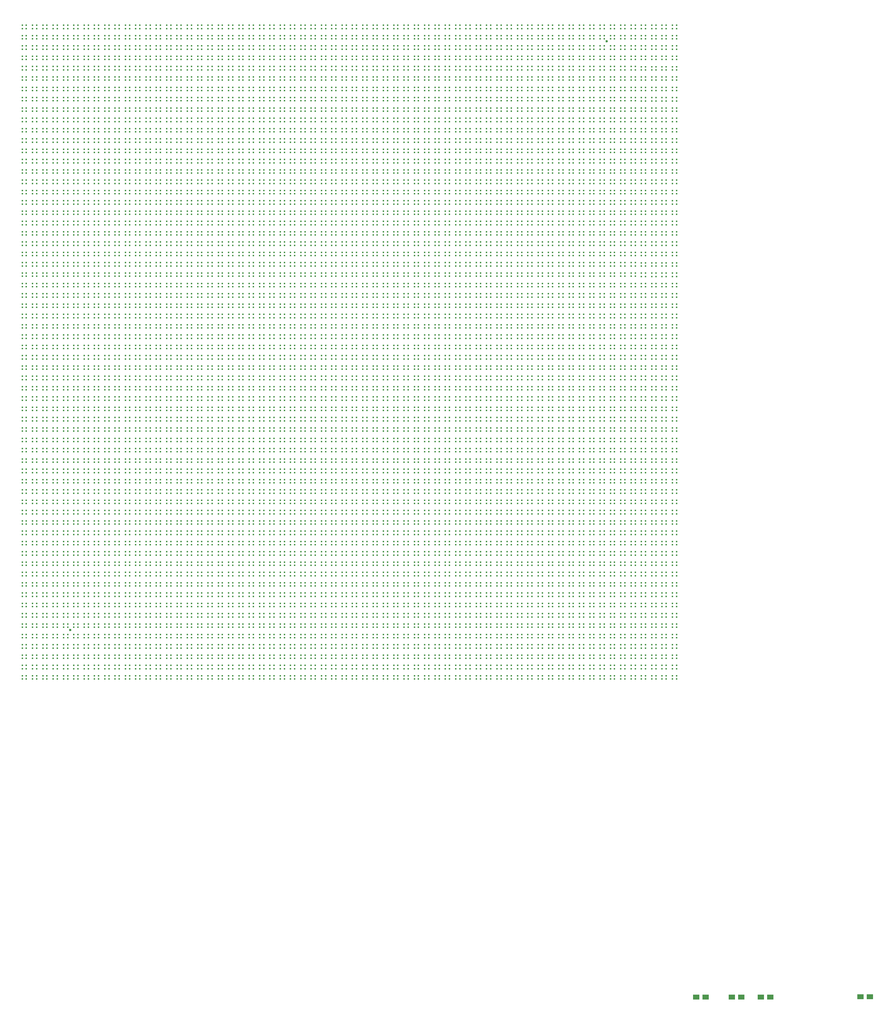
<source format=gtp>
%FSLAX25Y25*%
%MOIN*%
G70*
G01*
G75*
G04 Layer_Color=9021481*
%ADD10R,0.06000X0.05000*%
%ADD11R,0.01772X0.01575*%
%ADD12C,0.02362*%
%ADD13C,0.00500*%
%ADD14C,0.01200*%
%ADD15C,0.01500*%
%ADD16C,0.01000*%
%ADD17C,0.00700*%
%ADD18C,0.01969*%
%ADD19C,0.03937*%
%ADD20C,0.11811*%
%ADD21C,0.02000*%
%ADD22C,0.03000*%
%ADD23C,0.01181*%
%ADD24C,0.02500*%
%ADD25C,0.02000*%
%ADD26C,0.01800*%
%ADD27C,0.04000*%
%ADD28C,0.02953*%
%ADD29C,0.05000*%
G04:AMPARAMS|DCode=30|XSize=39.95mil|YSize=37.83mil|CornerRadius=0mil|HoleSize=0mil|Usage=FLASHONLY|Rotation=45.000|XOffset=0mil|YOffset=0mil|HoleType=Round|Shape=Rectangle|*
%AMROTATEDRECTD30*
4,1,4,-0.00075,-0.02750,-0.02750,-0.00075,0.00075,0.02750,0.02750,0.00075,-0.00075,-0.02750,0.0*
%
%ADD30ROTATEDRECTD30*%

%ADD31R,0.05675X0.03500*%
G04:AMPARAMS|DCode=32|XSize=56.45mil|YSize=34.3mil|CornerRadius=0mil|HoleSize=0mil|Usage=FLASHONLY|Rotation=45.000|XOffset=0mil|YOffset=0mil|HoleType=Round|Shape=Rectangle|*
%AMROTATEDRECTD32*
4,1,4,-0.00783,-0.03208,-0.03208,-0.00783,0.00783,0.03208,0.03208,0.00783,-0.00783,-0.03208,0.0*
%
%ADD32ROTATEDRECTD32*%

%ADD33R,0.09875X0.04484*%
G04:AMPARAMS|DCode=34|XSize=28.19mil|YSize=14.85mil|CornerRadius=0mil|HoleSize=0mil|Usage=FLASHONLY|Rotation=45.000|XOffset=0mil|YOffset=0mil|HoleType=Round|Shape=Rectangle|*
%AMROTATEDRECTD34*
4,1,4,-0.00472,-0.01522,-0.01522,-0.00472,0.00472,0.01522,0.01522,0.00472,-0.00472,-0.01522,0.0*
%
%ADD34ROTATEDRECTD34*%

G04:AMPARAMS|DCode=35|XSize=16.97mil|YSize=36.77mil|CornerRadius=0mil|HoleSize=0mil|Usage=FLASHONLY|Rotation=45.000|XOffset=0mil|YOffset=0mil|HoleType=Round|Shape=Rectangle|*
%AMROTATEDRECTD35*
4,1,4,0.00700,-0.01900,-0.01900,0.00700,-0.00700,0.01900,0.01900,-0.00700,0.00700,-0.01900,0.0*
%
%ADD35ROTATEDRECTD35*%

%ADD36R,0.12600X0.04700*%
G04:AMPARAMS|DCode=37|XSize=41.72mil|YSize=19.61mil|CornerRadius=0mil|HoleSize=0mil|Usage=FLASHONLY|Rotation=45.000|XOffset=0mil|YOffset=0mil|HoleType=Round|Shape=Rectangle|*
%AMROTATEDRECTD37*
4,1,4,-0.00782,-0.02168,-0.02168,-0.00782,0.00782,0.02168,0.02168,0.00782,-0.00782,-0.02168,0.0*
%
%ADD37ROTATEDRECTD37*%

G04:AMPARAMS|DCode=38|XSize=20.86mil|YSize=37.15mil|CornerRadius=0mil|HoleSize=0mil|Usage=FLASHONLY|Rotation=45.000|XOffset=0mil|YOffset=0mil|HoleType=Round|Shape=Rectangle|*
%AMROTATEDRECTD38*
4,1,4,0.00576,-0.02051,-0.02051,0.00576,-0.00576,0.02051,0.02051,-0.00576,0.00576,-0.02051,0.0*
%
%ADD38ROTATEDRECTD38*%

%ADD39R,0.13700X0.04650*%
G04:AMPARAMS|DCode=40|XSize=45.9mil|YSize=34.29mil|CornerRadius=0mil|HoleSize=0mil|Usage=FLASHONLY|Rotation=45.000|XOffset=0mil|YOffset=0mil|HoleType=Round|Shape=Rectangle|*
%AMROTATEDRECTD40*
4,1,4,-0.00411,-0.02835,-0.02835,-0.00411,0.00411,0.02835,0.02835,0.00411,-0.00411,-0.02835,0.0*
%
%ADD40ROTATEDRECTD40*%

G04:AMPARAMS|DCode=41|XSize=21.21mil|YSize=44.19mil|CornerRadius=0mil|HoleSize=0mil|Usage=FLASHONLY|Rotation=45.000|XOffset=0mil|YOffset=0mil|HoleType=Round|Shape=Rectangle|*
%AMROTATEDRECTD41*
4,1,4,0.00812,-0.02312,-0.02312,0.00812,-0.00812,0.02312,0.02312,-0.00812,0.00812,-0.02312,0.0*
%
%ADD41ROTATEDRECTD41*%

%ADD42R,0.15900X0.04141*%
G04:AMPARAMS|DCode=43|XSize=19.91mil|YSize=40.5mil|CornerRadius=0mil|HoleSize=0mil|Usage=FLASHONLY|Rotation=45.000|XOffset=0mil|YOffset=0mil|HoleType=Round|Shape=Rectangle|*
%AMROTATEDRECTD43*
4,1,4,0.00728,-0.02136,-0.02136,0.00728,-0.00728,0.02136,0.02136,-0.00728,0.00728,-0.02136,0.0*
%
%ADD43ROTATEDRECTD43*%

%ADD44R,0.11436X0.03164*%
G04:AMPARAMS|DCode=45|XSize=50.91mil|YSize=50.91mil|CornerRadius=0mil|HoleSize=0mil|Usage=FLASHONLY|Rotation=45.000|XOffset=0mil|YOffset=0mil|HoleType=Round|Shape=Rectangle|*
%AMROTATEDRECTD45*
4,1,4,0.00000,-0.03600,-0.03600,0.00000,0.00000,0.03600,0.03600,0.00000,0.00000,-0.03600,0.0*
%
%ADD45ROTATEDRECTD45*%

G04:AMPARAMS|DCode=46|XSize=55.51mil|YSize=42.75mil|CornerRadius=0mil|HoleSize=0mil|Usage=FLASHONLY|Rotation=45.000|XOffset=0mil|YOffset=0mil|HoleType=Round|Shape=Rectangle|*
%AMROTATEDRECTD46*
4,1,4,-0.00451,-0.03474,-0.03474,-0.00451,0.00451,0.03474,0.03474,0.00451,-0.00451,-0.03474,0.0*
%
%ADD46ROTATEDRECTD46*%

%ADD47R,0.08050X0.07200*%
G04:AMPARAMS|DCode=48|XSize=24.37mil|YSize=44.08mil|CornerRadius=0mil|HoleSize=0mil|Usage=FLASHONLY|Rotation=45.000|XOffset=0mil|YOffset=0mil|HoleType=Round|Shape=Rectangle|*
%AMROTATEDRECTD48*
4,1,4,0.00697,-0.02420,-0.02420,0.00697,-0.00697,0.02420,0.02420,-0.00697,0.00697,-0.02420,0.0*
%
%ADD48ROTATEDRECTD48*%

%ADD49R,0.30653X0.03447*%
%ADD50R,0.19797X0.02000*%
G04:AMPARAMS|DCode=51|XSize=53.88mil|YSize=35.56mil|CornerRadius=0mil|HoleSize=0mil|Usage=FLASHONLY|Rotation=45.000|XOffset=0mil|YOffset=0mil|HoleType=Round|Shape=Rectangle|*
%AMROTATEDRECTD51*
4,1,4,-0.00647,-0.03162,-0.03162,-0.00647,0.00647,0.03162,0.03162,0.00647,-0.00647,-0.03162,0.0*
%
%ADD51ROTATEDRECTD51*%

G04:AMPARAMS|DCode=52|XSize=30.94mil|YSize=51.65mil|CornerRadius=0mil|HoleSize=0mil|Usage=FLASHONLY|Rotation=45.000|XOffset=0mil|YOffset=0mil|HoleType=Round|Shape=Rectangle|*
%AMROTATEDRECTD52*
4,1,4,0.00732,-0.02920,-0.02920,0.00732,-0.00732,0.02920,0.02920,-0.00732,0.00732,-0.02920,0.0*
%
%ADD52ROTATEDRECTD52*%

%ADD53R,0.16950X0.05119*%
G04:AMPARAMS|DCode=54|XSize=43.68mil|YSize=24.57mil|CornerRadius=0mil|HoleSize=0mil|Usage=FLASHONLY|Rotation=45.000|XOffset=0mil|YOffset=0mil|HoleType=Round|Shape=Rectangle|*
%AMROTATEDRECTD54*
4,1,4,-0.00676,-0.02413,-0.02413,-0.00676,0.00676,0.02413,0.02413,0.00676,-0.00676,-0.02413,0.0*
%
%ADD54ROTATEDRECTD54*%

G04:AMPARAMS|DCode=55|XSize=25.1mil|YSize=45.08mil|CornerRadius=0mil|HoleSize=0mil|Usage=FLASHONLY|Rotation=45.000|XOffset=0mil|YOffset=0mil|HoleType=Round|Shape=Rectangle|*
%AMROTATEDRECTD55*
4,1,4,0.00706,-0.02481,-0.02481,0.00706,-0.00706,0.02481,0.02481,-0.00706,0.00706,-0.02481,0.0*
%
%ADD55ROTATEDRECTD55*%

%ADD56R,0.15350X0.04267*%
G04:AMPARAMS|DCode=57|XSize=44.31mil|YSize=22.29mil|CornerRadius=0mil|HoleSize=0mil|Usage=FLASHONLY|Rotation=45.000|XOffset=0mil|YOffset=0mil|HoleType=Round|Shape=Rectangle|*
%AMROTATEDRECTD57*
4,1,4,-0.00778,-0.02355,-0.02355,-0.00778,0.00778,0.02355,0.02355,0.00778,-0.00778,-0.02355,0.0*
%
%ADD57ROTATEDRECTD57*%

G04:AMPARAMS|DCode=58|XSize=21.21mil|YSize=30.65mil|CornerRadius=0mil|HoleSize=0mil|Usage=FLASHONLY|Rotation=45.000|XOffset=0mil|YOffset=0mil|HoleType=Round|Shape=Rectangle|*
%AMROTATEDRECTD58*
4,1,4,0.00334,-0.01834,-0.01834,0.00334,-0.00334,0.01834,0.01834,-0.00334,0.00334,-0.01834,0.0*
%
%ADD58ROTATEDRECTD58*%

%ADD59R,0.16400X0.03444*%
G04:AMPARAMS|DCode=60|XSize=11.2mil|YSize=27.05mil|CornerRadius=0mil|HoleSize=0mil|Usage=FLASHONLY|Rotation=45.000|XOffset=0mil|YOffset=0mil|HoleType=Round|Shape=Rectangle|*
%AMROTATEDRECTD60*
4,1,4,0.00560,-0.01353,-0.01353,0.00560,-0.00560,0.01353,0.01353,-0.00560,0.00560,-0.01353,0.0*
%
%ADD60ROTATEDRECTD60*%

%ADD61R,0.15785X0.03225*%
G04:AMPARAMS|DCode=62|XSize=49.14mil|YSize=61.87mil|CornerRadius=0mil|HoleSize=0mil|Usage=FLASHONLY|Rotation=45.000|XOffset=0mil|YOffset=0mil|HoleType=Round|Shape=Rectangle|*
%AMROTATEDRECTD62*
4,1,4,0.00450,-0.03925,-0.03925,0.00450,-0.00450,0.03925,0.03925,-0.00450,0.00450,-0.03925,0.0*
%
%ADD62ROTATEDRECTD62*%

G04:AMPARAMS|DCode=63|XSize=54.09mil|YSize=54.09mil|CornerRadius=0mil|HoleSize=0mil|Usage=FLASHONLY|Rotation=45.000|XOffset=0mil|YOffset=0mil|HoleType=Round|Shape=Rectangle|*
%AMROTATEDRECTD63*
4,1,4,0.00000,-0.03825,-0.03825,0.00000,0.00000,0.03825,0.03825,0.00000,0.00000,-0.03825,0.0*
%
%ADD63ROTATEDRECTD63*%

%ADD64R,0.39400X0.07650*%
%ADD65R,0.03426X0.03425*%
G04:AMPARAMS|DCode=66|XSize=33.16mil|YSize=24.98mil|CornerRadius=0mil|HoleSize=0mil|Usage=FLASHONLY|Rotation=45.000|XOffset=0mil|YOffset=0mil|HoleType=Round|Shape=Rectangle|*
%AMROTATEDRECTD66*
4,1,4,-0.00289,-0.02056,-0.02056,-0.00289,0.00289,0.02056,0.02056,0.00289,-0.00289,-0.02056,0.0*
%
%ADD66ROTATEDRECTD66*%

G04:AMPARAMS|DCode=67|XSize=49.5mil|YSize=54.11mil|CornerRadius=0mil|HoleSize=0mil|Usage=FLASHONLY|Rotation=45.000|XOffset=0mil|YOffset=0mil|HoleType=Round|Shape=Rectangle|*
%AMROTATEDRECTD67*
4,1,4,0.00163,-0.03663,-0.03663,0.00163,-0.00163,0.03663,0.03663,-0.00163,0.00163,-0.03663,0.0*
%
%ADD67ROTATEDRECTD67*%

G04:AMPARAMS|DCode=68|XSize=61.52mil|YSize=32.44mil|CornerRadius=0mil|HoleSize=0mil|Usage=FLASHONLY|Rotation=45.000|XOffset=0mil|YOffset=0mil|HoleType=Round|Shape=Rectangle|*
%AMROTATEDRECTD68*
4,1,4,-0.01028,-0.03322,-0.03322,-0.01028,0.01028,0.03322,0.03322,0.01028,-0.01028,-0.03322,0.0*
%
%ADD68ROTATEDRECTD68*%

%ADD69R,0.08650X0.03851*%
%ADD70R,0.05100X0.06450*%
G04:AMPARAMS|DCode=71|XSize=49.72mil|YSize=59.41mil|CornerRadius=0mil|HoleSize=0mil|Usage=FLASHONLY|Rotation=45.000|XOffset=0mil|YOffset=0mil|HoleType=Round|Shape=Rectangle|*
%AMROTATEDRECTD71*
4,1,4,0.00342,-0.03858,-0.03858,0.00342,-0.00342,0.03858,0.03858,-0.00342,0.00342,-0.03858,0.0*
%
%ADD71ROTATEDRECTD71*%

G04:AMPARAMS|DCode=72|XSize=44.19mil|YSize=26.52mil|CornerRadius=0mil|HoleSize=0mil|Usage=FLASHONLY|Rotation=45.000|XOffset=0mil|YOffset=0mil|HoleType=Round|Shape=Rectangle|*
%AMROTATEDRECTD72*
4,1,4,-0.00625,-0.02500,-0.02500,-0.00625,0.00625,0.02500,0.02500,0.00625,-0.00625,-0.02500,0.0*
%
%ADD72ROTATEDRECTD72*%

%ADD73R,0.06550X0.04491*%
G04:AMPARAMS|DCode=74|XSize=30.68mil|YSize=19.45mil|CornerRadius=0mil|HoleSize=0mil|Usage=FLASHONLY|Rotation=45.000|XOffset=0mil|YOffset=0mil|HoleType=Round|Shape=Rectangle|*
%AMROTATEDRECTD74*
4,1,4,-0.00397,-0.01772,-0.01772,-0.00397,0.00397,0.01772,0.01772,0.00397,-0.00397,-0.01772,0.0*
%
%ADD74ROTATEDRECTD74*%

G04:AMPARAMS|DCode=75|XSize=12.5mil|YSize=30.89mil|CornerRadius=0mil|HoleSize=0mil|Usage=FLASHONLY|Rotation=45.000|XOffset=0mil|YOffset=0mil|HoleType=Round|Shape=Rectangle|*
%AMROTATEDRECTD75*
4,1,4,0.00650,-0.01534,-0.01534,0.00650,-0.00650,0.01534,0.01534,-0.00650,0.00650,-0.01534,0.0*
%
%ADD75ROTATEDRECTD75*%

%ADD76R,0.17800X0.03089*%
G04:AMPARAMS|DCode=77|XSize=38.54mil|YSize=34.81mil|CornerRadius=0mil|HoleSize=0mil|Usage=FLASHONLY|Rotation=45.000|XOffset=0mil|YOffset=0mil|HoleType=Round|Shape=Rectangle|*
%AMROTATEDRECTD77*
4,1,4,-0.00132,-0.02593,-0.02593,-0.00132,0.00132,0.02593,0.02593,0.00132,-0.00132,-0.02593,0.0*
%
%ADD77ROTATEDRECTD77*%

G04:AMPARAMS|DCode=78|XSize=22.1mil|YSize=41.64mil|CornerRadius=0mil|HoleSize=0mil|Usage=FLASHONLY|Rotation=45.000|XOffset=0mil|YOffset=0mil|HoleType=Round|Shape=Rectangle|*
%AMROTATEDRECTD78*
4,1,4,0.00691,-0.02254,-0.02254,0.00691,-0.00691,0.02254,0.02254,-0.00691,0.00691,-0.02254,0.0*
%
%ADD78ROTATEDRECTD78*%

%ADD79R,0.17425X0.04056*%
%ADD80R,0.20900X0.04218*%
G04:AMPARAMS|DCode=81|XSize=33.08mil|YSize=15.5mil|CornerRadius=0mil|HoleSize=0mil|Usage=FLASHONLY|Rotation=45.000|XOffset=0mil|YOffset=0mil|HoleType=Round|Shape=Rectangle|*
%AMROTATEDRECTD81*
4,1,4,-0.00622,-0.01718,-0.01718,-0.00622,0.00622,0.01718,0.01718,0.00622,-0.00622,-0.01718,0.0*
%
%ADD81ROTATEDRECTD81*%

G04:AMPARAMS|DCode=82|XSize=13.44mil|YSize=20.2mil|CornerRadius=0mil|HoleSize=0mil|Usage=FLASHONLY|Rotation=45.000|XOffset=0mil|YOffset=0mil|HoleType=Round|Shape=Rectangle|*
%AMROTATEDRECTD82*
4,1,4,0.00239,-0.01189,-0.01189,0.00239,-0.00239,0.01189,0.01189,-0.00239,0.00239,-0.01189,0.0*
%
%ADD82ROTATEDRECTD82*%

%ADD83R,0.20250X0.02924*%
G04:AMPARAMS|DCode=84|XSize=39.05mil|YSize=61.13mil|CornerRadius=0mil|HoleSize=0mil|Usage=FLASHONLY|Rotation=45.000|XOffset=0mil|YOffset=0mil|HoleType=Round|Shape=Rectangle|*
%AMROTATEDRECTD84*
4,1,4,0.00781,-0.03542,-0.03542,0.00781,-0.00781,0.03542,0.03542,-0.00781,0.00781,-0.03542,0.0*
%
%ADD84ROTATEDRECTD84*%

%ADD85R,0.04318X0.05741*%
G04:AMPARAMS|DCode=86|XSize=89.48mil|YSize=38.83mil|CornerRadius=0mil|HoleSize=0mil|Usage=FLASHONLY|Rotation=45.000|XOffset=0mil|YOffset=0mil|HoleType=Round|Shape=Rectangle|*
%AMROTATEDRECTD86*
4,1,4,-0.01791,-0.04536,-0.04536,-0.01791,0.01791,0.04536,0.04536,0.01791,-0.01791,-0.04536,0.0*
%
%ADD86ROTATEDRECTD86*%

%ADD87R,0.07950X0.05300*%
%ADD88R,0.15850X0.03600*%
%ADD89R,0.11050X0.05387*%
G04:AMPARAMS|DCode=90|XSize=55.16mil|YSize=28.83mil|CornerRadius=0mil|HoleSize=0mil|Usage=FLASHONLY|Rotation=45.000|XOffset=0mil|YOffset=0mil|HoleType=Round|Shape=Rectangle|*
%AMROTATEDRECTD90*
4,1,4,-0.00931,-0.02969,-0.02969,-0.00931,0.00931,0.02969,0.02969,0.00931,-0.00931,-0.02969,0.0*
%
%ADD90ROTATEDRECTD90*%

G04:AMPARAMS|DCode=91|XSize=23.5mil|YSize=54.19mil|CornerRadius=0mil|HoleSize=0mil|Usage=FLASHONLY|Rotation=45.000|XOffset=0mil|YOffset=0mil|HoleType=Round|Shape=Rectangle|*
%AMROTATEDRECTD91*
4,1,4,0.01085,-0.02747,-0.02747,0.01085,-0.01085,0.02747,0.02747,-0.01085,0.01085,-0.02747,0.0*
%
%ADD91ROTATEDRECTD91*%

%ADD92R,0.10810X0.04344*%
G04:AMPARAMS|DCode=93|XSize=26.24mil|YSize=43.76mil|CornerRadius=0mil|HoleSize=0mil|Usage=FLASHONLY|Rotation=45.000|XOffset=0mil|YOffset=0mil|HoleType=Round|Shape=Rectangle|*
%AMROTATEDRECTD93*
4,1,4,0.00620,-0.02475,-0.02475,0.00620,-0.00620,0.02475,0.02475,-0.00620,0.00620,-0.02475,0.0*
%
%ADD93ROTATEDRECTD93*%

G04:AMPARAMS|DCode=94|XSize=45.57mil|YSize=33.01mil|CornerRadius=0mil|HoleSize=0mil|Usage=FLASHONLY|Rotation=45.000|XOffset=0mil|YOffset=0mil|HoleType=Round|Shape=Rectangle|*
%AMROTATEDRECTD94*
4,1,4,-0.00444,-0.02778,-0.02778,-0.00444,0.00444,0.02778,0.02778,0.00444,-0.00444,-0.02778,0.0*
%
%ADD94ROTATEDRECTD94*%

%ADD95R,0.01800X0.03850*%
G04:AMPARAMS|DCode=96|XSize=41.49mil|YSize=32.01mil|CornerRadius=0mil|HoleSize=0mil|Usage=FLASHONLY|Rotation=45.000|XOffset=0mil|YOffset=0mil|HoleType=Round|Shape=Rectangle|*
%AMROTATEDRECTD96*
4,1,4,-0.00335,-0.02599,-0.02599,-0.00335,0.00335,0.02599,0.02599,0.00335,-0.00335,-0.02599,0.0*
%
%ADD96ROTATEDRECTD96*%

G04:AMPARAMS|DCode=97|XSize=26.36mil|YSize=39.33mil|CornerRadius=0mil|HoleSize=0mil|Usage=FLASHONLY|Rotation=45.000|XOffset=0mil|YOffset=0mil|HoleType=Round|Shape=Rectangle|*
%AMROTATEDRECTD97*
4,1,4,0.00459,-0.02323,-0.02323,0.00459,-0.00459,0.02323,0.02323,-0.00459,0.00459,-0.02323,0.0*
%
%ADD97ROTATEDRECTD97*%

%ADD98R,0.01700X0.02811*%
%ADD99C,0.00800*%
%ADD100R,0.23050X0.04550*%
%ADD101R,0.04724X0.01181*%
%ADD102R,0.01181X0.04724*%
%ADD103O,0.04724X0.01181*%
%ADD104R,0.22441X0.22441*%
%ADD105R,0.23622X0.05118*%
G04:AMPARAMS|DCode=106|XSize=51.18mil|YSize=236.22mil|CornerRadius=0mil|HoleSize=0mil|Usage=FLASHONLY|Rotation=90.000|XOffset=0mil|YOffset=0mil|HoleType=Round|Shape=Octagon|*
%AMOCTAGOND106*
4,1,8,-0.11811,-0.01280,-0.11811,0.01280,-0.10531,0.02559,0.10531,0.02559,0.11811,0.01280,0.11811,-0.01280,0.10531,-0.02559,-0.10531,-0.02559,-0.11811,-0.01280,0.0*
%
%ADD106OCTAGOND106*%

%ADD107O,0.05906X0.01378*%
%ADD108R,0.05906X0.01378*%
%ADD109O,0.05906X0.01378*%
%ADD110O,0.05906X0.01378*%
%ADD111O,0.08000X0.02400*%
%ADD112R,0.14173X0.06299*%
%ADD113R,0.06693X0.05906*%
%ADD114C,0.28740*%
%ADD115C,0.27559*%
%ADD116R,0.39370X0.07874*%
%ADD117R,0.03500X0.03000*%
%ADD118R,0.03000X0.03500*%
%ADD119C,0.03937*%
%ADD120C,0.01300*%
%ADD121C,0.02400*%
%ADD122R,0.05550X0.05400*%
%ADD123R,0.06500X0.02000*%
%ADD124R,0.07200X0.02050*%
G04:AMPARAMS|DCode=125|XSize=23.91mil|YSize=11.89mil|CornerRadius=0mil|HoleSize=0mil|Usage=FLASHONLY|Rotation=45.000|XOffset=0mil|YOffset=0mil|HoleType=Round|Shape=Rectangle|*
%AMROTATEDRECTD125*
4,1,4,-0.00425,-0.01266,-0.01266,-0.00425,0.00425,0.01266,0.01266,0.00425,-0.00425,-0.01266,0.0*
%
%ADD125ROTATEDRECTD125*%

%ADD126R,0.03650X0.01800*%
%ADD127R,0.05300X0.03650*%
G04:AMPARAMS|DCode=128|XSize=59.94mil|YSize=16.36mil|CornerRadius=0mil|HoleSize=0mil|Usage=FLASHONLY|Rotation=45.000|XOffset=0mil|YOffset=0mil|HoleType=Round|Shape=Rectangle|*
%AMROTATEDRECTD128*
4,1,4,-0.01541,-0.02698,-0.02698,-0.01541,0.01541,0.02698,0.02698,0.01541,-0.01541,-0.02698,0.0*
%
%ADD128ROTATEDRECTD128*%

G04:AMPARAMS|DCode=129|XSize=26.34mil|YSize=9.75mil|CornerRadius=0mil|HoleSize=0mil|Usage=FLASHONLY|Rotation=45.000|XOffset=0mil|YOffset=0mil|HoleType=Round|Shape=Rectangle|*
%AMROTATEDRECTD129*
4,1,4,-0.00587,-0.01276,-0.01276,-0.00587,0.00587,0.01276,0.01276,0.00587,-0.00587,-0.01276,0.0*
%
%ADD129ROTATEDRECTD129*%

%ADD130R,0.03700X0.01700*%
G04:AMPARAMS|DCode=131|XSize=51mil|YSize=30.5mil|CornerRadius=0mil|HoleSize=0mil|Usage=FLASHONLY|Rotation=45.000|XOffset=0mil|YOffset=0mil|HoleType=Round|Shape=Rectangle|*
%AMROTATEDRECTD131*
4,1,4,-0.00725,-0.02881,-0.02881,-0.00725,0.00725,0.02881,0.02881,0.00725,-0.00725,-0.02881,0.0*
%
%ADD131ROTATEDRECTD131*%

G04:AMPARAMS|DCode=132|XSize=75.31mil|YSize=40.5mil|CornerRadius=0mil|HoleSize=0mil|Usage=FLASHONLY|Rotation=45.000|XOffset=0mil|YOffset=0mil|HoleType=Round|Shape=Rectangle|*
%AMROTATEDRECTD132*
4,1,4,-0.01231,-0.04094,-0.04094,-0.01231,0.01231,0.04094,0.04094,0.01231,-0.01231,-0.04094,0.0*
%
%ADD132ROTATEDRECTD132*%

%ADD133R,0.06366X0.06084*%
G04:AMPARAMS|DCode=134|XSize=71.71mil|YSize=36.31mil|CornerRadius=0mil|HoleSize=0mil|Usage=FLASHONLY|Rotation=45.000|XOffset=0mil|YOffset=0mil|HoleType=Round|Shape=Rectangle|*
%AMROTATEDRECTD134*
4,1,4,-0.01252,-0.03819,-0.03819,-0.01252,0.01252,0.03819,0.03819,0.01252,-0.01252,-0.03819,0.0*
%
%ADD134ROTATEDRECTD134*%

%ADD135R,0.03850X0.09550*%
%ADD136R,0.04100X0.02600*%
G04:AMPARAMS|DCode=137|XSize=42.63mil|YSize=34.98mil|CornerRadius=0mil|HoleSize=0mil|Usage=FLASHONLY|Rotation=45.000|XOffset=0mil|YOffset=0mil|HoleType=Round|Shape=Rectangle|*
%AMROTATEDRECTD137*
4,1,4,-0.00270,-0.02744,-0.02744,-0.00270,0.00270,0.02744,0.02744,0.00270,-0.00270,-0.02744,0.0*
%
%ADD137ROTATEDRECTD137*%

%ADD138R,0.03800X0.06700*%
G04:AMPARAMS|DCode=139|XSize=76.72mil|YSize=39.96mil|CornerRadius=0mil|HoleSize=0mil|Usage=FLASHONLY|Rotation=45.000|XOffset=0mil|YOffset=0mil|HoleType=Round|Shape=Rectangle|*
%AMROTATEDRECTD139*
4,1,4,-0.01300,-0.04125,-0.04125,-0.01300,0.01300,0.04125,0.04125,0.01300,-0.01300,-0.04125,0.0*
%
%ADD139ROTATEDRECTD139*%

%ADD140R,0.01400X0.01150*%
G04:AMPARAMS|DCode=141|XSize=16.62mil|YSize=18.03mil|CornerRadius=0mil|HoleSize=0mil|Usage=FLASHONLY|Rotation=45.000|XOffset=0mil|YOffset=0mil|HoleType=Round|Shape=Rectangle|*
%AMROTATEDRECTD141*
4,1,4,0.00050,-0.01225,-0.01225,0.00050,-0.00050,0.01225,0.01225,-0.00050,0.00050,-0.01225,0.0*
%
%ADD141ROTATEDRECTD141*%

G04:AMPARAMS|DCode=142|XSize=36.42mil|YSize=74.95mil|CornerRadius=0mil|HoleSize=0mil|Usage=FLASHONLY|Rotation=45.000|XOffset=0mil|YOffset=0mil|HoleType=Round|Shape=Rectangle|*
%AMROTATEDRECTD142*
4,1,4,0.01363,-0.03938,-0.03938,0.01363,-0.01363,0.03938,0.03938,-0.01363,0.01363,-0.03938,0.0*
%
%ADD142ROTATEDRECTD142*%

%ADD143R,0.03350X0.01200*%
%ADD144R,0.00950X0.00950*%
G04:AMPARAMS|DCode=145|XSize=15.2mil|YSize=20.51mil|CornerRadius=0mil|HoleSize=0mil|Usage=FLASHONLY|Rotation=45.000|XOffset=0mil|YOffset=0mil|HoleType=Round|Shape=Rectangle|*
%AMROTATEDRECTD145*
4,1,4,0.00188,-0.01263,-0.01263,0.00188,-0.00188,0.01263,0.01263,-0.00188,0.00188,-0.01263,0.0*
%
%ADD145ROTATEDRECTD145*%

G04:AMPARAMS|DCode=146|XSize=10.26mil|YSize=9.19mil|CornerRadius=0mil|HoleSize=0mil|Usage=FLASHONLY|Rotation=45.000|XOffset=0mil|YOffset=0mil|HoleType=Round|Shape=Rectangle|*
%AMROTATEDRECTD146*
4,1,4,-0.00038,-0.00688,-0.00688,-0.00038,0.00038,0.00688,0.00688,0.00038,-0.00038,-0.00688,0.0*
%
%ADD146ROTATEDRECTD146*%

%ADD147R,0.11900X0.04050*%
%ADD148R,0.07050X0.04550*%
%ADD149R,0.10850X0.05500*%
%ADD150R,0.02800X0.02050*%
G04:AMPARAMS|DCode=151|XSize=57.98mil|YSize=72.83mil|CornerRadius=0mil|HoleSize=0mil|Usage=FLASHONLY|Rotation=45.000|XOffset=0mil|YOffset=0mil|HoleType=Round|Shape=Rectangle|*
%AMROTATEDRECTD151*
4,1,4,0.00525,-0.04625,-0.04625,0.00525,-0.00525,0.04625,0.04625,-0.00525,0.00525,-0.04625,0.0*
%
%ADD151ROTATEDRECTD151*%

%ADD152R,0.03200X0.02000*%
G04:AMPARAMS|DCode=153|XSize=26.75mil|YSize=44.55mil|CornerRadius=0mil|HoleSize=0mil|Usage=FLASHONLY|Rotation=45.000|XOffset=0mil|YOffset=0mil|HoleType=Round|Shape=Rectangle|*
%AMROTATEDRECTD153*
4,1,4,0.00629,-0.02521,-0.02521,0.00629,-0.00629,0.02521,0.02521,-0.00629,0.00629,-0.02521,0.0*
%
%ADD153ROTATEDRECTD153*%

%ADD154R,0.10100X0.05150*%
%ADD155R,0.02875X0.02875*%
G04:AMPARAMS|DCode=156|XSize=40.66mil|YSize=26.52mil|CornerRadius=0mil|HoleSize=0mil|Usage=FLASHONLY|Rotation=45.000|XOffset=0mil|YOffset=0mil|HoleType=Round|Shape=Rectangle|*
%AMROTATEDRECTD156*
4,1,4,-0.00500,-0.02375,-0.02375,-0.00500,0.00500,0.02375,0.02375,0.00500,-0.00500,-0.02375,0.0*
%
%ADD156ROTATEDRECTD156*%

%ADD157R,0.05800X0.05050*%
%ADD158R,0.04300X0.05500*%
G04:AMPARAMS|DCode=159|XSize=32.5mil|YSize=23.72mil|CornerRadius=0mil|HoleSize=0mil|Usage=FLASHONLY|Rotation=45.000|XOffset=0mil|YOffset=0mil|HoleType=Round|Shape=Rectangle|*
%AMROTATEDRECTD159*
4,1,4,-0.00310,-0.01988,-0.01988,-0.00310,0.00310,0.01988,0.01988,0.00310,-0.00310,-0.01988,0.0*
%
%ADD159ROTATEDRECTD159*%

G04:AMPARAMS|DCode=160|XSize=60.46mil|YSize=29.46mil|CornerRadius=0mil|HoleSize=0mil|Usage=FLASHONLY|Rotation=45.000|XOffset=0mil|YOffset=0mil|HoleType=Round|Shape=Rectangle|*
%AMROTATEDRECTD160*
4,1,4,-0.01096,-0.03179,-0.03179,-0.01096,0.01096,0.03179,0.03179,0.01096,-0.01096,-0.03179,0.0*
%
%ADD160ROTATEDRECTD160*%

G04:AMPARAMS|DCode=161|XSize=39.95mil|YSize=17.32mil|CornerRadius=0mil|HoleSize=0mil|Usage=FLASHONLY|Rotation=45.000|XOffset=0mil|YOffset=0mil|HoleType=Round|Shape=Rectangle|*
%AMROTATEDRECTD161*
4,1,4,-0.00800,-0.02025,-0.02025,-0.00800,0.00800,0.02025,0.02025,0.00800,-0.00800,-0.02025,0.0*
%
%ADD161ROTATEDRECTD161*%

%ADD162R,0.03250X0.01400*%
%ADD163R,0.08800X0.04350*%
G04:AMPARAMS|DCode=164|XSize=60.08mil|YSize=31.97mil|CornerRadius=0mil|HoleSize=0mil|Usage=FLASHONLY|Rotation=45.000|XOffset=0mil|YOffset=0mil|HoleType=Round|Shape=Rectangle|*
%AMROTATEDRECTD164*
4,1,4,-0.00994,-0.03255,-0.03255,-0.00994,0.00994,0.03255,0.03255,0.00994,-0.00994,-0.03255,0.0*
%
%ADD164ROTATEDRECTD164*%

%ADD165R,0.10800X0.04197*%
G04:AMPARAMS|DCode=166|XSize=121.95mil|YSize=27mil|CornerRadius=0mil|HoleSize=0mil|Usage=FLASHONLY|Rotation=45.000|XOffset=0mil|YOffset=0mil|HoleType=Round|Shape=Rectangle|*
%AMROTATEDRECTD166*
4,1,4,-0.03357,-0.05266,-0.05266,-0.03357,0.03357,0.05266,0.05266,0.03357,-0.03357,-0.05266,0.0*
%
%ADD166ROTATEDRECTD166*%

G04:AMPARAMS|DCode=167|XSize=73.2mil|YSize=30.03mil|CornerRadius=0mil|HoleSize=0mil|Usage=FLASHONLY|Rotation=45.000|XOffset=0mil|YOffset=0mil|HoleType=Round|Shape=Rectangle|*
%AMROTATEDRECTD167*
4,1,4,-0.01526,-0.03650,-0.03650,-0.01526,0.01526,0.03650,0.03650,0.01526,-0.01526,-0.03650,0.0*
%
%ADD167ROTATEDRECTD167*%

%ADD168R,0.03500X0.03739*%
G04:AMPARAMS|DCode=169|XSize=50.28mil|YSize=115.53mil|CornerRadius=0mil|HoleSize=0mil|Usage=FLASHONLY|Rotation=45.000|XOffset=0mil|YOffset=0mil|HoleType=Round|Shape=Rectangle|*
%AMROTATEDRECTD169*
4,1,4,0.02307,-0.05863,-0.05863,0.02307,-0.02307,0.05863,0.05863,-0.02307,0.02307,-0.05863,0.0*
%
%ADD169ROTATEDRECTD169*%

%ADD170R,0.03000X0.01400*%
G04:AMPARAMS|DCode=171|XSize=88.39mil|YSize=26.16mil|CornerRadius=0mil|HoleSize=0mil|Usage=FLASHONLY|Rotation=45.000|XOffset=0mil|YOffset=0mil|HoleType=Round|Shape=Rectangle|*
%AMROTATEDRECTD171*
4,1,4,-0.02200,-0.04050,-0.04050,-0.02200,0.02200,0.04050,0.04050,0.02200,-0.02200,-0.04050,0.0*
%
%ADD171ROTATEDRECTD171*%

%ADD172R,0.01500X0.00850*%
%ADD173R,0.02950X0.00550*%
%ADD174R,0.04495X0.00539*%
%ADD175R,0.05033X0.00267*%
%ADD176R,0.11325X0.03675*%
G04:AMPARAMS|DCode=177|XSize=16.5mil|YSize=27.4mil|CornerRadius=0mil|HoleSize=0mil|Usage=FLASHONLY|Rotation=45.000|XOffset=0mil|YOffset=0mil|HoleType=Round|Shape=Rectangle|*
%AMROTATEDRECTD177*
4,1,4,0.00385,-0.01552,-0.01552,0.00385,-0.00385,0.01552,0.01552,-0.00385,0.00385,-0.01552,0.0*
%
%ADD177ROTATEDRECTD177*%

G04:AMPARAMS|DCode=178|XSize=33.59mil|YSize=16.58mil|CornerRadius=0mil|HoleSize=0mil|Usage=FLASHONLY|Rotation=45.000|XOffset=0mil|YOffset=0mil|HoleType=Round|Shape=Rectangle|*
%AMROTATEDRECTD178*
4,1,4,-0.00601,-0.01774,-0.01774,-0.00601,0.00601,0.01774,0.01774,0.00601,-0.00601,-0.01774,0.0*
%
%ADD178ROTATEDRECTD178*%

%ADD179R,0.01938X0.01738*%
%ADD180R,0.09700X0.04050*%
%ADD181R,0.11490X0.04244*%
G04:AMPARAMS|DCode=182|XSize=8.9mil|YSize=45.61mil|CornerRadius=0mil|HoleSize=0mil|Usage=FLASHONLY|Rotation=45.000|XOffset=0mil|YOffset=0mil|HoleType=Round|Shape=Rectangle|*
%AMROTATEDRECTD182*
4,1,4,0.01298,-0.01927,-0.01927,0.01298,-0.01298,0.01927,0.01927,-0.01298,0.01298,-0.01927,0.0*
%
%ADD182ROTATEDRECTD182*%

G04:AMPARAMS|DCode=183|XSize=14.86mil|YSize=45.02mil|CornerRadius=0mil|HoleSize=0mil|Usage=FLASHONLY|Rotation=45.000|XOffset=0mil|YOffset=0mil|HoleType=Round|Shape=Rectangle|*
%AMROTATEDRECTD183*
4,1,4,0.01066,-0.02117,-0.02117,0.01066,-0.01066,0.02117,0.02117,-0.01066,0.01066,-0.02117,0.0*
%
%ADD183ROTATEDRECTD183*%

G04:AMPARAMS|DCode=184|XSize=76.01mil|YSize=41.72mil|CornerRadius=0mil|HoleSize=0mil|Usage=FLASHONLY|Rotation=45.000|XOffset=0mil|YOffset=0mil|HoleType=Round|Shape=Rectangle|*
%AMROTATEDRECTD184*
4,1,4,-0.01213,-0.04163,-0.04163,-0.01213,0.01213,0.04163,0.04163,0.01213,-0.01213,-0.04163,0.0*
%
%ADD184ROTATEDRECTD184*%

%ADD185R,0.11350X0.03407*%
G04:AMPARAMS|DCode=186|XSize=88.04mil|YSize=26.16mil|CornerRadius=0mil|HoleSize=0mil|Usage=FLASHONLY|Rotation=45.000|XOffset=0mil|YOffset=0mil|HoleType=Round|Shape=Rectangle|*
%AMROTATEDRECTD186*
4,1,4,-0.02188,-0.04038,-0.04038,-0.02188,0.02188,0.04038,0.04038,0.02188,-0.02188,-0.04038,0.0*
%
%ADD186ROTATEDRECTD186*%

%ADD187R,0.16950X0.05250*%
%ADD188R,0.26650X0.05100*%
%ADD189R,0.80250X0.04000*%
%ADD190R,0.05065X0.05200*%
%ADD191R,0.04215X0.07050*%
%ADD192R,0.05550X0.02200*%
%ADD193R,0.05250X0.02300*%
%ADD194R,0.04600X0.01828*%
%ADD195R,0.06250X0.02250*%
%ADD196R,0.09700X0.01850*%
%ADD197R,0.09825X0.01900*%
%ADD198R,0.07500X0.02050*%
%ADD199R,0.08400X0.02100*%
%ADD200R,0.04500X0.00950*%
%ADD201R,0.04600X0.02000*%
%ADD202R,0.06196X0.01600*%
%ADD203R,0.10850X0.04600*%
%ADD204R,0.11300X0.04300*%
%ADD205R,0.04350X0.05935*%
%ADD206R,0.04683X0.08778*%
%ADD207R,0.04632X0.06500*%
%ADD208R,0.03150X0.05678*%
%ADD209R,0.03950X0.07450*%
%ADD210R,0.05350X0.05600*%
%ADD211R,0.02250X0.08900*%
%ADD212R,0.04250X0.06950*%
%ADD213R,0.04550X0.06750*%
%ADD214R,0.03400X0.09050*%
%ADD215R,0.03813X0.15800*%
%ADD216R,0.05250X0.16900*%
%ADD217R,0.04650X0.17300*%
%ADD218R,0.04000X0.20100*%
%ADD219R,0.61500X0.03450*%
%ADD220R,0.61650X0.03500*%
%ADD221R,0.04750X0.08300*%
%ADD222R,0.04450X0.07622*%
%ADD223R,0.03800X0.08372*%
%ADD224R,0.03795X0.03650*%
%ADD225R,0.04100X0.08100*%
%ADD226R,0.04200X0.08300*%
%ADD227R,0.02050X0.07500*%
%ADD228R,0.15200X0.02400*%
%ADD229R,0.17441X0.01950*%
%ADD230R,0.16294X0.01600*%
%ADD231R,0.03300X0.02700*%
%ADD232R,0.04300X0.49800*%
%ADD233R,0.01800X0.02300*%
%ADD234R,0.03775X0.01225*%
%ADD235C,0.00200*%
%ADD236C,0.00787*%
%ADD237C,0.00600*%
D10*
X1060240Y-47517D02*
D03*
X1069240D02*
D03*
X1103233D02*
D03*
X1130866D02*
D03*
X1121866D02*
D03*
X1094233D02*
D03*
X1216863Y-47267D02*
D03*
X1225863D02*
D03*
D11*
X510076Y787224D02*
D03*
X506139Y790373D02*
D03*
Y787224D02*
D03*
X510076Y790373D02*
D03*
X1021893Y741138D02*
D03*
X1017956Y737988D02*
D03*
Y741138D02*
D03*
X1021893Y737988D02*
D03*
Y747831D02*
D03*
X1017956Y750980D02*
D03*
Y747831D02*
D03*
X1021893Y750980D02*
D03*
X1012050D02*
D03*
X1008113Y747831D02*
D03*
Y750980D02*
D03*
X1012050Y747831D02*
D03*
X1031729D02*
D03*
X1027792Y750980D02*
D03*
Y747831D02*
D03*
X1031729Y750980D02*
D03*
Y741138D02*
D03*
X1027792Y737988D02*
D03*
Y741138D02*
D03*
X1031729Y737988D02*
D03*
X1041572Y747831D02*
D03*
X1037635Y750980D02*
D03*
Y747831D02*
D03*
X1041572Y750980D02*
D03*
Y741138D02*
D03*
X1037635Y737988D02*
D03*
Y741138D02*
D03*
X1041572Y737988D02*
D03*
X1012044Y610036D02*
D03*
X1008107Y613185D02*
D03*
Y610036D02*
D03*
X1012044Y613185D02*
D03*
Y603343D02*
D03*
X1008107Y600193D02*
D03*
Y603343D02*
D03*
X1012044Y600193D02*
D03*
Y590350D02*
D03*
X1008107Y593500D02*
D03*
Y590350D02*
D03*
X1012044Y593500D02*
D03*
Y583658D02*
D03*
X1008107Y580508D02*
D03*
Y583658D02*
D03*
X1012044Y580508D02*
D03*
Y570665D02*
D03*
X1008107Y573815D02*
D03*
Y570665D02*
D03*
X1012044Y573815D02*
D03*
Y810036D02*
D03*
X1008107Y806886D02*
D03*
Y810036D02*
D03*
X1012044Y806886D02*
D03*
Y797043D02*
D03*
X1008107Y800193D02*
D03*
Y797043D02*
D03*
X1012044Y800193D02*
D03*
X1021887D02*
D03*
X1017950Y797043D02*
D03*
Y800193D02*
D03*
X1021887Y797043D02*
D03*
Y806886D02*
D03*
X1017950Y810036D02*
D03*
Y806886D02*
D03*
X1021887Y810036D02*
D03*
X1021893Y760823D02*
D03*
X1017956Y757673D02*
D03*
Y760823D02*
D03*
X1021893Y757673D02*
D03*
X1012044D02*
D03*
X1008107Y760823D02*
D03*
Y757673D02*
D03*
X1012044Y760823D02*
D03*
X1021887Y770665D02*
D03*
X1017950Y767516D02*
D03*
Y770665D02*
D03*
X1021887Y767516D02*
D03*
Y777358D02*
D03*
X1017950Y780508D02*
D03*
Y777358D02*
D03*
X1021887Y780508D02*
D03*
X1012044Y770665D02*
D03*
X1008107Y767516D02*
D03*
Y770665D02*
D03*
X1012044Y767516D02*
D03*
Y777358D02*
D03*
X1008107Y780508D02*
D03*
Y777358D02*
D03*
X1012044Y780508D02*
D03*
Y790350D02*
D03*
X1008107Y787201D02*
D03*
Y790350D02*
D03*
X1012044Y787201D02*
D03*
X1021887D02*
D03*
X1017950Y790350D02*
D03*
Y787201D02*
D03*
X1021887Y790350D02*
D03*
X1012044Y819878D02*
D03*
X1008107Y816728D02*
D03*
Y819878D02*
D03*
X1012044Y816728D02*
D03*
X1021887D02*
D03*
X1017950Y819878D02*
D03*
Y816728D02*
D03*
X1021887Y819878D02*
D03*
Y829720D02*
D03*
X1017950Y826571D02*
D03*
Y829720D02*
D03*
X1021887Y826571D02*
D03*
X1012044D02*
D03*
X1008107Y829720D02*
D03*
Y826571D02*
D03*
X1012044Y829720D02*
D03*
X1021887Y839563D02*
D03*
X1017950Y836413D02*
D03*
Y839563D02*
D03*
X1021887Y836413D02*
D03*
X1012044D02*
D03*
X1008107Y839563D02*
D03*
Y836413D02*
D03*
X1012044Y839563D02*
D03*
X1021887Y849406D02*
D03*
X1017950Y846256D02*
D03*
Y849406D02*
D03*
X1021887Y846256D02*
D03*
Y856098D02*
D03*
X1017950Y859248D02*
D03*
Y856098D02*
D03*
X1021887Y859248D02*
D03*
X1012044Y849406D02*
D03*
X1008107Y846256D02*
D03*
Y849406D02*
D03*
X1012044Y846256D02*
D03*
Y856098D02*
D03*
X1008107Y859248D02*
D03*
Y856098D02*
D03*
X1012044Y859248D02*
D03*
Y869091D02*
D03*
X1008107Y865941D02*
D03*
Y869091D02*
D03*
X1012044Y865941D02*
D03*
X1012050Y875784D02*
D03*
X1008113Y878933D02*
D03*
Y875784D02*
D03*
X1012050Y878933D02*
D03*
X1021887Y869091D02*
D03*
X1017950Y865941D02*
D03*
Y869091D02*
D03*
X1021887Y865941D02*
D03*
X1021893Y875784D02*
D03*
X1017956Y878933D02*
D03*
Y875784D02*
D03*
X1021893Y878933D02*
D03*
X1012044Y731295D02*
D03*
X1008107Y728146D02*
D03*
Y731295D02*
D03*
X1012044Y728146D02*
D03*
Y718303D02*
D03*
X1008107Y721453D02*
D03*
Y718303D02*
D03*
X1012044Y721453D02*
D03*
X1021887Y731295D02*
D03*
X1017950Y728146D02*
D03*
Y731295D02*
D03*
X1021887Y728146D02*
D03*
Y718303D02*
D03*
X1017950Y721453D02*
D03*
Y718303D02*
D03*
X1021887Y721453D02*
D03*
Y583658D02*
D03*
X1017950Y580508D02*
D03*
Y583658D02*
D03*
X1021887Y580508D02*
D03*
Y590350D02*
D03*
X1017950Y593500D02*
D03*
Y590350D02*
D03*
X1021887Y593500D02*
D03*
Y603343D02*
D03*
X1017950Y600193D02*
D03*
Y603343D02*
D03*
X1021887Y600193D02*
D03*
Y570665D02*
D03*
X1017950Y573815D02*
D03*
Y570665D02*
D03*
X1021887Y573815D02*
D03*
Y613185D02*
D03*
X1017950Y610036D02*
D03*
Y613185D02*
D03*
X1021887Y610036D02*
D03*
Y619878D02*
D03*
X1017950Y623028D02*
D03*
Y619878D02*
D03*
X1021887Y623028D02*
D03*
Y632870D02*
D03*
X1017950Y629720D02*
D03*
Y632870D02*
D03*
X1021887Y629720D02*
D03*
Y639563D02*
D03*
X1017950Y642713D02*
D03*
Y639563D02*
D03*
X1021887Y642713D02*
D03*
Y652555D02*
D03*
X1017950Y649406D02*
D03*
Y652555D02*
D03*
X1021887Y649406D02*
D03*
Y659248D02*
D03*
X1017950Y662398D02*
D03*
Y659248D02*
D03*
X1021887Y662398D02*
D03*
Y672240D02*
D03*
X1017950Y669091D02*
D03*
Y672240D02*
D03*
X1021887Y669091D02*
D03*
Y698618D02*
D03*
X1017950Y701768D02*
D03*
Y698618D02*
D03*
X1021887Y701768D02*
D03*
Y691925D02*
D03*
X1017950Y688776D02*
D03*
Y691925D02*
D03*
X1021887Y688776D02*
D03*
Y708461D02*
D03*
X1017950Y711610D02*
D03*
Y708461D02*
D03*
X1021887Y711610D02*
D03*
Y682083D02*
D03*
X1017950Y678933D02*
D03*
Y682083D02*
D03*
X1021887Y678933D02*
D03*
X1012044Y708461D02*
D03*
X1008107Y711610D02*
D03*
Y708461D02*
D03*
X1012044Y711610D02*
D03*
Y701768D02*
D03*
X1008107Y698618D02*
D03*
Y701768D02*
D03*
X1012044Y698618D02*
D03*
Y688776D02*
D03*
X1008107Y691925D02*
D03*
Y688776D02*
D03*
X1012044Y691925D02*
D03*
Y682083D02*
D03*
X1008107Y678933D02*
D03*
Y682083D02*
D03*
X1012044Y678933D02*
D03*
Y669091D02*
D03*
X1008107Y672240D02*
D03*
Y669091D02*
D03*
X1012044Y672240D02*
D03*
Y662398D02*
D03*
X1008107Y659248D02*
D03*
Y662398D02*
D03*
X1012044Y659248D02*
D03*
Y649406D02*
D03*
X1008107Y652555D02*
D03*
Y649406D02*
D03*
X1012044Y652555D02*
D03*
Y642713D02*
D03*
X1008107Y639563D02*
D03*
Y642713D02*
D03*
X1012044Y639563D02*
D03*
Y629720D02*
D03*
X1008107Y632870D02*
D03*
Y629720D02*
D03*
X1012044Y632870D02*
D03*
Y623028D02*
D03*
X1008107Y619878D02*
D03*
Y623028D02*
D03*
X1012044Y619878D02*
D03*
X1041572Y875784D02*
D03*
X1037635Y878933D02*
D03*
Y875784D02*
D03*
X1041572Y878933D02*
D03*
X1041578Y810036D02*
D03*
X1037641Y806886D02*
D03*
Y810036D02*
D03*
X1041578Y806886D02*
D03*
X1031735Y826571D02*
D03*
X1027798Y829720D02*
D03*
Y826571D02*
D03*
X1031735Y829720D02*
D03*
X1041578D02*
D03*
X1037641Y826571D02*
D03*
Y829720D02*
D03*
X1041578Y826571D02*
D03*
Y816728D02*
D03*
X1037641Y819878D02*
D03*
Y816728D02*
D03*
X1041578Y819878D02*
D03*
X1031735D02*
D03*
X1027798Y816728D02*
D03*
Y819878D02*
D03*
X1031735Y816728D02*
D03*
X1041578Y797043D02*
D03*
X1037641Y800193D02*
D03*
Y797043D02*
D03*
X1041578Y800193D02*
D03*
Y790350D02*
D03*
X1037641Y787201D02*
D03*
Y790350D02*
D03*
X1041578Y787201D02*
D03*
X1031735Y797043D02*
D03*
X1027798Y800193D02*
D03*
Y797043D02*
D03*
X1031735Y800193D02*
D03*
Y790350D02*
D03*
X1027798Y787201D02*
D03*
Y790350D02*
D03*
X1031735Y787201D02*
D03*
Y777358D02*
D03*
X1027798Y780508D02*
D03*
Y777358D02*
D03*
X1031735Y780508D02*
D03*
X1041578Y869091D02*
D03*
X1037641Y865941D02*
D03*
Y869091D02*
D03*
X1041578Y865941D02*
D03*
X1031735Y767516D02*
D03*
X1027798Y770665D02*
D03*
Y767516D02*
D03*
X1031735Y770665D02*
D03*
X1041578Y780508D02*
D03*
X1037641Y777358D02*
D03*
Y780508D02*
D03*
X1041578Y777358D02*
D03*
Y767516D02*
D03*
X1037641Y770665D02*
D03*
Y767516D02*
D03*
X1041578Y770665D02*
D03*
X1031729Y760823D02*
D03*
X1027792Y757673D02*
D03*
Y760823D02*
D03*
X1031729Y757673D02*
D03*
X1041572D02*
D03*
X1037635Y760823D02*
D03*
Y757673D02*
D03*
X1041572Y760823D02*
D03*
X1031735Y731295D02*
D03*
X1027798Y728146D02*
D03*
Y731295D02*
D03*
X1031735Y728146D02*
D03*
X1041578D02*
D03*
X1037641Y731295D02*
D03*
Y728146D02*
D03*
X1041578Y731295D02*
D03*
X1031735Y859248D02*
D03*
X1027798Y856098D02*
D03*
Y859248D02*
D03*
X1031735Y856098D02*
D03*
X1041578Y718303D02*
D03*
X1037641Y721453D02*
D03*
Y718303D02*
D03*
X1041578Y721453D02*
D03*
Y711610D02*
D03*
X1037641Y708461D02*
D03*
Y711610D02*
D03*
X1041578Y708461D02*
D03*
X1031735Y875784D02*
D03*
X1027798Y878933D02*
D03*
Y875784D02*
D03*
X1031735Y878933D02*
D03*
X1031735Y869091D02*
D03*
X1027798Y865941D02*
D03*
Y869091D02*
D03*
X1031735Y865941D02*
D03*
Y718303D02*
D03*
X1027798Y721453D02*
D03*
Y718303D02*
D03*
X1031735Y721453D02*
D03*
Y711610D02*
D03*
X1027798Y708461D02*
D03*
Y711610D02*
D03*
X1031735Y708461D02*
D03*
Y698618D02*
D03*
X1027798Y701768D02*
D03*
Y698618D02*
D03*
X1031735Y701768D02*
D03*
Y691925D02*
D03*
X1027798Y688776D02*
D03*
Y691925D02*
D03*
X1031735Y688776D02*
D03*
X1041578Y698618D02*
D03*
X1037641Y701768D02*
D03*
Y698618D02*
D03*
X1041578Y701768D02*
D03*
X1031735Y849406D02*
D03*
X1027798Y846256D02*
D03*
Y849406D02*
D03*
X1031735Y846256D02*
D03*
X1041578Y688776D02*
D03*
X1037641Y691925D02*
D03*
Y688776D02*
D03*
X1041578Y691925D02*
D03*
X1031735Y682083D02*
D03*
X1027798Y678933D02*
D03*
Y682083D02*
D03*
X1031735Y678933D02*
D03*
X1041578D02*
D03*
X1037641Y682083D02*
D03*
Y678933D02*
D03*
X1041578Y682083D02*
D03*
X1031735Y672240D02*
D03*
X1027798Y669091D02*
D03*
Y672240D02*
D03*
X1031735Y669091D02*
D03*
X1041578D02*
D03*
X1037641Y672240D02*
D03*
Y669091D02*
D03*
X1041578Y672240D02*
D03*
Y662398D02*
D03*
X1037641Y659248D02*
D03*
Y662398D02*
D03*
X1041578Y659248D02*
D03*
X1031735D02*
D03*
X1027798Y662398D02*
D03*
Y659248D02*
D03*
X1031735Y662398D02*
D03*
X1041578Y632870D02*
D03*
X1037641Y629720D02*
D03*
Y632870D02*
D03*
X1041578Y629720D02*
D03*
X1031735D02*
D03*
X1027798Y632870D02*
D03*
Y629720D02*
D03*
X1031735Y632870D02*
D03*
Y623028D02*
D03*
X1027798Y619878D02*
D03*
Y623028D02*
D03*
X1031735Y619878D02*
D03*
X1041578Y856098D02*
D03*
X1037641Y859248D02*
D03*
Y856098D02*
D03*
X1041578Y859248D02*
D03*
X1031735Y613185D02*
D03*
X1027798Y610036D02*
D03*
Y613185D02*
D03*
X1031735Y610036D02*
D03*
X1041578Y619878D02*
D03*
X1037641Y623028D02*
D03*
Y619878D02*
D03*
X1041578Y623028D02*
D03*
Y613185D02*
D03*
X1037641Y610036D02*
D03*
Y613185D02*
D03*
X1041578Y610036D02*
D03*
X1031735Y600193D02*
D03*
X1027798Y603343D02*
D03*
Y600193D02*
D03*
X1031735Y603343D02*
D03*
X1041578D02*
D03*
X1037641Y600193D02*
D03*
Y603343D02*
D03*
X1041578Y600193D02*
D03*
X1031729Y570665D02*
D03*
X1027792Y573815D02*
D03*
Y570665D02*
D03*
X1031729Y573815D02*
D03*
X1041572D02*
D03*
X1037635Y570665D02*
D03*
Y573815D02*
D03*
X1041572Y570665D02*
D03*
X1031735Y590350D02*
D03*
X1027798Y593500D02*
D03*
Y590350D02*
D03*
X1031735Y593500D02*
D03*
X1041578D02*
D03*
X1037641Y590350D02*
D03*
Y593500D02*
D03*
X1041578Y590350D02*
D03*
Y580508D02*
D03*
X1037641Y583658D02*
D03*
Y580508D02*
D03*
X1041578Y583658D02*
D03*
Y849406D02*
D03*
X1037641Y846256D02*
D03*
Y849406D02*
D03*
X1041578Y846256D02*
D03*
X1031735Y580508D02*
D03*
X1027798Y583658D02*
D03*
Y580508D02*
D03*
X1031735Y583658D02*
D03*
X1041578Y652555D02*
D03*
X1037641Y649406D02*
D03*
Y652555D02*
D03*
X1041578Y649406D02*
D03*
Y639563D02*
D03*
X1037641Y642713D02*
D03*
Y639563D02*
D03*
X1041578Y642713D02*
D03*
X1031735D02*
D03*
X1027798Y639563D02*
D03*
Y642713D02*
D03*
X1031735Y639563D02*
D03*
Y649406D02*
D03*
X1027798Y652555D02*
D03*
Y649406D02*
D03*
X1031735Y652555D02*
D03*
Y839563D02*
D03*
X1027798Y836413D02*
D03*
Y839563D02*
D03*
X1031735Y836413D02*
D03*
X1041578D02*
D03*
X1037641Y839563D02*
D03*
Y836413D02*
D03*
X1041578Y839563D02*
D03*
X1031735Y810036D02*
D03*
X1027798Y806886D02*
D03*
Y810036D02*
D03*
X1031735Y806886D02*
D03*
X1012044Y295075D02*
D03*
X1008107Y298224D02*
D03*
Y295075D02*
D03*
X1012044Y298224D02*
D03*
Y288382D02*
D03*
X1008107Y285232D02*
D03*
Y288382D02*
D03*
X1012044Y285232D02*
D03*
Y275390D02*
D03*
X1008107Y278539D02*
D03*
Y275390D02*
D03*
X1012044Y278539D02*
D03*
Y268697D02*
D03*
X1008107Y265547D02*
D03*
Y268697D02*
D03*
X1012044Y265547D02*
D03*
Y255705D02*
D03*
X1008107Y258854D02*
D03*
Y255705D02*
D03*
X1012044Y258854D02*
D03*
Y495075D02*
D03*
X1008107Y491925D02*
D03*
Y495075D02*
D03*
X1012044Y491925D02*
D03*
Y482083D02*
D03*
X1008107Y485232D02*
D03*
Y482083D02*
D03*
X1012044Y485232D02*
D03*
X1021887D02*
D03*
X1017950Y482083D02*
D03*
Y485232D02*
D03*
X1021887Y482083D02*
D03*
Y491925D02*
D03*
X1017950Y495075D02*
D03*
Y491925D02*
D03*
X1021887Y495075D02*
D03*
X1012044Y426177D02*
D03*
X1008107Y423028D02*
D03*
Y426177D02*
D03*
X1012044Y423028D02*
D03*
X1021887D02*
D03*
X1017950Y426177D02*
D03*
Y423028D02*
D03*
X1021887Y426177D02*
D03*
Y436020D02*
D03*
X1017950Y432870D02*
D03*
Y436020D02*
D03*
X1021887Y432870D02*
D03*
X1012044D02*
D03*
X1008107Y436020D02*
D03*
Y432870D02*
D03*
X1012044Y436020D02*
D03*
X1021887Y445862D02*
D03*
X1017950Y442713D02*
D03*
Y445862D02*
D03*
X1021887Y442713D02*
D03*
X1012044D02*
D03*
X1008107Y445862D02*
D03*
Y442713D02*
D03*
X1012044Y445862D02*
D03*
X1021887Y455705D02*
D03*
X1017950Y452555D02*
D03*
Y455705D02*
D03*
X1021887Y452555D02*
D03*
Y462398D02*
D03*
X1017950Y465547D02*
D03*
Y462398D02*
D03*
X1021887Y465547D02*
D03*
X1012044Y455705D02*
D03*
X1008107Y452555D02*
D03*
Y455705D02*
D03*
X1012044Y452555D02*
D03*
Y462398D02*
D03*
X1008107Y465547D02*
D03*
Y462398D02*
D03*
X1012044Y465547D02*
D03*
Y475390D02*
D03*
X1008107Y472240D02*
D03*
Y475390D02*
D03*
X1012044Y472240D02*
D03*
X1021887D02*
D03*
X1017950Y475390D02*
D03*
Y472240D02*
D03*
X1021887Y475390D02*
D03*
X1012044Y504917D02*
D03*
X1008107Y501768D02*
D03*
Y504917D02*
D03*
X1012044Y501768D02*
D03*
X1021887D02*
D03*
X1017950Y504917D02*
D03*
Y501768D02*
D03*
X1021887Y504917D02*
D03*
Y514760D02*
D03*
X1017950Y511610D02*
D03*
Y514760D02*
D03*
X1021887Y511610D02*
D03*
X1012044D02*
D03*
X1008107Y514760D02*
D03*
Y511610D02*
D03*
X1012044Y514760D02*
D03*
X1021887Y524602D02*
D03*
X1017950Y521453D02*
D03*
Y524602D02*
D03*
X1021887Y521453D02*
D03*
X1012044D02*
D03*
X1008107Y524602D02*
D03*
Y521453D02*
D03*
X1012044Y524602D02*
D03*
X1021887Y534445D02*
D03*
X1017950Y531295D02*
D03*
Y534445D02*
D03*
X1021887Y531295D02*
D03*
Y541138D02*
D03*
X1017950Y544287D02*
D03*
Y541138D02*
D03*
X1021887Y544287D02*
D03*
X1012044Y534445D02*
D03*
X1008107Y531295D02*
D03*
Y534445D02*
D03*
X1012044Y531295D02*
D03*
Y541138D02*
D03*
X1008107Y544287D02*
D03*
Y541138D02*
D03*
X1012044Y544287D02*
D03*
Y554130D02*
D03*
X1008107Y550980D02*
D03*
Y554130D02*
D03*
X1012044Y550980D02*
D03*
Y560823D02*
D03*
X1008107Y563972D02*
D03*
Y560823D02*
D03*
X1012044Y563972D02*
D03*
X1021887Y554130D02*
D03*
X1017950Y550980D02*
D03*
Y554130D02*
D03*
X1021887Y550980D02*
D03*
Y560823D02*
D03*
X1017950Y563972D02*
D03*
Y560823D02*
D03*
X1021887Y563972D02*
D03*
X1012044Y416335D02*
D03*
X1008107Y413185D02*
D03*
Y416335D02*
D03*
X1012044Y413185D02*
D03*
Y403342D02*
D03*
X1008107Y406492D02*
D03*
Y403342D02*
D03*
X1012044Y406492D02*
D03*
X1021887Y416335D02*
D03*
X1017950Y413185D02*
D03*
Y416335D02*
D03*
X1021887Y413185D02*
D03*
Y403342D02*
D03*
X1017950Y406492D02*
D03*
Y403342D02*
D03*
X1021887Y406492D02*
D03*
Y268697D02*
D03*
X1017950Y265547D02*
D03*
Y268697D02*
D03*
X1021887Y265547D02*
D03*
Y275390D02*
D03*
X1017950Y278539D02*
D03*
Y275390D02*
D03*
X1021887Y278539D02*
D03*
Y288382D02*
D03*
X1017950Y285232D02*
D03*
Y288382D02*
D03*
X1021887Y285232D02*
D03*
Y255705D02*
D03*
X1017950Y258854D02*
D03*
Y255705D02*
D03*
X1021887Y258854D02*
D03*
Y298224D02*
D03*
X1017950Y295075D02*
D03*
Y298224D02*
D03*
X1021887Y295075D02*
D03*
Y304917D02*
D03*
X1017950Y308067D02*
D03*
Y304917D02*
D03*
X1021887Y308067D02*
D03*
Y317909D02*
D03*
X1017950Y314760D02*
D03*
Y317909D02*
D03*
X1021887Y314760D02*
D03*
Y324602D02*
D03*
X1017950Y327752D02*
D03*
Y324602D02*
D03*
X1021887Y327752D02*
D03*
Y337595D02*
D03*
X1017950Y334445D02*
D03*
Y337595D02*
D03*
X1021887Y334445D02*
D03*
Y344287D02*
D03*
X1017950Y347437D02*
D03*
Y344287D02*
D03*
X1021887Y347437D02*
D03*
Y357279D02*
D03*
X1017950Y354130D02*
D03*
Y357279D02*
D03*
X1021887Y354130D02*
D03*
Y383658D02*
D03*
X1017950Y386807D02*
D03*
Y383658D02*
D03*
X1021887Y386807D02*
D03*
Y376964D02*
D03*
X1017950Y373815D02*
D03*
Y376964D02*
D03*
X1021887Y373815D02*
D03*
Y393500D02*
D03*
X1017950Y396650D02*
D03*
Y393500D02*
D03*
X1021887Y396650D02*
D03*
Y367122D02*
D03*
X1017950Y363972D02*
D03*
Y367122D02*
D03*
X1021887Y363972D02*
D03*
X1012044Y393500D02*
D03*
X1008107Y396650D02*
D03*
Y393500D02*
D03*
X1012044Y396650D02*
D03*
Y386807D02*
D03*
X1008107Y383658D02*
D03*
Y386807D02*
D03*
X1012044Y383658D02*
D03*
Y373815D02*
D03*
X1008107Y376964D02*
D03*
Y373815D02*
D03*
X1012044Y376964D02*
D03*
Y367122D02*
D03*
X1008107Y363972D02*
D03*
Y367122D02*
D03*
X1012044Y363972D02*
D03*
Y354130D02*
D03*
X1008107Y357279D02*
D03*
Y354130D02*
D03*
X1012044Y357279D02*
D03*
Y347437D02*
D03*
X1008107Y344287D02*
D03*
Y347437D02*
D03*
X1012044Y344287D02*
D03*
Y334445D02*
D03*
X1008107Y337595D02*
D03*
Y334445D02*
D03*
X1012044Y337595D02*
D03*
Y327752D02*
D03*
X1008107Y324602D02*
D03*
Y327752D02*
D03*
X1012044Y324602D02*
D03*
Y314760D02*
D03*
X1008107Y317909D02*
D03*
Y314760D02*
D03*
X1012044Y317909D02*
D03*
Y308067D02*
D03*
X1008107Y304917D02*
D03*
Y308067D02*
D03*
X1012044Y304917D02*
D03*
X1041572Y560823D02*
D03*
X1037635Y563972D02*
D03*
Y560823D02*
D03*
X1041572Y563972D02*
D03*
X1041578Y495075D02*
D03*
X1037641Y491925D02*
D03*
Y495075D02*
D03*
X1041578Y491925D02*
D03*
X1031735Y511610D02*
D03*
X1027798Y514760D02*
D03*
Y511610D02*
D03*
X1031735Y514760D02*
D03*
X1041578D02*
D03*
X1037641Y511610D02*
D03*
Y514760D02*
D03*
X1041578Y511610D02*
D03*
Y501768D02*
D03*
X1037641Y504917D02*
D03*
Y501768D02*
D03*
X1041578Y504917D02*
D03*
X1031735D02*
D03*
X1027798Y501768D02*
D03*
Y504917D02*
D03*
X1031735Y501768D02*
D03*
X1041578Y482083D02*
D03*
X1037641Y485232D02*
D03*
Y482083D02*
D03*
X1041578Y485232D02*
D03*
Y475390D02*
D03*
X1037641Y472240D02*
D03*
Y475390D02*
D03*
X1041578Y472240D02*
D03*
X1031735Y482083D02*
D03*
X1027798Y485232D02*
D03*
Y482083D02*
D03*
X1031735Y485232D02*
D03*
Y475390D02*
D03*
X1027798Y472240D02*
D03*
Y475390D02*
D03*
X1031735Y472240D02*
D03*
Y462398D02*
D03*
X1027798Y465547D02*
D03*
Y462398D02*
D03*
X1031735Y465547D02*
D03*
X1041578Y554130D02*
D03*
X1037641Y550980D02*
D03*
Y554130D02*
D03*
X1041578Y550980D02*
D03*
X1031735Y452555D02*
D03*
X1027798Y455705D02*
D03*
Y452555D02*
D03*
X1031735Y455705D02*
D03*
X1041578Y465547D02*
D03*
X1037641Y462398D02*
D03*
Y465547D02*
D03*
X1041578Y462398D02*
D03*
Y452555D02*
D03*
X1037641Y455705D02*
D03*
Y452555D02*
D03*
X1041578Y455705D02*
D03*
X1031735Y445862D02*
D03*
X1027798Y442713D02*
D03*
Y445862D02*
D03*
X1031735Y442713D02*
D03*
X1041578D02*
D03*
X1037641Y445862D02*
D03*
Y442713D02*
D03*
X1041578Y445862D02*
D03*
X1031735Y416335D02*
D03*
X1027798Y413185D02*
D03*
Y416335D02*
D03*
X1031735Y413185D02*
D03*
X1041578D02*
D03*
X1037641Y416335D02*
D03*
Y413185D02*
D03*
X1041578Y416335D02*
D03*
X1031735Y436020D02*
D03*
X1027798Y432870D02*
D03*
Y436020D02*
D03*
X1031735Y432870D02*
D03*
X1041578D02*
D03*
X1037641Y436020D02*
D03*
Y432870D02*
D03*
X1041578Y436020D02*
D03*
Y426177D02*
D03*
X1037641Y423028D02*
D03*
Y426177D02*
D03*
X1041578Y423028D02*
D03*
X1031735Y541138D02*
D03*
X1027798Y544287D02*
D03*
Y541138D02*
D03*
X1031735Y544287D02*
D03*
Y426177D02*
D03*
X1027798Y423028D02*
D03*
Y426177D02*
D03*
X1031735Y423028D02*
D03*
X1041578Y403342D02*
D03*
X1037641Y406492D02*
D03*
Y403342D02*
D03*
X1041578Y406492D02*
D03*
Y396650D02*
D03*
X1037641Y393500D02*
D03*
Y396650D02*
D03*
X1041578Y393500D02*
D03*
X1031729Y560823D02*
D03*
X1027792Y563972D02*
D03*
Y560823D02*
D03*
X1031729Y563972D02*
D03*
X1031735Y554130D02*
D03*
X1027798Y550980D02*
D03*
Y554130D02*
D03*
X1031735Y550980D02*
D03*
Y403342D02*
D03*
X1027798Y406492D02*
D03*
Y403342D02*
D03*
X1031735Y406492D02*
D03*
Y396650D02*
D03*
X1027798Y393500D02*
D03*
Y396650D02*
D03*
X1031735Y393500D02*
D03*
Y383658D02*
D03*
X1027798Y386807D02*
D03*
Y383658D02*
D03*
X1031735Y386807D02*
D03*
Y376964D02*
D03*
X1027798Y373815D02*
D03*
Y376964D02*
D03*
X1031735Y373815D02*
D03*
X1041578Y383658D02*
D03*
X1037641Y386807D02*
D03*
Y383658D02*
D03*
X1041578Y386807D02*
D03*
X1031735Y534445D02*
D03*
X1027798Y531295D02*
D03*
Y534445D02*
D03*
X1031735Y531295D02*
D03*
X1041578Y373815D02*
D03*
X1037641Y376964D02*
D03*
Y373815D02*
D03*
X1041578Y376964D02*
D03*
X1031735Y367122D02*
D03*
X1027798Y363972D02*
D03*
Y367122D02*
D03*
X1031735Y363972D02*
D03*
X1041578D02*
D03*
X1037641Y367122D02*
D03*
Y363972D02*
D03*
X1041578Y367122D02*
D03*
X1031735Y357279D02*
D03*
X1027798Y354130D02*
D03*
Y357279D02*
D03*
X1031735Y354130D02*
D03*
X1041578D02*
D03*
X1037641Y357279D02*
D03*
Y354130D02*
D03*
X1041578Y357279D02*
D03*
Y347437D02*
D03*
X1037641Y344287D02*
D03*
Y347437D02*
D03*
X1041578Y344287D02*
D03*
X1031735D02*
D03*
X1027798Y347437D02*
D03*
Y344287D02*
D03*
X1031735Y347437D02*
D03*
X1041578Y317909D02*
D03*
X1037641Y314760D02*
D03*
Y317909D02*
D03*
X1041578Y314760D02*
D03*
X1031735D02*
D03*
X1027798Y317909D02*
D03*
Y314760D02*
D03*
X1031735Y317909D02*
D03*
Y308067D02*
D03*
X1027798Y304917D02*
D03*
Y308067D02*
D03*
X1031735Y304917D02*
D03*
X1041578Y541138D02*
D03*
X1037641Y544287D02*
D03*
Y541138D02*
D03*
X1041578Y544287D02*
D03*
X1031735Y298224D02*
D03*
X1027798Y295075D02*
D03*
Y298224D02*
D03*
X1031735Y295075D02*
D03*
X1041578Y304917D02*
D03*
X1037641Y308067D02*
D03*
Y304917D02*
D03*
X1041578Y308067D02*
D03*
Y298224D02*
D03*
X1037641Y295075D02*
D03*
Y298224D02*
D03*
X1041578Y295075D02*
D03*
X1031735Y285232D02*
D03*
X1027798Y288382D02*
D03*
Y285232D02*
D03*
X1031735Y288382D02*
D03*
X1041578D02*
D03*
X1037641Y285232D02*
D03*
Y288382D02*
D03*
X1041578Y285232D02*
D03*
X1031735Y255705D02*
D03*
X1027798Y258854D02*
D03*
Y255705D02*
D03*
X1031735Y258854D02*
D03*
X1041578Y258854D02*
D03*
X1037641Y255705D02*
D03*
Y258854D02*
D03*
X1041578Y255705D02*
D03*
X1031735Y275390D02*
D03*
X1027798Y278539D02*
D03*
Y275390D02*
D03*
X1031735Y278539D02*
D03*
X1041578D02*
D03*
X1037641Y275390D02*
D03*
Y278539D02*
D03*
X1041578Y275390D02*
D03*
Y265547D02*
D03*
X1037641Y268697D02*
D03*
Y265547D02*
D03*
X1041578Y268697D02*
D03*
Y534445D02*
D03*
X1037641Y531295D02*
D03*
Y534445D02*
D03*
X1041578Y531295D02*
D03*
X1031735Y265547D02*
D03*
X1027798Y268697D02*
D03*
Y265547D02*
D03*
X1031735Y268697D02*
D03*
X1041578Y337595D02*
D03*
X1037641Y334445D02*
D03*
Y337595D02*
D03*
X1041578Y334445D02*
D03*
Y324602D02*
D03*
X1037641Y327752D02*
D03*
Y324602D02*
D03*
X1041578Y327752D02*
D03*
X1031735D02*
D03*
X1027798Y324602D02*
D03*
Y327752D02*
D03*
X1031735Y324602D02*
D03*
Y334445D02*
D03*
X1027798Y337595D02*
D03*
Y334445D02*
D03*
X1031735Y337595D02*
D03*
Y524602D02*
D03*
X1027798Y521453D02*
D03*
Y524602D02*
D03*
X1031735Y521453D02*
D03*
X1041578D02*
D03*
X1037641Y524602D02*
D03*
Y521453D02*
D03*
X1041578Y524602D02*
D03*
X1031735Y495075D02*
D03*
X1027798Y491925D02*
D03*
Y495075D02*
D03*
X1031735Y491925D02*
D03*
X854564Y865964D02*
D03*
X850627Y869113D02*
D03*
Y865964D02*
D03*
X854564Y869113D02*
D03*
Y859271D02*
D03*
X850627Y856121D02*
D03*
Y859271D02*
D03*
X854564Y856121D02*
D03*
Y846279D02*
D03*
X850627Y849428D02*
D03*
Y846279D02*
D03*
X854564Y849428D02*
D03*
X864406Y859271D02*
D03*
X860469Y856121D02*
D03*
Y859271D02*
D03*
X864406Y856121D02*
D03*
Y846279D02*
D03*
X860469Y849428D02*
D03*
Y846279D02*
D03*
X864406Y849428D02*
D03*
X854564Y839586D02*
D03*
X850627Y836436D02*
D03*
Y839586D02*
D03*
X854564Y836436D02*
D03*
X864406D02*
D03*
X860469Y839586D02*
D03*
Y836436D02*
D03*
X864406Y839586D02*
D03*
X844721Y869113D02*
D03*
X840784Y865964D02*
D03*
Y869113D02*
D03*
X844721Y865964D02*
D03*
X834879D02*
D03*
X830942Y869113D02*
D03*
Y865964D02*
D03*
X834879Y869113D02*
D03*
Y859271D02*
D03*
X830942Y856121D02*
D03*
Y859271D02*
D03*
X834879Y856121D02*
D03*
Y846279D02*
D03*
X830942Y849428D02*
D03*
Y846279D02*
D03*
X834879Y849428D02*
D03*
X844721Y859271D02*
D03*
X840784Y856121D02*
D03*
Y859271D02*
D03*
X844721Y856121D02*
D03*
Y846279D02*
D03*
X840784Y849428D02*
D03*
Y846279D02*
D03*
X844721Y849428D02*
D03*
X834879Y839586D02*
D03*
X830942Y836436D02*
D03*
Y839586D02*
D03*
X834879Y836436D02*
D03*
X844721D02*
D03*
X840784Y839586D02*
D03*
Y836436D02*
D03*
X844721Y839586D02*
D03*
X825036D02*
D03*
X821099Y836436D02*
D03*
Y839586D02*
D03*
X825036Y836436D02*
D03*
Y865964D02*
D03*
X821099Y869113D02*
D03*
Y865964D02*
D03*
X825036Y869113D02*
D03*
Y849428D02*
D03*
X821099Y846279D02*
D03*
Y849428D02*
D03*
X825036Y846279D02*
D03*
Y856121D02*
D03*
X821099Y859271D02*
D03*
Y856121D02*
D03*
X825036Y859271D02*
D03*
X815194Y839586D02*
D03*
X811257Y836436D02*
D03*
Y839586D02*
D03*
X815194Y836436D02*
D03*
Y846279D02*
D03*
X811257Y849428D02*
D03*
Y846279D02*
D03*
X815194Y849428D02*
D03*
Y859271D02*
D03*
X811257Y856121D02*
D03*
Y859271D02*
D03*
X815194Y856121D02*
D03*
Y865964D02*
D03*
X811257Y869113D02*
D03*
Y865964D02*
D03*
X815194Y869113D02*
D03*
X805351D02*
D03*
X801414Y865964D02*
D03*
Y869113D02*
D03*
X805351Y865964D02*
D03*
X795509D02*
D03*
X791572Y869113D02*
D03*
Y865964D02*
D03*
X795509Y869113D02*
D03*
Y859271D02*
D03*
X791572Y856121D02*
D03*
Y859271D02*
D03*
X795509Y856121D02*
D03*
Y846279D02*
D03*
X791572Y849428D02*
D03*
Y846279D02*
D03*
X795509Y849428D02*
D03*
X805351Y859271D02*
D03*
X801414Y856121D02*
D03*
Y859271D02*
D03*
X805351Y856121D02*
D03*
Y846279D02*
D03*
X801414Y849428D02*
D03*
Y846279D02*
D03*
X805351Y849428D02*
D03*
X795509Y839586D02*
D03*
X791572Y836436D02*
D03*
Y839586D02*
D03*
X795509Y836436D02*
D03*
X805351D02*
D03*
X801414Y839586D02*
D03*
Y836436D02*
D03*
X805351Y839586D02*
D03*
X785666D02*
D03*
X781729Y836436D02*
D03*
Y839586D02*
D03*
X785666Y836436D02*
D03*
Y865964D02*
D03*
X781729Y869113D02*
D03*
Y865964D02*
D03*
X785666Y869113D02*
D03*
Y849428D02*
D03*
X781729Y846279D02*
D03*
Y849428D02*
D03*
X785666Y846279D02*
D03*
Y856121D02*
D03*
X781729Y859271D02*
D03*
Y856121D02*
D03*
X785666Y859271D02*
D03*
X775824Y839586D02*
D03*
X771887Y836436D02*
D03*
Y839586D02*
D03*
X775824Y836436D02*
D03*
Y846279D02*
D03*
X771887Y849428D02*
D03*
Y846279D02*
D03*
X775824Y849428D02*
D03*
Y859271D02*
D03*
X771887Y856121D02*
D03*
Y859271D02*
D03*
X775824Y856121D02*
D03*
Y865964D02*
D03*
X771887Y869113D02*
D03*
Y865964D02*
D03*
X775824Y869113D02*
D03*
X765981D02*
D03*
X762044Y865964D02*
D03*
Y869113D02*
D03*
X765981Y865964D02*
D03*
Y856121D02*
D03*
X762044Y859271D02*
D03*
Y856121D02*
D03*
X765981Y859271D02*
D03*
Y849428D02*
D03*
X762044Y846279D02*
D03*
Y849428D02*
D03*
X765981Y846279D02*
D03*
Y836436D02*
D03*
X762044Y839586D02*
D03*
Y836436D02*
D03*
X765981Y839586D02*
D03*
X756139Y869113D02*
D03*
X752202Y865964D02*
D03*
Y869113D02*
D03*
X756139Y865964D02*
D03*
Y856121D02*
D03*
X752202Y859271D02*
D03*
Y856121D02*
D03*
X756139Y859271D02*
D03*
Y849428D02*
D03*
X752202Y846279D02*
D03*
Y849428D02*
D03*
X756139Y846279D02*
D03*
Y836436D02*
D03*
X752202Y839586D02*
D03*
Y836436D02*
D03*
X756139Y839586D02*
D03*
X746296Y869113D02*
D03*
X742359Y865964D02*
D03*
Y869113D02*
D03*
X746296Y865964D02*
D03*
Y836436D02*
D03*
X742359Y839586D02*
D03*
Y836436D02*
D03*
X746296Y839586D02*
D03*
Y849428D02*
D03*
X742359Y846279D02*
D03*
Y849428D02*
D03*
X746296Y846279D02*
D03*
Y856121D02*
D03*
X742359Y859271D02*
D03*
Y856121D02*
D03*
X746296Y859271D02*
D03*
X736453Y869113D02*
D03*
X732516Y865964D02*
D03*
Y869113D02*
D03*
X736453Y865964D02*
D03*
Y836436D02*
D03*
X732516Y839586D02*
D03*
Y836436D02*
D03*
X736453Y839586D02*
D03*
Y849428D02*
D03*
X732516Y846279D02*
D03*
Y849428D02*
D03*
X736453Y846279D02*
D03*
Y856121D02*
D03*
X732516Y859271D02*
D03*
Y856121D02*
D03*
X736453Y859271D02*
D03*
X874249Y810058D02*
D03*
X870312Y806909D02*
D03*
Y810058D02*
D03*
X874249Y806909D02*
D03*
X884091D02*
D03*
X880154Y810058D02*
D03*
Y806909D02*
D03*
X884091Y810058D02*
D03*
X874249Y829743D02*
D03*
X870312Y826594D02*
D03*
Y829743D02*
D03*
X874249Y826594D02*
D03*
X884091D02*
D03*
X880154Y829743D02*
D03*
Y826594D02*
D03*
X884091Y829743D02*
D03*
Y819901D02*
D03*
X880154Y816751D02*
D03*
Y819901D02*
D03*
X884091Y816751D02*
D03*
X874249D02*
D03*
X870312Y819901D02*
D03*
Y816751D02*
D03*
X874249Y819901D02*
D03*
X884091Y800216D02*
D03*
X880154Y797066D02*
D03*
Y800216D02*
D03*
X884091Y797066D02*
D03*
Y787224D02*
D03*
X880154Y790373D02*
D03*
Y787224D02*
D03*
X884091Y790373D02*
D03*
X874249Y800216D02*
D03*
X870312Y797066D02*
D03*
Y800216D02*
D03*
X874249Y797066D02*
D03*
Y787224D02*
D03*
X870312Y790373D02*
D03*
Y787224D02*
D03*
X874249Y790373D02*
D03*
X854564Y829743D02*
D03*
X850627Y826594D02*
D03*
Y829743D02*
D03*
X854564Y826594D02*
D03*
X864406D02*
D03*
X860469Y829743D02*
D03*
Y826594D02*
D03*
X864406Y829743D02*
D03*
Y819901D02*
D03*
X860469Y816751D02*
D03*
Y819901D02*
D03*
X864406Y816751D02*
D03*
X854564D02*
D03*
X850627Y819901D02*
D03*
Y816751D02*
D03*
X854564Y819901D02*
D03*
X864406Y790373D02*
D03*
X860469Y787224D02*
D03*
Y790373D02*
D03*
X864406Y787224D02*
D03*
X854564D02*
D03*
X850627Y790373D02*
D03*
Y787224D02*
D03*
X854564Y790373D02*
D03*
X864406Y810058D02*
D03*
X860469Y806909D02*
D03*
Y810058D02*
D03*
X864406Y806909D02*
D03*
Y797066D02*
D03*
X860469Y800216D02*
D03*
Y797066D02*
D03*
X864406Y800216D02*
D03*
X854564D02*
D03*
X850627Y797066D02*
D03*
Y800216D02*
D03*
X854564Y797066D02*
D03*
Y806909D02*
D03*
X850627Y810058D02*
D03*
Y806909D02*
D03*
X854564Y810058D02*
D03*
X834879Y829743D02*
D03*
X830942Y826594D02*
D03*
Y829743D02*
D03*
X834879Y826594D02*
D03*
X844721D02*
D03*
X840784Y829743D02*
D03*
Y826594D02*
D03*
X844721Y829743D02*
D03*
Y819901D02*
D03*
X840784Y816751D02*
D03*
Y819901D02*
D03*
X844721Y816751D02*
D03*
X834879D02*
D03*
X830942Y819901D02*
D03*
Y816751D02*
D03*
X834879Y819901D02*
D03*
X844721Y790373D02*
D03*
X840784Y787224D02*
D03*
Y790373D02*
D03*
X844721Y787224D02*
D03*
X834879D02*
D03*
X830942Y790373D02*
D03*
Y787224D02*
D03*
X834879Y790373D02*
D03*
X844721Y810058D02*
D03*
X840784Y806909D02*
D03*
Y810058D02*
D03*
X844721Y806909D02*
D03*
Y797066D02*
D03*
X840784Y800216D02*
D03*
Y797066D02*
D03*
X844721Y800216D02*
D03*
X834879D02*
D03*
X830942Y797066D02*
D03*
Y800216D02*
D03*
X834879Y797066D02*
D03*
Y806909D02*
D03*
X830942Y810058D02*
D03*
Y806909D02*
D03*
X834879Y810058D02*
D03*
X825036Y829743D02*
D03*
X821099Y826594D02*
D03*
Y829743D02*
D03*
X825036Y826594D02*
D03*
Y816751D02*
D03*
X821099Y819901D02*
D03*
Y816751D02*
D03*
X825036Y819901D02*
D03*
Y810058D02*
D03*
X821099Y806909D02*
D03*
Y810058D02*
D03*
X825036Y806909D02*
D03*
Y797066D02*
D03*
X821099Y800216D02*
D03*
Y797066D02*
D03*
X825036Y800216D02*
D03*
Y790373D02*
D03*
X821099Y787224D02*
D03*
Y790373D02*
D03*
X825036Y787224D02*
D03*
X815194D02*
D03*
X811257Y790373D02*
D03*
Y787224D02*
D03*
X815194Y790373D02*
D03*
Y800216D02*
D03*
X811257Y797066D02*
D03*
Y800216D02*
D03*
X815194Y797066D02*
D03*
Y806909D02*
D03*
X811257Y810058D02*
D03*
Y806909D02*
D03*
X815194Y810058D02*
D03*
Y819901D02*
D03*
X811257Y816751D02*
D03*
Y819901D02*
D03*
X815194Y816751D02*
D03*
Y826594D02*
D03*
X811257Y829743D02*
D03*
Y826594D02*
D03*
X815194Y829743D02*
D03*
X795509D02*
D03*
X791572Y826594D02*
D03*
Y829743D02*
D03*
X795509Y826594D02*
D03*
X805351D02*
D03*
X801414Y829743D02*
D03*
Y826594D02*
D03*
X805351Y829743D02*
D03*
Y819901D02*
D03*
X801414Y816751D02*
D03*
Y819901D02*
D03*
X805351Y816751D02*
D03*
X795509D02*
D03*
X791572Y819901D02*
D03*
Y816751D02*
D03*
X795509Y819901D02*
D03*
X805351Y790373D02*
D03*
X801414Y787224D02*
D03*
Y790373D02*
D03*
X805351Y787224D02*
D03*
X795509D02*
D03*
X791572Y790373D02*
D03*
Y787224D02*
D03*
X795509Y790373D02*
D03*
X805351Y810058D02*
D03*
X801414Y806909D02*
D03*
Y810058D02*
D03*
X805351Y806909D02*
D03*
Y797066D02*
D03*
X801414Y800216D02*
D03*
Y797066D02*
D03*
X805351Y800216D02*
D03*
X795509D02*
D03*
X791572Y797066D02*
D03*
Y800216D02*
D03*
X795509Y797066D02*
D03*
Y806909D02*
D03*
X791572Y810058D02*
D03*
Y806909D02*
D03*
X795509Y810058D02*
D03*
X785666Y829743D02*
D03*
X781729Y826594D02*
D03*
Y829743D02*
D03*
X785666Y826594D02*
D03*
Y816751D02*
D03*
X781729Y819901D02*
D03*
Y816751D02*
D03*
X785666Y819901D02*
D03*
Y810058D02*
D03*
X781729Y806909D02*
D03*
Y810058D02*
D03*
X785666Y806909D02*
D03*
Y797066D02*
D03*
X781729Y800216D02*
D03*
Y797066D02*
D03*
X785666Y800216D02*
D03*
Y790373D02*
D03*
X781729Y787224D02*
D03*
Y790373D02*
D03*
X785666Y787224D02*
D03*
X775824D02*
D03*
X771887Y790373D02*
D03*
Y787224D02*
D03*
X775824Y790373D02*
D03*
Y800216D02*
D03*
X771887Y797066D02*
D03*
Y800216D02*
D03*
X775824Y797066D02*
D03*
Y806909D02*
D03*
X771887Y810058D02*
D03*
Y806909D02*
D03*
X775824Y810058D02*
D03*
Y819901D02*
D03*
X771887Y816751D02*
D03*
Y819901D02*
D03*
X775824Y816751D02*
D03*
Y826594D02*
D03*
X771887Y829743D02*
D03*
Y826594D02*
D03*
X775824Y829743D02*
D03*
X765981D02*
D03*
X762044Y826594D02*
D03*
Y829743D02*
D03*
X765981Y826594D02*
D03*
Y816751D02*
D03*
X762044Y819901D02*
D03*
Y816751D02*
D03*
X765981Y819901D02*
D03*
Y810058D02*
D03*
X762044Y806909D02*
D03*
Y810058D02*
D03*
X765981Y806909D02*
D03*
Y797066D02*
D03*
X762044Y800216D02*
D03*
Y797066D02*
D03*
X765981Y800216D02*
D03*
Y790373D02*
D03*
X762044Y787224D02*
D03*
Y790373D02*
D03*
X765981Y787224D02*
D03*
X756139Y826594D02*
D03*
X752202Y829743D02*
D03*
Y826594D02*
D03*
X756139Y829743D02*
D03*
Y819901D02*
D03*
X752202Y816751D02*
D03*
Y819901D02*
D03*
X756139Y816751D02*
D03*
Y806909D02*
D03*
X752202Y810058D02*
D03*
Y806909D02*
D03*
X756139Y810058D02*
D03*
Y800216D02*
D03*
X752202Y797066D02*
D03*
Y800216D02*
D03*
X756139Y797066D02*
D03*
Y787224D02*
D03*
X752202Y790373D02*
D03*
Y787224D02*
D03*
X756139Y790373D02*
D03*
X746296D02*
D03*
X742359Y787224D02*
D03*
Y790373D02*
D03*
X746296Y787224D02*
D03*
Y797066D02*
D03*
X742359Y800216D02*
D03*
Y797066D02*
D03*
X746296Y800216D02*
D03*
Y810058D02*
D03*
X742359Y806909D02*
D03*
Y810058D02*
D03*
X746296Y806909D02*
D03*
Y816751D02*
D03*
X742359Y819901D02*
D03*
Y816751D02*
D03*
X746296Y819901D02*
D03*
Y829743D02*
D03*
X742359Y826594D02*
D03*
Y829743D02*
D03*
X746296Y826594D02*
D03*
X736453Y787224D02*
D03*
X732516Y790373D02*
D03*
Y787224D02*
D03*
X736453Y790373D02*
D03*
Y800216D02*
D03*
X732516Y797066D02*
D03*
Y800216D02*
D03*
X736453Y797066D02*
D03*
Y806909D02*
D03*
X732516Y810058D02*
D03*
Y806909D02*
D03*
X736453Y810058D02*
D03*
Y819901D02*
D03*
X732516Y816751D02*
D03*
Y819901D02*
D03*
X736453Y816751D02*
D03*
Y826594D02*
D03*
X732516Y829743D02*
D03*
Y826594D02*
D03*
X736453Y829743D02*
D03*
X874249Y780531D02*
D03*
X870312Y777381D02*
D03*
Y780531D02*
D03*
X874249Y777381D02*
D03*
Y767539D02*
D03*
X870312Y770688D02*
D03*
Y767539D02*
D03*
X874249Y770688D02*
D03*
X884091Y780531D02*
D03*
X880154Y777381D02*
D03*
Y780531D02*
D03*
X884091Y777381D02*
D03*
Y767539D02*
D03*
X880154Y770688D02*
D03*
Y767539D02*
D03*
X884091Y770688D02*
D03*
X874249Y760846D02*
D03*
X870312Y757696D02*
D03*
Y760846D02*
D03*
X874249Y757696D02*
D03*
X884091D02*
D03*
X880154Y760846D02*
D03*
Y757696D02*
D03*
X884091Y760846D02*
D03*
X854564Y780531D02*
D03*
X850627Y777381D02*
D03*
Y780531D02*
D03*
X854564Y777381D02*
D03*
X864406D02*
D03*
X860469Y780531D02*
D03*
Y777381D02*
D03*
X864406Y780531D02*
D03*
Y770688D02*
D03*
X860469Y767539D02*
D03*
Y770688D02*
D03*
X864406Y767539D02*
D03*
Y757696D02*
D03*
X860469Y760846D02*
D03*
Y757696D02*
D03*
X864406Y760846D02*
D03*
X834879Y780531D02*
D03*
X830942Y777381D02*
D03*
Y780531D02*
D03*
X834879Y777381D02*
D03*
X834879Y767539D02*
D03*
X830942Y770688D02*
D03*
Y767539D02*
D03*
X834879Y770688D02*
D03*
X844721Y780531D02*
D03*
X840784Y777381D02*
D03*
Y780531D02*
D03*
X844721Y777381D02*
D03*
X834879Y757696D02*
D03*
X830942Y760846D02*
D03*
Y757696D02*
D03*
X834879Y760846D02*
D03*
X825036Y780531D02*
D03*
X821099Y777381D02*
D03*
Y780531D02*
D03*
X825036Y777381D02*
D03*
Y767539D02*
D03*
X821099Y770688D02*
D03*
Y767539D02*
D03*
X825036Y770688D02*
D03*
Y760846D02*
D03*
X821099Y757696D02*
D03*
Y760846D02*
D03*
X825036Y757696D02*
D03*
X815194D02*
D03*
X811257Y760846D02*
D03*
Y757696D02*
D03*
X815194Y760846D02*
D03*
Y770688D02*
D03*
X811257Y767539D02*
D03*
Y770688D02*
D03*
X815194Y767539D02*
D03*
Y777381D02*
D03*
X811257Y780531D02*
D03*
Y777381D02*
D03*
X815194Y780531D02*
D03*
X795509D02*
D03*
X791572Y777381D02*
D03*
Y780531D02*
D03*
X795509Y777381D02*
D03*
Y767539D02*
D03*
X791572Y770688D02*
D03*
Y767539D02*
D03*
X795509Y770688D02*
D03*
X805351Y780531D02*
D03*
X801414Y777381D02*
D03*
Y780531D02*
D03*
X805351Y777381D02*
D03*
Y767539D02*
D03*
X801414Y770688D02*
D03*
Y767539D02*
D03*
X805351Y770688D02*
D03*
X795509Y760846D02*
D03*
X791572Y757696D02*
D03*
Y760846D02*
D03*
X795509Y757696D02*
D03*
X805351D02*
D03*
X801414Y760846D02*
D03*
Y757696D02*
D03*
X805351Y760846D02*
D03*
X785666Y780531D02*
D03*
X781729Y777381D02*
D03*
Y780531D02*
D03*
X785666Y777381D02*
D03*
Y767539D02*
D03*
X781729Y770688D02*
D03*
Y767539D02*
D03*
X785666Y770688D02*
D03*
Y760846D02*
D03*
X781729Y757696D02*
D03*
Y760846D02*
D03*
X785666Y757696D02*
D03*
X775824D02*
D03*
X771887Y760846D02*
D03*
Y757696D02*
D03*
X775824Y760846D02*
D03*
Y770688D02*
D03*
X771887Y767539D02*
D03*
Y770688D02*
D03*
X775824Y767539D02*
D03*
Y777381D02*
D03*
X771887Y780531D02*
D03*
Y777381D02*
D03*
X775824Y780531D02*
D03*
X765981D02*
D03*
X762044Y777381D02*
D03*
Y780531D02*
D03*
X765981Y777381D02*
D03*
Y767539D02*
D03*
X762044Y770688D02*
D03*
Y767539D02*
D03*
X765981Y770688D02*
D03*
Y760846D02*
D03*
X762044Y757696D02*
D03*
Y760846D02*
D03*
X765981Y757696D02*
D03*
X756139Y777381D02*
D03*
X752202Y780531D02*
D03*
Y777381D02*
D03*
X756139Y780531D02*
D03*
Y770688D02*
D03*
X752202Y767539D02*
D03*
Y770688D02*
D03*
X756139Y767539D02*
D03*
Y757696D02*
D03*
X752202Y760846D02*
D03*
Y757696D02*
D03*
X756139Y760846D02*
D03*
X746296D02*
D03*
X742359Y757696D02*
D03*
Y760846D02*
D03*
X746296Y757696D02*
D03*
Y767539D02*
D03*
X742359Y770688D02*
D03*
Y767539D02*
D03*
X746296Y770688D02*
D03*
Y780531D02*
D03*
X742359Y777381D02*
D03*
Y780531D02*
D03*
X746296Y777381D02*
D03*
X736453Y757696D02*
D03*
X732516Y760846D02*
D03*
Y757696D02*
D03*
X736453Y760846D02*
D03*
Y770688D02*
D03*
X732516Y767539D02*
D03*
Y770688D02*
D03*
X736453Y767539D02*
D03*
Y777381D02*
D03*
X732516Y780531D02*
D03*
Y777381D02*
D03*
X736453Y780531D02*
D03*
X874249Y731318D02*
D03*
X870312Y728168D02*
D03*
Y731318D02*
D03*
X874249Y728168D02*
D03*
X884091D02*
D03*
X880154Y731318D02*
D03*
Y728168D02*
D03*
X884091Y731318D02*
D03*
Y721476D02*
D03*
X880154Y718326D02*
D03*
Y721476D02*
D03*
X884091Y718326D02*
D03*
Y708484D02*
D03*
X880154Y711633D02*
D03*
Y708484D02*
D03*
X884091Y711633D02*
D03*
X874249Y721476D02*
D03*
X870312Y718326D02*
D03*
Y721476D02*
D03*
X874249Y718326D02*
D03*
Y708484D02*
D03*
X870312Y711633D02*
D03*
Y708484D02*
D03*
X874249Y711633D02*
D03*
X854564D02*
D03*
X850627Y708484D02*
D03*
Y711633D02*
D03*
X854564Y708484D02*
D03*
X864406D02*
D03*
X860469Y711633D02*
D03*
Y708484D02*
D03*
X864406Y711633D02*
D03*
Y721476D02*
D03*
X860469Y718326D02*
D03*
Y721476D02*
D03*
X864406Y718326D02*
D03*
Y728168D02*
D03*
X860469Y731318D02*
D03*
Y728168D02*
D03*
X864406Y731318D02*
D03*
X854564Y721476D02*
D03*
X850627Y718326D02*
D03*
Y721476D02*
D03*
X854564Y718326D02*
D03*
Y728168D02*
D03*
X850627Y731318D02*
D03*
Y728168D02*
D03*
X854564Y731318D02*
D03*
X834879Y711633D02*
D03*
X830942Y708484D02*
D03*
Y711633D02*
D03*
X834879Y708484D02*
D03*
X844721D02*
D03*
X840784Y711633D02*
D03*
Y708484D02*
D03*
X844721Y711633D02*
D03*
Y721476D02*
D03*
X840784Y718326D02*
D03*
Y721476D02*
D03*
X844721Y718326D02*
D03*
Y728168D02*
D03*
X840784Y731318D02*
D03*
Y728168D02*
D03*
X844721Y731318D02*
D03*
X834879Y721476D02*
D03*
X830942Y718326D02*
D03*
Y721476D02*
D03*
X834879Y718326D02*
D03*
Y728168D02*
D03*
X830942Y731318D02*
D03*
Y728168D02*
D03*
X834879Y731318D02*
D03*
X825036D02*
D03*
X821099Y728168D02*
D03*
Y731318D02*
D03*
X825036Y728168D02*
D03*
Y708484D02*
D03*
X821099Y711633D02*
D03*
Y708484D02*
D03*
X825036Y711633D02*
D03*
Y721476D02*
D03*
X821099Y718326D02*
D03*
Y721476D02*
D03*
X825036Y718326D02*
D03*
X815194Y708484D02*
D03*
X811257Y711633D02*
D03*
Y708484D02*
D03*
X815194Y711633D02*
D03*
Y721476D02*
D03*
X811257Y718326D02*
D03*
Y721476D02*
D03*
X815194Y718326D02*
D03*
Y728168D02*
D03*
X811257Y731318D02*
D03*
Y728168D02*
D03*
X815194Y731318D02*
D03*
X795509Y711633D02*
D03*
X791572Y708484D02*
D03*
Y711633D02*
D03*
X795509Y708484D02*
D03*
X805351D02*
D03*
X801414Y711633D02*
D03*
Y708484D02*
D03*
X805351Y711633D02*
D03*
Y721476D02*
D03*
X801414Y718326D02*
D03*
Y721476D02*
D03*
X805351Y718326D02*
D03*
Y728168D02*
D03*
X801414Y731318D02*
D03*
Y728168D02*
D03*
X805351Y731318D02*
D03*
X795509Y721476D02*
D03*
X791572Y718326D02*
D03*
Y721476D02*
D03*
X795509Y718326D02*
D03*
Y728168D02*
D03*
X791572Y731318D02*
D03*
Y728168D02*
D03*
X795509Y731318D02*
D03*
X785666D02*
D03*
X781729Y728168D02*
D03*
Y731318D02*
D03*
X785666Y728168D02*
D03*
Y708484D02*
D03*
X781729Y711633D02*
D03*
Y708484D02*
D03*
X785666Y711633D02*
D03*
Y721476D02*
D03*
X781729Y718326D02*
D03*
Y721476D02*
D03*
X785666Y718326D02*
D03*
X775824Y708484D02*
D03*
X771887Y711633D02*
D03*
Y708484D02*
D03*
X775824Y711633D02*
D03*
Y721476D02*
D03*
X771887Y718326D02*
D03*
Y721476D02*
D03*
X775824Y718326D02*
D03*
Y728168D02*
D03*
X771887Y731318D02*
D03*
Y728168D02*
D03*
X775824Y731318D02*
D03*
X765981D02*
D03*
X762044Y728168D02*
D03*
Y731318D02*
D03*
X765981Y728168D02*
D03*
Y708484D02*
D03*
X762044Y711633D02*
D03*
Y708484D02*
D03*
X765981Y711633D02*
D03*
X756139Y731318D02*
D03*
X752202Y728168D02*
D03*
Y731318D02*
D03*
X756139Y728168D02*
D03*
Y718326D02*
D03*
X752202Y721476D02*
D03*
Y718326D02*
D03*
X756139Y721476D02*
D03*
Y711633D02*
D03*
X752202Y708484D02*
D03*
Y711633D02*
D03*
X756139Y708484D02*
D03*
X746296D02*
D03*
X742359Y711633D02*
D03*
Y708484D02*
D03*
X746296Y711633D02*
D03*
Y721476D02*
D03*
X742359Y718326D02*
D03*
Y721476D02*
D03*
X746296Y718326D02*
D03*
X765981D02*
D03*
X762044Y721476D02*
D03*
Y718326D02*
D03*
X765981Y721476D02*
D03*
X746296Y731318D02*
D03*
X742359Y728168D02*
D03*
Y731318D02*
D03*
X746296Y728168D02*
D03*
X736453Y708484D02*
D03*
X732516Y711633D02*
D03*
Y708484D02*
D03*
X736453Y711633D02*
D03*
Y721476D02*
D03*
X732516Y718326D02*
D03*
Y721476D02*
D03*
X736453Y718326D02*
D03*
Y728168D02*
D03*
X732516Y731318D02*
D03*
Y728168D02*
D03*
X736453Y731318D02*
D03*
X874249Y701791D02*
D03*
X870312Y698641D02*
D03*
Y701791D02*
D03*
X874249Y698641D02*
D03*
Y688799D02*
D03*
X870312Y691948D02*
D03*
Y688799D02*
D03*
X874249Y691948D02*
D03*
X884091Y701791D02*
D03*
X880154Y698641D02*
D03*
Y701791D02*
D03*
X884091Y698641D02*
D03*
Y688799D02*
D03*
X880154Y691948D02*
D03*
Y688799D02*
D03*
X884091Y691948D02*
D03*
X874249Y682106D02*
D03*
X870312Y678956D02*
D03*
Y682106D02*
D03*
X874249Y678956D02*
D03*
X884091D02*
D03*
X880154Y682106D02*
D03*
Y678956D02*
D03*
X884091Y682106D02*
D03*
X874249Y672263D02*
D03*
X870312Y669113D02*
D03*
Y672263D02*
D03*
X874249Y669113D02*
D03*
X884091D02*
D03*
X880154Y672263D02*
D03*
Y669113D02*
D03*
X884091Y672263D02*
D03*
X854564D02*
D03*
X850627Y669113D02*
D03*
Y672263D02*
D03*
X854564Y669113D02*
D03*
Y678956D02*
D03*
X850627Y682106D02*
D03*
Y678956D02*
D03*
X854564Y682106D02*
D03*
Y691948D02*
D03*
X850627Y688799D02*
D03*
Y691948D02*
D03*
X854564Y688799D02*
D03*
Y698641D02*
D03*
X850627Y701791D02*
D03*
Y698641D02*
D03*
X854564Y701791D02*
D03*
X864406Y682106D02*
D03*
X860469Y678956D02*
D03*
Y682106D02*
D03*
X864406Y678956D02*
D03*
Y688799D02*
D03*
X860469Y691948D02*
D03*
Y688799D02*
D03*
X864406Y691948D02*
D03*
Y701791D02*
D03*
X860469Y698641D02*
D03*
Y701791D02*
D03*
X864406Y698641D02*
D03*
Y669113D02*
D03*
X860469Y672263D02*
D03*
Y669113D02*
D03*
X864406Y672263D02*
D03*
X834879D02*
D03*
X830942Y669113D02*
D03*
Y672263D02*
D03*
X834879Y669113D02*
D03*
Y678956D02*
D03*
X830942Y682106D02*
D03*
Y678956D02*
D03*
X834879Y682106D02*
D03*
Y691948D02*
D03*
X830942Y688799D02*
D03*
Y691948D02*
D03*
X834879Y688799D02*
D03*
X834879Y698641D02*
D03*
X830942Y701791D02*
D03*
Y698641D02*
D03*
X834879Y701791D02*
D03*
X844721Y682106D02*
D03*
X840784Y678956D02*
D03*
Y682106D02*
D03*
X844721Y678956D02*
D03*
Y688799D02*
D03*
X840784Y691948D02*
D03*
Y688799D02*
D03*
X844721Y691948D02*
D03*
Y701791D02*
D03*
X840784Y698641D02*
D03*
Y701791D02*
D03*
X844721Y698641D02*
D03*
Y669113D02*
D03*
X840784Y672263D02*
D03*
Y669113D02*
D03*
X844721Y672263D02*
D03*
X825036Y701791D02*
D03*
X821099Y698641D02*
D03*
Y701791D02*
D03*
X825036Y698641D02*
D03*
Y688799D02*
D03*
X821099Y691948D02*
D03*
Y688799D02*
D03*
X825036Y691948D02*
D03*
Y682106D02*
D03*
X821099Y678956D02*
D03*
Y682106D02*
D03*
X825036Y678956D02*
D03*
Y669113D02*
D03*
X821099Y672263D02*
D03*
Y669113D02*
D03*
X825036Y672263D02*
D03*
X815194D02*
D03*
X811257Y669113D02*
D03*
Y672263D02*
D03*
X815194Y669113D02*
D03*
Y678956D02*
D03*
X811257Y682106D02*
D03*
Y678956D02*
D03*
X815194Y682106D02*
D03*
Y691948D02*
D03*
X811257Y688799D02*
D03*
Y691948D02*
D03*
X815194Y688799D02*
D03*
Y698641D02*
D03*
X811257Y701791D02*
D03*
Y698641D02*
D03*
X815194Y701791D02*
D03*
X795509Y672263D02*
D03*
X791572Y669113D02*
D03*
Y672263D02*
D03*
X795509Y669113D02*
D03*
Y678956D02*
D03*
X791572Y682106D02*
D03*
Y678956D02*
D03*
X795509Y682106D02*
D03*
Y691948D02*
D03*
X791572Y688799D02*
D03*
Y691948D02*
D03*
X795509Y688799D02*
D03*
Y698641D02*
D03*
X791572Y701791D02*
D03*
Y698641D02*
D03*
X795509Y701791D02*
D03*
X805351Y682106D02*
D03*
X801414Y678956D02*
D03*
Y682106D02*
D03*
X805351Y678956D02*
D03*
Y688799D02*
D03*
X801414Y691948D02*
D03*
Y688799D02*
D03*
X805351Y691948D02*
D03*
Y701791D02*
D03*
X801414Y698641D02*
D03*
Y701791D02*
D03*
X805351Y698641D02*
D03*
Y669113D02*
D03*
X801414Y672263D02*
D03*
Y669113D02*
D03*
X805351Y672263D02*
D03*
X785666Y701791D02*
D03*
X781729Y698641D02*
D03*
Y701791D02*
D03*
X785666Y698641D02*
D03*
Y688799D02*
D03*
X781729Y691948D02*
D03*
Y688799D02*
D03*
X785666Y691948D02*
D03*
Y682106D02*
D03*
X781729Y678956D02*
D03*
Y682106D02*
D03*
X785666Y678956D02*
D03*
Y669113D02*
D03*
X781729Y672263D02*
D03*
Y669113D02*
D03*
X785666Y672263D02*
D03*
X775824D02*
D03*
X771887Y669113D02*
D03*
Y672263D02*
D03*
X775824Y669113D02*
D03*
Y678956D02*
D03*
X771887Y682106D02*
D03*
Y678956D02*
D03*
X775824Y682106D02*
D03*
Y691948D02*
D03*
X771887Y688799D02*
D03*
Y691948D02*
D03*
X775824Y688799D02*
D03*
Y698641D02*
D03*
X771887Y701791D02*
D03*
Y698641D02*
D03*
X775824Y701791D02*
D03*
X765981D02*
D03*
X762044Y698641D02*
D03*
Y701791D02*
D03*
X765981Y698641D02*
D03*
Y688799D02*
D03*
X762044Y691948D02*
D03*
Y688799D02*
D03*
X765981Y691948D02*
D03*
Y682106D02*
D03*
X762044Y678956D02*
D03*
Y682106D02*
D03*
X765981Y678956D02*
D03*
Y669113D02*
D03*
X762044Y672263D02*
D03*
Y669113D02*
D03*
X765981Y672263D02*
D03*
X756139Y701791D02*
D03*
X752202Y698641D02*
D03*
Y701791D02*
D03*
X756139Y698641D02*
D03*
Y688799D02*
D03*
X752202Y691948D02*
D03*
Y688799D02*
D03*
X756139Y691948D02*
D03*
Y682106D02*
D03*
X752202Y678956D02*
D03*
Y682106D02*
D03*
X756139Y678956D02*
D03*
Y669113D02*
D03*
X752202Y672263D02*
D03*
Y669113D02*
D03*
X756139Y672263D02*
D03*
X746296Y691948D02*
D03*
X742359Y688799D02*
D03*
Y691948D02*
D03*
X746296Y688799D02*
D03*
Y698641D02*
D03*
X742359Y701791D02*
D03*
Y698641D02*
D03*
X746296Y701791D02*
D03*
Y672263D02*
D03*
X742359Y669113D02*
D03*
Y672263D02*
D03*
X746296Y669113D02*
D03*
Y678956D02*
D03*
X742359Y682106D02*
D03*
Y678956D02*
D03*
X746296Y682106D02*
D03*
X736453Y691948D02*
D03*
X732516Y688799D02*
D03*
Y691948D02*
D03*
X736453Y688799D02*
D03*
Y698641D02*
D03*
X732516Y701791D02*
D03*
Y698641D02*
D03*
X736453Y701791D02*
D03*
Y672263D02*
D03*
X732516Y669113D02*
D03*
Y672263D02*
D03*
X736453Y669113D02*
D03*
Y678956D02*
D03*
X732516Y682106D02*
D03*
Y678956D02*
D03*
X736453Y682106D02*
D03*
X884091Y662421D02*
D03*
X880154Y659271D02*
D03*
Y662421D02*
D03*
X884091Y659271D02*
D03*
X874249D02*
D03*
X870312Y662421D02*
D03*
Y659271D02*
D03*
X874249Y662421D02*
D03*
X884091Y632893D02*
D03*
X880154Y629743D02*
D03*
Y632893D02*
D03*
X884091Y629743D02*
D03*
X874249D02*
D03*
X870312Y632893D02*
D03*
Y629743D02*
D03*
X874249Y632893D02*
D03*
X884091Y652578D02*
D03*
X880154Y649428D02*
D03*
Y652578D02*
D03*
X884091Y649428D02*
D03*
Y639586D02*
D03*
X880154Y642735D02*
D03*
Y639586D02*
D03*
X884091Y642735D02*
D03*
X874249D02*
D03*
X870312Y639586D02*
D03*
Y642735D02*
D03*
X874249Y639586D02*
D03*
Y649428D02*
D03*
X870312Y652578D02*
D03*
Y649428D02*
D03*
X874249Y652578D02*
D03*
X854564Y632893D02*
D03*
X850627Y629743D02*
D03*
Y632893D02*
D03*
X854564Y629743D02*
D03*
Y639586D02*
D03*
X850627Y642735D02*
D03*
Y639586D02*
D03*
X854564Y642735D02*
D03*
Y652578D02*
D03*
X850627Y649428D02*
D03*
Y652578D02*
D03*
X854564Y649428D02*
D03*
Y659271D02*
D03*
X850627Y662421D02*
D03*
Y659271D02*
D03*
X854564Y662421D02*
D03*
X864406D02*
D03*
X860469Y659271D02*
D03*
Y662421D02*
D03*
X864406Y659271D02*
D03*
Y649428D02*
D03*
X860469Y652578D02*
D03*
Y649428D02*
D03*
X864406Y652578D02*
D03*
Y642735D02*
D03*
X860469Y639586D02*
D03*
Y642735D02*
D03*
X864406Y639586D02*
D03*
Y629743D02*
D03*
X860469Y632893D02*
D03*
Y629743D02*
D03*
X864406Y632893D02*
D03*
X834879D02*
D03*
X830942Y629743D02*
D03*
Y632893D02*
D03*
X834879Y629743D02*
D03*
Y639586D02*
D03*
X830942Y642735D02*
D03*
Y639586D02*
D03*
X834879Y642735D02*
D03*
Y652578D02*
D03*
X830942Y649428D02*
D03*
Y652578D02*
D03*
X834879Y649428D02*
D03*
Y659271D02*
D03*
X830942Y662421D02*
D03*
Y659271D02*
D03*
X834879Y662421D02*
D03*
X844721D02*
D03*
X840784Y659271D02*
D03*
Y662421D02*
D03*
X844721Y659271D02*
D03*
Y649428D02*
D03*
X840784Y652578D02*
D03*
Y649428D02*
D03*
X844721Y652578D02*
D03*
Y642735D02*
D03*
X840784Y639586D02*
D03*
Y642735D02*
D03*
X844721Y639586D02*
D03*
Y629743D02*
D03*
X840784Y632893D02*
D03*
Y629743D02*
D03*
X844721Y632893D02*
D03*
X825036D02*
D03*
X821099Y629743D02*
D03*
Y632893D02*
D03*
X825036Y629743D02*
D03*
Y659271D02*
D03*
X821099Y662421D02*
D03*
Y659271D02*
D03*
X825036Y662421D02*
D03*
Y652578D02*
D03*
X821099Y649428D02*
D03*
Y652578D02*
D03*
X825036Y649428D02*
D03*
Y639586D02*
D03*
X821099Y642735D02*
D03*
Y639586D02*
D03*
X825036Y642735D02*
D03*
X815194Y632893D02*
D03*
X811257Y629743D02*
D03*
Y632893D02*
D03*
X815194Y629743D02*
D03*
Y639586D02*
D03*
X811257Y642735D02*
D03*
Y639586D02*
D03*
X815194Y642735D02*
D03*
Y652578D02*
D03*
X811257Y649428D02*
D03*
Y652578D02*
D03*
X815194Y649428D02*
D03*
Y659271D02*
D03*
X811257Y662421D02*
D03*
Y659271D02*
D03*
X815194Y662421D02*
D03*
X795509Y632893D02*
D03*
X791572Y629743D02*
D03*
Y632893D02*
D03*
X795509Y629743D02*
D03*
Y639586D02*
D03*
X791572Y642735D02*
D03*
Y639586D02*
D03*
X795509Y642735D02*
D03*
Y652578D02*
D03*
X791572Y649428D02*
D03*
Y652578D02*
D03*
X795509Y649428D02*
D03*
Y659271D02*
D03*
X791572Y662421D02*
D03*
Y659271D02*
D03*
X795509Y662421D02*
D03*
X805351D02*
D03*
X801414Y659271D02*
D03*
Y662421D02*
D03*
X805351Y659271D02*
D03*
Y649428D02*
D03*
X801414Y652578D02*
D03*
Y649428D02*
D03*
X805351Y652578D02*
D03*
Y642735D02*
D03*
X801414Y639586D02*
D03*
Y642735D02*
D03*
X805351Y639586D02*
D03*
Y629743D02*
D03*
X801414Y632893D02*
D03*
Y629743D02*
D03*
X805351Y632893D02*
D03*
X785666D02*
D03*
X781729Y629743D02*
D03*
Y632893D02*
D03*
X785666Y629743D02*
D03*
Y659271D02*
D03*
X781729Y662421D02*
D03*
Y659271D02*
D03*
X785666Y662421D02*
D03*
Y652578D02*
D03*
X781729Y649428D02*
D03*
Y652578D02*
D03*
X785666Y649428D02*
D03*
Y639586D02*
D03*
X781729Y642735D02*
D03*
Y639586D02*
D03*
X785666Y642735D02*
D03*
X775824Y632893D02*
D03*
X771887Y629743D02*
D03*
Y632893D02*
D03*
X775824Y629743D02*
D03*
Y639586D02*
D03*
X771887Y642735D02*
D03*
Y639586D02*
D03*
X775824Y642735D02*
D03*
Y652578D02*
D03*
X771887Y649428D02*
D03*
Y652578D02*
D03*
X775824Y649428D02*
D03*
Y659271D02*
D03*
X771887Y662421D02*
D03*
Y659271D02*
D03*
X775824Y662421D02*
D03*
X765981Y632893D02*
D03*
X762044Y629743D02*
D03*
Y632893D02*
D03*
X765981Y629743D02*
D03*
Y659271D02*
D03*
X762044Y662421D02*
D03*
Y659271D02*
D03*
X765981Y662421D02*
D03*
Y652578D02*
D03*
X762044Y649428D02*
D03*
Y652578D02*
D03*
X765981Y649428D02*
D03*
Y639586D02*
D03*
X762044Y642735D02*
D03*
Y639586D02*
D03*
X765981Y642735D02*
D03*
X756139Y632893D02*
D03*
X752202Y629743D02*
D03*
Y632893D02*
D03*
X756139Y629743D02*
D03*
Y639586D02*
D03*
X752202Y642735D02*
D03*
Y639586D02*
D03*
X756139Y642735D02*
D03*
Y652578D02*
D03*
X752202Y649428D02*
D03*
Y652578D02*
D03*
X756139Y649428D02*
D03*
Y659271D02*
D03*
X752202Y662421D02*
D03*
Y659271D02*
D03*
X756139Y662421D02*
D03*
X746296Y632893D02*
D03*
X742359Y629743D02*
D03*
Y632893D02*
D03*
X746296Y629743D02*
D03*
Y639586D02*
D03*
X742359Y642735D02*
D03*
Y639586D02*
D03*
X746296Y642735D02*
D03*
Y652578D02*
D03*
X742359Y649428D02*
D03*
Y652578D02*
D03*
X746296Y649428D02*
D03*
Y659271D02*
D03*
X742359Y662421D02*
D03*
Y659271D02*
D03*
X746296Y662421D02*
D03*
X736453Y632893D02*
D03*
X732516Y629743D02*
D03*
Y632893D02*
D03*
X736453Y629743D02*
D03*
Y639586D02*
D03*
X732516Y642735D02*
D03*
Y639586D02*
D03*
X736453Y642735D02*
D03*
Y652578D02*
D03*
X732516Y649428D02*
D03*
Y652578D02*
D03*
X736453Y649428D02*
D03*
Y659271D02*
D03*
X732516Y662421D02*
D03*
Y659271D02*
D03*
X736453Y662421D02*
D03*
X874249Y623050D02*
D03*
X870312Y619901D02*
D03*
Y623050D02*
D03*
X874249Y619901D02*
D03*
Y610058D02*
D03*
X870312Y613208D02*
D03*
Y610058D02*
D03*
X874249Y613208D02*
D03*
X884091Y623050D02*
D03*
X880154Y619901D02*
D03*
Y623050D02*
D03*
X884091Y619901D02*
D03*
Y610058D02*
D03*
X880154Y613208D02*
D03*
Y610058D02*
D03*
X884091Y613208D02*
D03*
X874249Y603365D02*
D03*
X870312Y600216D02*
D03*
Y603365D02*
D03*
X874249Y600216D02*
D03*
X884091D02*
D03*
X880154Y603365D02*
D03*
Y600216D02*
D03*
X884091Y603365D02*
D03*
X874249Y593523D02*
D03*
X870312Y590373D02*
D03*
Y593523D02*
D03*
X874249Y590373D02*
D03*
X884091D02*
D03*
X880154Y593523D02*
D03*
Y590373D02*
D03*
X884091Y593523D02*
D03*
X854564D02*
D03*
X850627Y590373D02*
D03*
Y593523D02*
D03*
X854564Y590373D02*
D03*
Y600216D02*
D03*
X850627Y603365D02*
D03*
Y600216D02*
D03*
X854564Y603365D02*
D03*
Y613208D02*
D03*
X850627Y610058D02*
D03*
Y613208D02*
D03*
X854564Y610058D02*
D03*
Y619901D02*
D03*
X850627Y623050D02*
D03*
Y619901D02*
D03*
X854564Y623050D02*
D03*
X864406D02*
D03*
X860469Y619901D02*
D03*
Y623050D02*
D03*
X864406Y619901D02*
D03*
Y610058D02*
D03*
X860469Y613208D02*
D03*
Y610058D02*
D03*
X864406Y613208D02*
D03*
Y603365D02*
D03*
X860469Y600216D02*
D03*
Y603365D02*
D03*
X864406Y600216D02*
D03*
Y590373D02*
D03*
X860469Y593523D02*
D03*
Y590373D02*
D03*
X864406Y593523D02*
D03*
X834879D02*
D03*
X830942Y590373D02*
D03*
Y593523D02*
D03*
X834879Y590373D02*
D03*
Y600216D02*
D03*
X830942Y603365D02*
D03*
Y600216D02*
D03*
X834879Y603365D02*
D03*
Y613208D02*
D03*
X830942Y610058D02*
D03*
Y613208D02*
D03*
X834879Y610058D02*
D03*
Y619901D02*
D03*
X830942Y623050D02*
D03*
Y619901D02*
D03*
X834879Y623050D02*
D03*
X844721D02*
D03*
X840784Y619901D02*
D03*
Y623050D02*
D03*
X844721Y619901D02*
D03*
Y610058D02*
D03*
X840784Y613208D02*
D03*
Y610058D02*
D03*
X844721Y613208D02*
D03*
Y603365D02*
D03*
X840784Y600216D02*
D03*
Y603365D02*
D03*
X844721Y600216D02*
D03*
Y590373D02*
D03*
X840784Y593523D02*
D03*
Y590373D02*
D03*
X844721Y593523D02*
D03*
X825036Y623050D02*
D03*
X821099Y619901D02*
D03*
Y623050D02*
D03*
X825036Y619901D02*
D03*
Y610058D02*
D03*
X821099Y613208D02*
D03*
Y610058D02*
D03*
X825036Y613208D02*
D03*
Y603365D02*
D03*
X821099Y600216D02*
D03*
Y603365D02*
D03*
X825036Y600216D02*
D03*
Y590373D02*
D03*
X821099Y593523D02*
D03*
Y590373D02*
D03*
X825036Y593523D02*
D03*
X815194D02*
D03*
X811257Y590373D02*
D03*
Y593523D02*
D03*
X815194Y590373D02*
D03*
Y600216D02*
D03*
X811257Y603365D02*
D03*
Y600216D02*
D03*
X815194Y603365D02*
D03*
Y613208D02*
D03*
X811257Y610058D02*
D03*
Y613208D02*
D03*
X815194Y610058D02*
D03*
Y619901D02*
D03*
X811257Y623050D02*
D03*
Y619901D02*
D03*
X815194Y623050D02*
D03*
X795509Y593523D02*
D03*
X791572Y590373D02*
D03*
Y593523D02*
D03*
X795509Y590373D02*
D03*
Y600216D02*
D03*
X791572Y603365D02*
D03*
Y600216D02*
D03*
X795509Y603365D02*
D03*
Y613208D02*
D03*
X791572Y610058D02*
D03*
Y613208D02*
D03*
X795509Y610058D02*
D03*
Y619901D02*
D03*
X791572Y623050D02*
D03*
Y619901D02*
D03*
X795509Y623050D02*
D03*
X805351D02*
D03*
X801414Y619901D02*
D03*
Y623050D02*
D03*
X805351Y619901D02*
D03*
Y610058D02*
D03*
X801414Y613208D02*
D03*
Y610058D02*
D03*
X805351Y613208D02*
D03*
Y603365D02*
D03*
X801414Y600216D02*
D03*
Y603365D02*
D03*
X805351Y600216D02*
D03*
Y590373D02*
D03*
X801414Y593523D02*
D03*
Y590373D02*
D03*
X805351Y593523D02*
D03*
X785666Y623050D02*
D03*
X781729Y619901D02*
D03*
Y623050D02*
D03*
X785666Y619901D02*
D03*
Y610058D02*
D03*
X781729Y613208D02*
D03*
Y610058D02*
D03*
X785666Y613208D02*
D03*
Y603365D02*
D03*
X781729Y600216D02*
D03*
Y603365D02*
D03*
X785666Y600216D02*
D03*
Y590373D02*
D03*
X781729Y593523D02*
D03*
Y590373D02*
D03*
X785666Y593523D02*
D03*
X775824D02*
D03*
X771887Y590373D02*
D03*
Y593523D02*
D03*
X775824Y590373D02*
D03*
Y600216D02*
D03*
X771887Y603365D02*
D03*
Y600216D02*
D03*
X775824Y603365D02*
D03*
Y613208D02*
D03*
X771887Y610058D02*
D03*
Y613208D02*
D03*
X775824Y610058D02*
D03*
Y619901D02*
D03*
X771887Y623050D02*
D03*
Y619901D02*
D03*
X775824Y623050D02*
D03*
X765981D02*
D03*
X762044Y619901D02*
D03*
Y623050D02*
D03*
X765981Y619901D02*
D03*
Y610058D02*
D03*
X762044Y613208D02*
D03*
Y610058D02*
D03*
X765981Y613208D02*
D03*
Y603365D02*
D03*
X762044Y600216D02*
D03*
Y603365D02*
D03*
X765981Y600216D02*
D03*
Y590373D02*
D03*
X762044Y593523D02*
D03*
Y590373D02*
D03*
X765981Y593523D02*
D03*
X756139Y623050D02*
D03*
X752202Y619901D02*
D03*
Y623050D02*
D03*
X756139Y619901D02*
D03*
Y610058D02*
D03*
X752202Y613208D02*
D03*
Y610058D02*
D03*
X756139Y613208D02*
D03*
Y603365D02*
D03*
X752202Y600216D02*
D03*
Y603365D02*
D03*
X756139Y600216D02*
D03*
Y590373D02*
D03*
X752202Y593523D02*
D03*
Y590373D02*
D03*
X756139Y593523D02*
D03*
X746296D02*
D03*
X742359Y590373D02*
D03*
Y593523D02*
D03*
X746296Y590373D02*
D03*
Y600216D02*
D03*
X742359Y603365D02*
D03*
Y600216D02*
D03*
X746296Y603365D02*
D03*
Y613208D02*
D03*
X742359Y610058D02*
D03*
Y613208D02*
D03*
X746296Y610058D02*
D03*
Y619901D02*
D03*
X742359Y623050D02*
D03*
Y619901D02*
D03*
X746296Y623050D02*
D03*
X736453Y593523D02*
D03*
X732516Y590373D02*
D03*
Y593523D02*
D03*
X736453Y590373D02*
D03*
Y600216D02*
D03*
X732516Y603365D02*
D03*
Y600216D02*
D03*
X736453Y603365D02*
D03*
Y613208D02*
D03*
X732516Y610058D02*
D03*
Y613208D02*
D03*
X736453Y610058D02*
D03*
Y619901D02*
D03*
X732516Y623050D02*
D03*
Y619901D02*
D03*
X736453Y623050D02*
D03*
X874249Y573838D02*
D03*
X870312Y570688D02*
D03*
Y573838D02*
D03*
X874249Y570688D02*
D03*
X884091D02*
D03*
X880154Y573838D02*
D03*
Y570688D02*
D03*
X884091Y573838D02*
D03*
Y583680D02*
D03*
X880154Y580531D02*
D03*
Y583680D02*
D03*
X884091Y580531D02*
D03*
X874249D02*
D03*
X870312Y583680D02*
D03*
Y580531D02*
D03*
X874249Y583680D02*
D03*
X854564Y573838D02*
D03*
X850627Y570688D02*
D03*
Y573838D02*
D03*
X854564Y570688D02*
D03*
Y580531D02*
D03*
X850627Y583680D02*
D03*
Y580531D02*
D03*
X854564Y583680D02*
D03*
X864406Y573838D02*
D03*
X860469Y570688D02*
D03*
Y573838D02*
D03*
X864406Y570688D02*
D03*
Y580531D02*
D03*
X860469Y583680D02*
D03*
Y580531D02*
D03*
X864406Y583680D02*
D03*
X834879Y573838D02*
D03*
X830942Y570688D02*
D03*
Y573838D02*
D03*
X834879Y570688D02*
D03*
Y580531D02*
D03*
X830942Y583680D02*
D03*
Y580531D02*
D03*
X834879Y583680D02*
D03*
X844721Y573838D02*
D03*
X840784Y570688D02*
D03*
Y573838D02*
D03*
X844721Y570688D02*
D03*
Y580531D02*
D03*
X840784Y583680D02*
D03*
Y580531D02*
D03*
X844721Y583680D02*
D03*
X825036Y573838D02*
D03*
X821099Y570688D02*
D03*
Y573838D02*
D03*
X825036Y570688D02*
D03*
Y580531D02*
D03*
X821099Y583680D02*
D03*
Y580531D02*
D03*
X825036Y583680D02*
D03*
X815194Y573838D02*
D03*
X811257Y570688D02*
D03*
Y573838D02*
D03*
X815194Y570688D02*
D03*
Y580531D02*
D03*
X811257Y583680D02*
D03*
Y580531D02*
D03*
X815194Y583680D02*
D03*
X795509Y573838D02*
D03*
X791572Y570688D02*
D03*
Y573838D02*
D03*
X795509Y570688D02*
D03*
Y580531D02*
D03*
X791572Y583680D02*
D03*
Y580531D02*
D03*
X795509Y583680D02*
D03*
X805351Y573838D02*
D03*
X801414Y570688D02*
D03*
Y573838D02*
D03*
X805351Y570688D02*
D03*
Y580531D02*
D03*
X801414Y583680D02*
D03*
Y580531D02*
D03*
X805351Y583680D02*
D03*
X785666Y573838D02*
D03*
X781729Y570688D02*
D03*
Y573838D02*
D03*
X785666Y570688D02*
D03*
Y580531D02*
D03*
X781729Y583680D02*
D03*
Y580531D02*
D03*
X785666Y583680D02*
D03*
X775824Y573838D02*
D03*
X771887Y570688D02*
D03*
Y573838D02*
D03*
X775824Y570688D02*
D03*
Y580531D02*
D03*
X771887Y583680D02*
D03*
Y580531D02*
D03*
X775824Y583680D02*
D03*
X765981Y573838D02*
D03*
X762044Y570688D02*
D03*
Y573838D02*
D03*
X765981Y570688D02*
D03*
Y580531D02*
D03*
X762044Y583680D02*
D03*
Y580531D02*
D03*
X765981Y583680D02*
D03*
X756139Y573838D02*
D03*
X752202Y570688D02*
D03*
Y573838D02*
D03*
X756139Y570688D02*
D03*
Y580531D02*
D03*
X752202Y583680D02*
D03*
Y580531D02*
D03*
X756139Y583680D02*
D03*
X746296D02*
D03*
X742359Y580531D02*
D03*
Y583680D02*
D03*
X746296Y580531D02*
D03*
Y570688D02*
D03*
X742359Y573838D02*
D03*
Y570688D02*
D03*
X746296Y573838D02*
D03*
X736453Y583680D02*
D03*
X732516Y580531D02*
D03*
Y583680D02*
D03*
X736453Y580531D02*
D03*
Y570688D02*
D03*
X732516Y573838D02*
D03*
Y570688D02*
D03*
X736453Y573838D02*
D03*
X893934D02*
D03*
X889997Y570688D02*
D03*
Y573838D02*
D03*
X893934Y570688D02*
D03*
X903776Y856121D02*
D03*
X899839Y859271D02*
D03*
Y856121D02*
D03*
X903776Y859271D02*
D03*
X893934D02*
D03*
X889997Y856121D02*
D03*
Y859271D02*
D03*
X893934Y856121D02*
D03*
X903776Y678956D02*
D03*
X899839Y682106D02*
D03*
Y678956D02*
D03*
X903776Y682106D02*
D03*
Y849428D02*
D03*
X899839Y846279D02*
D03*
Y849428D02*
D03*
X903776Y846279D02*
D03*
X893934D02*
D03*
X889997Y849428D02*
D03*
Y846279D02*
D03*
X893934Y849428D02*
D03*
Y682106D02*
D03*
X889997Y678956D02*
D03*
Y682106D02*
D03*
X893934Y678956D02*
D03*
X903776Y836436D02*
D03*
X899839Y839586D02*
D03*
Y836436D02*
D03*
X903776Y839586D02*
D03*
X893934D02*
D03*
X889997Y836436D02*
D03*
Y839586D02*
D03*
X893934Y836436D02*
D03*
X903776Y619901D02*
D03*
X899839Y623050D02*
D03*
Y619901D02*
D03*
X903776Y623050D02*
D03*
Y829743D02*
D03*
X899839Y826594D02*
D03*
Y829743D02*
D03*
X903776Y826594D02*
D03*
X893934D02*
D03*
X889997Y829743D02*
D03*
Y826594D02*
D03*
X893934Y829743D02*
D03*
X903776Y672263D02*
D03*
X899839Y669113D02*
D03*
Y672263D02*
D03*
X903776Y669113D02*
D03*
X893934Y816751D02*
D03*
X889997Y819901D02*
D03*
Y816751D02*
D03*
X893934Y819901D02*
D03*
X903776D02*
D03*
X899839Y816751D02*
D03*
Y819901D02*
D03*
X903776Y816751D02*
D03*
X893934Y669113D02*
D03*
X889997Y672263D02*
D03*
Y669113D02*
D03*
X893934Y672263D02*
D03*
Y810058D02*
D03*
X889997Y806909D02*
D03*
Y810058D02*
D03*
X893934Y806909D02*
D03*
X903776D02*
D03*
X899839Y810058D02*
D03*
Y806909D02*
D03*
X903776Y810058D02*
D03*
X893934Y623050D02*
D03*
X889997Y619901D02*
D03*
Y623050D02*
D03*
X893934Y619901D02*
D03*
Y797066D02*
D03*
X889997Y800216D02*
D03*
Y797066D02*
D03*
X893934Y800216D02*
D03*
X903776D02*
D03*
X899839Y797066D02*
D03*
Y800216D02*
D03*
X903776Y797066D02*
D03*
Y659271D02*
D03*
X899839Y662421D02*
D03*
Y659271D02*
D03*
X903776Y662421D02*
D03*
X893934Y790373D02*
D03*
X889997Y787224D02*
D03*
Y790373D02*
D03*
X893934Y787224D02*
D03*
X903776D02*
D03*
X899839Y790373D02*
D03*
Y787224D02*
D03*
X903776Y790373D02*
D03*
X893934Y662421D02*
D03*
X889997Y659271D02*
D03*
Y662421D02*
D03*
X893934Y659271D02*
D03*
X903776Y777381D02*
D03*
X899839Y780531D02*
D03*
Y777381D02*
D03*
X903776Y780531D02*
D03*
X893934D02*
D03*
X889997Y777381D02*
D03*
Y780531D02*
D03*
X893934Y777381D02*
D03*
X903776Y570688D02*
D03*
X899839Y573838D02*
D03*
Y570688D02*
D03*
X903776Y573838D02*
D03*
Y770688D02*
D03*
X899839Y767539D02*
D03*
Y770688D02*
D03*
X903776Y767539D02*
D03*
X893934D02*
D03*
X889997Y770688D02*
D03*
Y767539D02*
D03*
X893934Y770688D02*
D03*
X903776Y652578D02*
D03*
X899839Y649428D02*
D03*
Y652578D02*
D03*
X903776Y649428D02*
D03*
Y757696D02*
D03*
X899839Y760846D02*
D03*
Y757696D02*
D03*
X903776Y760846D02*
D03*
X893934D02*
D03*
X889997Y757696D02*
D03*
Y760846D02*
D03*
X893934Y757696D02*
D03*
Y649428D02*
D03*
X889997Y652578D02*
D03*
Y649428D02*
D03*
X893934Y652578D02*
D03*
X903776Y613208D02*
D03*
X899839Y610058D02*
D03*
Y613208D02*
D03*
X903776Y610058D02*
D03*
Y639586D02*
D03*
X899839Y642735D02*
D03*
Y639586D02*
D03*
X903776Y642735D02*
D03*
X893934Y731318D02*
D03*
X889997Y728168D02*
D03*
Y731318D02*
D03*
X893934Y728168D02*
D03*
X903776D02*
D03*
X899839Y731318D02*
D03*
Y728168D02*
D03*
X903776Y731318D02*
D03*
X923461Y721476D02*
D03*
X919524Y718326D02*
D03*
Y721476D02*
D03*
X923461Y718326D02*
D03*
X893934Y639586D02*
D03*
X889997Y642735D02*
D03*
Y639586D02*
D03*
X893934Y642735D02*
D03*
Y721476D02*
D03*
X889997Y718326D02*
D03*
Y721476D02*
D03*
X893934Y718326D02*
D03*
X903776D02*
D03*
X899839Y721476D02*
D03*
Y718326D02*
D03*
X903776Y721476D02*
D03*
X893934Y613208D02*
D03*
X889997Y610058D02*
D03*
Y613208D02*
D03*
X893934Y610058D02*
D03*
X903776Y708484D02*
D03*
X899839Y711633D02*
D03*
Y708484D02*
D03*
X903776Y711633D02*
D03*
X893934D02*
D03*
X889997Y708484D02*
D03*
Y711633D02*
D03*
X893934Y708484D02*
D03*
X903776Y629743D02*
D03*
X899839Y632893D02*
D03*
Y629743D02*
D03*
X903776Y632893D02*
D03*
Y701791D02*
D03*
X899839Y698641D02*
D03*
Y701791D02*
D03*
X903776Y698641D02*
D03*
Y600216D02*
D03*
X899839Y603365D02*
D03*
Y600216D02*
D03*
X903776Y603365D02*
D03*
X893934D02*
D03*
X889997Y600216D02*
D03*
Y603365D02*
D03*
X893934Y600216D02*
D03*
Y698641D02*
D03*
X889997Y701791D02*
D03*
Y698641D02*
D03*
X893934Y701791D02*
D03*
X903776Y593523D02*
D03*
X899839Y590373D02*
D03*
Y593523D02*
D03*
X903776Y590373D02*
D03*
X893934D02*
D03*
X889997Y593523D02*
D03*
Y590373D02*
D03*
X893934Y593523D02*
D03*
Y632893D02*
D03*
X889997Y629743D02*
D03*
Y632893D02*
D03*
X893934Y629743D02*
D03*
X903776Y580531D02*
D03*
X899839Y583680D02*
D03*
Y580531D02*
D03*
X903776Y583680D02*
D03*
X893934D02*
D03*
X889997Y580531D02*
D03*
Y583680D02*
D03*
X893934Y580531D02*
D03*
X903776Y688799D02*
D03*
X899839Y691948D02*
D03*
Y688799D02*
D03*
X903776Y691948D02*
D03*
X893934Y878956D02*
D03*
X889997Y875806D02*
D03*
Y878956D02*
D03*
X893934Y875806D02*
D03*
X903776D02*
D03*
X899839Y878956D02*
D03*
Y875806D02*
D03*
X903776Y878956D02*
D03*
X893934Y691948D02*
D03*
X889997Y688799D02*
D03*
Y691948D02*
D03*
X893934Y688799D02*
D03*
Y865964D02*
D03*
X889997Y869113D02*
D03*
Y865964D02*
D03*
X893934Y869113D02*
D03*
X903776D02*
D03*
X899839Y865964D02*
D03*
Y869113D02*
D03*
X903776Y865964D02*
D03*
X913619Y659271D02*
D03*
X909682Y662421D02*
D03*
Y659271D02*
D03*
X913619Y662421D02*
D03*
Y652578D02*
D03*
X909682Y649428D02*
D03*
Y652578D02*
D03*
X913619Y649428D02*
D03*
Y639586D02*
D03*
X909682Y642735D02*
D03*
Y639586D02*
D03*
X913619Y642735D02*
D03*
Y583680D02*
D03*
X909682Y580531D02*
D03*
Y583680D02*
D03*
X913619Y580531D02*
D03*
Y590373D02*
D03*
X909682Y593523D02*
D03*
Y590373D02*
D03*
X913619Y593523D02*
D03*
Y603365D02*
D03*
X909682Y600216D02*
D03*
Y603365D02*
D03*
X913619Y600216D02*
D03*
Y570688D02*
D03*
X909682Y573838D02*
D03*
Y570688D02*
D03*
X913619Y573838D02*
D03*
Y613208D02*
D03*
X909682Y610058D02*
D03*
Y613208D02*
D03*
X913619Y610058D02*
D03*
Y619901D02*
D03*
X909682Y623050D02*
D03*
Y619901D02*
D03*
X913619Y623050D02*
D03*
Y632893D02*
D03*
X909682Y629743D02*
D03*
Y632893D02*
D03*
X913619Y629743D02*
D03*
Y669113D02*
D03*
X909682Y672263D02*
D03*
Y669113D02*
D03*
X913619Y672263D02*
D03*
Y682106D02*
D03*
X909682Y678956D02*
D03*
Y682106D02*
D03*
X913619Y678956D02*
D03*
Y688799D02*
D03*
X909682Y691948D02*
D03*
Y688799D02*
D03*
X913619Y691948D02*
D03*
Y701791D02*
D03*
X909682Y698641D02*
D03*
Y701791D02*
D03*
X913619Y698641D02*
D03*
Y708484D02*
D03*
X909682Y711633D02*
D03*
Y708484D02*
D03*
X913619Y711633D02*
D03*
Y721476D02*
D03*
X909682Y718326D02*
D03*
Y721476D02*
D03*
X913619Y718326D02*
D03*
Y728168D02*
D03*
X909682Y731318D02*
D03*
Y728168D02*
D03*
X913619Y731318D02*
D03*
Y760846D02*
D03*
X909682Y757696D02*
D03*
Y760846D02*
D03*
X913619Y757696D02*
D03*
Y767539D02*
D03*
X909682Y770688D02*
D03*
Y767539D02*
D03*
X913619Y770688D02*
D03*
Y780531D02*
D03*
X909682Y777381D02*
D03*
Y780531D02*
D03*
X913619Y777381D02*
D03*
Y787224D02*
D03*
X909682Y790373D02*
D03*
Y787224D02*
D03*
X913619Y790373D02*
D03*
Y800216D02*
D03*
X909682Y797066D02*
D03*
Y800216D02*
D03*
X913619Y797066D02*
D03*
Y806909D02*
D03*
X909682Y810058D02*
D03*
Y806909D02*
D03*
X913619Y810058D02*
D03*
Y819901D02*
D03*
X909682Y816751D02*
D03*
Y819901D02*
D03*
X913619Y816751D02*
D03*
Y826594D02*
D03*
X909682Y829743D02*
D03*
Y826594D02*
D03*
X913619Y829743D02*
D03*
Y839586D02*
D03*
X909682Y836436D02*
D03*
Y839586D02*
D03*
X913619Y836436D02*
D03*
Y846279D02*
D03*
X909682Y849428D02*
D03*
Y846279D02*
D03*
X913619Y849428D02*
D03*
Y859271D02*
D03*
X909682Y856121D02*
D03*
Y859271D02*
D03*
X913619Y856121D02*
D03*
Y865964D02*
D03*
X909682Y869113D02*
D03*
Y865964D02*
D03*
X913619Y869113D02*
D03*
Y878956D02*
D03*
X909682Y875806D02*
D03*
Y878956D02*
D03*
X913619Y875806D02*
D03*
X923461Y639586D02*
D03*
X919524Y642735D02*
D03*
Y639586D02*
D03*
X923461Y642735D02*
D03*
Y652578D02*
D03*
X919524Y649428D02*
D03*
Y652578D02*
D03*
X923461Y649428D02*
D03*
Y659271D02*
D03*
X919524Y662421D02*
D03*
Y659271D02*
D03*
X923461Y662421D02*
D03*
Y583680D02*
D03*
X919524Y580531D02*
D03*
Y583680D02*
D03*
X923461Y580531D02*
D03*
Y590373D02*
D03*
X919524Y593523D02*
D03*
Y590373D02*
D03*
X923461Y593523D02*
D03*
Y603365D02*
D03*
X919524Y600216D02*
D03*
Y603365D02*
D03*
X923461Y600216D02*
D03*
Y570688D02*
D03*
X919524Y573838D02*
D03*
Y570688D02*
D03*
X923461Y573838D02*
D03*
Y613208D02*
D03*
X919524Y610058D02*
D03*
Y613208D02*
D03*
X923461Y610058D02*
D03*
Y619901D02*
D03*
X919524Y623050D02*
D03*
Y619901D02*
D03*
X923461Y623050D02*
D03*
Y632893D02*
D03*
X919524Y629743D02*
D03*
Y632893D02*
D03*
X923461Y629743D02*
D03*
Y669113D02*
D03*
X919524Y672263D02*
D03*
Y669113D02*
D03*
X923461Y672263D02*
D03*
Y682106D02*
D03*
X919524Y678956D02*
D03*
Y682106D02*
D03*
X923461Y678956D02*
D03*
Y688799D02*
D03*
X919524Y691948D02*
D03*
Y688799D02*
D03*
X923461Y691948D02*
D03*
Y701791D02*
D03*
X919524Y698641D02*
D03*
Y701791D02*
D03*
X923461Y698641D02*
D03*
Y708484D02*
D03*
X919524Y711633D02*
D03*
Y708484D02*
D03*
X923461Y711633D02*
D03*
Y731318D02*
D03*
X919524Y728168D02*
D03*
Y731318D02*
D03*
X923461Y728168D02*
D03*
Y757696D02*
D03*
X919524Y760846D02*
D03*
Y757696D02*
D03*
X923461Y760846D02*
D03*
Y770688D02*
D03*
X919524Y767539D02*
D03*
Y770688D02*
D03*
X923461Y767539D02*
D03*
Y777381D02*
D03*
X919524Y780531D02*
D03*
Y777381D02*
D03*
X923461Y780531D02*
D03*
Y790373D02*
D03*
X919524Y787224D02*
D03*
Y790373D02*
D03*
X923461Y787224D02*
D03*
Y797066D02*
D03*
X919524Y800216D02*
D03*
Y797066D02*
D03*
X923461Y800216D02*
D03*
Y810058D02*
D03*
X919524Y806909D02*
D03*
Y810058D02*
D03*
X923461Y806909D02*
D03*
Y816751D02*
D03*
X919524Y819901D02*
D03*
Y816751D02*
D03*
X923461Y819901D02*
D03*
Y829743D02*
D03*
X919524Y826594D02*
D03*
Y829743D02*
D03*
X923461Y826594D02*
D03*
Y836436D02*
D03*
X919524Y839586D02*
D03*
Y836436D02*
D03*
X923461Y839586D02*
D03*
Y849428D02*
D03*
X919524Y846279D02*
D03*
Y849428D02*
D03*
X923461Y846279D02*
D03*
Y856121D02*
D03*
X919524Y859271D02*
D03*
Y856121D02*
D03*
X923461Y859271D02*
D03*
Y869113D02*
D03*
X919524Y865964D02*
D03*
Y869113D02*
D03*
X923461Y865964D02*
D03*
Y875806D02*
D03*
X919524Y878956D02*
D03*
Y875806D02*
D03*
X923461Y878956D02*
D03*
X943147Y721476D02*
D03*
X939209Y718326D02*
D03*
Y721476D02*
D03*
X943147Y718326D02*
D03*
Y639586D02*
D03*
X939209Y642735D02*
D03*
Y639586D02*
D03*
X943147Y642735D02*
D03*
Y652578D02*
D03*
X939209Y649428D02*
D03*
Y652578D02*
D03*
X943147Y649428D02*
D03*
Y659271D02*
D03*
X939209Y662421D02*
D03*
Y659271D02*
D03*
X943147Y662421D02*
D03*
Y583680D02*
D03*
X939209Y580531D02*
D03*
Y583680D02*
D03*
X943147Y580531D02*
D03*
Y590373D02*
D03*
X939209Y593523D02*
D03*
Y590373D02*
D03*
X943147Y593523D02*
D03*
Y603365D02*
D03*
X939209Y600216D02*
D03*
Y603365D02*
D03*
X943147Y600216D02*
D03*
Y570688D02*
D03*
X939209Y573838D02*
D03*
Y570688D02*
D03*
X943147Y573838D02*
D03*
Y613208D02*
D03*
X939209Y610058D02*
D03*
Y613208D02*
D03*
X943147Y610058D02*
D03*
Y619901D02*
D03*
X939209Y623050D02*
D03*
Y619901D02*
D03*
X943147Y623050D02*
D03*
Y632893D02*
D03*
X939209Y629743D02*
D03*
Y632893D02*
D03*
X943147Y629743D02*
D03*
Y669113D02*
D03*
X939209Y672263D02*
D03*
Y669113D02*
D03*
X943147Y672263D02*
D03*
Y682106D02*
D03*
X939209Y678956D02*
D03*
Y682106D02*
D03*
X943147Y678956D02*
D03*
Y688799D02*
D03*
X939209Y691948D02*
D03*
Y688799D02*
D03*
X943147Y691948D02*
D03*
Y701791D02*
D03*
X939209Y698641D02*
D03*
Y701791D02*
D03*
X943147Y698641D02*
D03*
Y708484D02*
D03*
X939209Y711633D02*
D03*
Y708484D02*
D03*
X943147Y711633D02*
D03*
Y760846D02*
D03*
X939209Y757696D02*
D03*
Y760846D02*
D03*
X943147Y757696D02*
D03*
Y728168D02*
D03*
X939209Y731318D02*
D03*
Y728168D02*
D03*
X943147Y731318D02*
D03*
Y770688D02*
D03*
X939209Y767539D02*
D03*
Y770688D02*
D03*
X943147Y767539D02*
D03*
Y777381D02*
D03*
X939209Y780531D02*
D03*
Y777381D02*
D03*
X943147Y780531D02*
D03*
Y790373D02*
D03*
X939209Y787224D02*
D03*
Y790373D02*
D03*
X943147Y787224D02*
D03*
Y797066D02*
D03*
X939209Y800216D02*
D03*
Y797066D02*
D03*
X943147Y800216D02*
D03*
Y810058D02*
D03*
X939209Y806909D02*
D03*
Y810058D02*
D03*
X943147Y806909D02*
D03*
Y816751D02*
D03*
X939209Y819901D02*
D03*
Y816751D02*
D03*
X943147Y819901D02*
D03*
Y829743D02*
D03*
X939209Y826594D02*
D03*
Y829743D02*
D03*
X943147Y826594D02*
D03*
Y856121D02*
D03*
X939209Y859271D02*
D03*
Y856121D02*
D03*
X943147Y859271D02*
D03*
Y849428D02*
D03*
X939209Y846279D02*
D03*
Y849428D02*
D03*
X943147Y846279D02*
D03*
Y865964D02*
D03*
X939209Y869113D02*
D03*
Y865964D02*
D03*
X943147Y869113D02*
D03*
Y878956D02*
D03*
X939209Y875806D02*
D03*
Y878956D02*
D03*
X943147Y875806D02*
D03*
Y836436D02*
D03*
X939209Y839586D02*
D03*
Y836436D02*
D03*
X943147Y839586D02*
D03*
X933304Y878956D02*
D03*
X929367Y875806D02*
D03*
Y878956D02*
D03*
X933304Y875806D02*
D03*
Y865964D02*
D03*
X929367Y869113D02*
D03*
Y865964D02*
D03*
X933304Y869113D02*
D03*
Y859271D02*
D03*
X929367Y856121D02*
D03*
Y859271D02*
D03*
X933304Y856121D02*
D03*
Y846279D02*
D03*
X929367Y849428D02*
D03*
Y846279D02*
D03*
X933304Y849428D02*
D03*
Y839586D02*
D03*
X929367Y836436D02*
D03*
Y839586D02*
D03*
X933304Y836436D02*
D03*
Y826594D02*
D03*
X929367Y829743D02*
D03*
Y826594D02*
D03*
X933304Y829743D02*
D03*
Y819901D02*
D03*
X929367Y816751D02*
D03*
Y819901D02*
D03*
X933304Y816751D02*
D03*
Y806909D02*
D03*
X929367Y810058D02*
D03*
Y806909D02*
D03*
X933304Y810058D02*
D03*
Y800216D02*
D03*
X929367Y797066D02*
D03*
Y800216D02*
D03*
X933304Y797066D02*
D03*
Y787224D02*
D03*
X929367Y790373D02*
D03*
Y787224D02*
D03*
X933304Y790373D02*
D03*
Y780531D02*
D03*
X929367Y777381D02*
D03*
Y780531D02*
D03*
X933304Y777381D02*
D03*
Y767539D02*
D03*
X929367Y770688D02*
D03*
Y767539D02*
D03*
X933304Y770688D02*
D03*
Y760846D02*
D03*
X929367Y757696D02*
D03*
Y760846D02*
D03*
X933304Y757696D02*
D03*
Y728168D02*
D03*
X929367Y731318D02*
D03*
Y728168D02*
D03*
X933304Y731318D02*
D03*
Y721476D02*
D03*
X929367Y718326D02*
D03*
Y721476D02*
D03*
X933304Y718326D02*
D03*
Y708484D02*
D03*
X929367Y711633D02*
D03*
Y708484D02*
D03*
X933304Y711633D02*
D03*
Y701791D02*
D03*
X929367Y698641D02*
D03*
Y701791D02*
D03*
X933304Y698641D02*
D03*
Y688799D02*
D03*
X929367Y691948D02*
D03*
Y688799D02*
D03*
X933304Y691948D02*
D03*
Y682106D02*
D03*
X929367Y678956D02*
D03*
Y682106D02*
D03*
X933304Y678956D02*
D03*
Y669113D02*
D03*
X929367Y672263D02*
D03*
Y669113D02*
D03*
X933304Y672263D02*
D03*
Y662421D02*
D03*
X929367Y659271D02*
D03*
Y662421D02*
D03*
X933304Y659271D02*
D03*
Y649428D02*
D03*
X929367Y652578D02*
D03*
Y649428D02*
D03*
X933304Y652578D02*
D03*
Y642735D02*
D03*
X929367Y639586D02*
D03*
Y642735D02*
D03*
X933304Y639586D02*
D03*
Y629743D02*
D03*
X929367Y632893D02*
D03*
Y629743D02*
D03*
X933304Y632893D02*
D03*
Y623050D02*
D03*
X929367Y619901D02*
D03*
Y623050D02*
D03*
X933304Y619901D02*
D03*
Y610058D02*
D03*
X929367Y613208D02*
D03*
Y610058D02*
D03*
X933304Y613208D02*
D03*
Y603365D02*
D03*
X929367Y600216D02*
D03*
Y603365D02*
D03*
X933304Y600216D02*
D03*
Y590373D02*
D03*
X929367Y593523D02*
D03*
Y590373D02*
D03*
X933304Y593523D02*
D03*
Y583680D02*
D03*
X929367Y580531D02*
D03*
Y583680D02*
D03*
X933304Y580531D02*
D03*
Y570688D02*
D03*
X929367Y573838D02*
D03*
Y570688D02*
D03*
X933304Y573838D02*
D03*
X952989Y731318D02*
D03*
X949052Y728168D02*
D03*
Y731318D02*
D03*
X952989Y728168D02*
D03*
Y718326D02*
D03*
X949052Y721476D02*
D03*
Y718326D02*
D03*
X952989Y721476D02*
D03*
X962831Y731318D02*
D03*
X958895Y728168D02*
D03*
Y731318D02*
D03*
X962831Y728168D02*
D03*
Y718326D02*
D03*
X958895Y721476D02*
D03*
Y718326D02*
D03*
X962831Y721476D02*
D03*
Y583680D02*
D03*
X958895Y580531D02*
D03*
Y583680D02*
D03*
X962831Y580531D02*
D03*
Y590373D02*
D03*
X958895Y593523D02*
D03*
Y590373D02*
D03*
X962831Y593523D02*
D03*
Y603365D02*
D03*
X958895Y600216D02*
D03*
Y603365D02*
D03*
X962831Y600216D02*
D03*
Y570688D02*
D03*
X958895Y573838D02*
D03*
Y570688D02*
D03*
X962831Y573838D02*
D03*
Y613208D02*
D03*
X958895Y610058D02*
D03*
Y613208D02*
D03*
X962831Y610058D02*
D03*
Y619901D02*
D03*
X958895Y623050D02*
D03*
Y619901D02*
D03*
X962831Y623050D02*
D03*
Y632893D02*
D03*
X958895Y629743D02*
D03*
Y632893D02*
D03*
X962831Y629743D02*
D03*
Y639586D02*
D03*
X958895Y642735D02*
D03*
Y639586D02*
D03*
X962831Y642735D02*
D03*
Y652578D02*
D03*
X958895Y649428D02*
D03*
Y652578D02*
D03*
X962831Y649428D02*
D03*
Y659271D02*
D03*
X958895Y662421D02*
D03*
Y659271D02*
D03*
X962831Y662421D02*
D03*
Y672263D02*
D03*
X958895Y669113D02*
D03*
Y672263D02*
D03*
X962831Y669113D02*
D03*
Y698641D02*
D03*
X958895Y701791D02*
D03*
Y698641D02*
D03*
X962831Y701791D02*
D03*
Y691948D02*
D03*
X958895Y688799D02*
D03*
Y691948D02*
D03*
X962831Y688799D02*
D03*
Y708484D02*
D03*
X958895Y711633D02*
D03*
Y708484D02*
D03*
X962831Y711633D02*
D03*
Y682106D02*
D03*
X958895Y678956D02*
D03*
Y682106D02*
D03*
X962831Y678956D02*
D03*
X952989Y708484D02*
D03*
X949052Y711633D02*
D03*
Y708484D02*
D03*
X952989Y711633D02*
D03*
Y701791D02*
D03*
X949052Y698641D02*
D03*
Y701791D02*
D03*
X952989Y698641D02*
D03*
Y688799D02*
D03*
X949052Y691948D02*
D03*
Y688799D02*
D03*
X952989Y691948D02*
D03*
Y682106D02*
D03*
X949052Y678956D02*
D03*
Y682106D02*
D03*
X952989Y678956D02*
D03*
Y669113D02*
D03*
X949052Y672263D02*
D03*
Y669113D02*
D03*
X952989Y672263D02*
D03*
Y662421D02*
D03*
X949052Y659271D02*
D03*
Y662421D02*
D03*
X952989Y659271D02*
D03*
Y649428D02*
D03*
X949052Y652578D02*
D03*
Y649428D02*
D03*
X952989Y652578D02*
D03*
Y642735D02*
D03*
X949052Y639586D02*
D03*
Y642735D02*
D03*
X952989Y639586D02*
D03*
Y629743D02*
D03*
X949052Y632893D02*
D03*
Y629743D02*
D03*
X952989Y632893D02*
D03*
Y623050D02*
D03*
X949052Y619901D02*
D03*
Y623050D02*
D03*
X952989Y619901D02*
D03*
Y610058D02*
D03*
X949052Y613208D02*
D03*
Y610058D02*
D03*
X952989Y613208D02*
D03*
Y603365D02*
D03*
X949052Y600216D02*
D03*
Y603365D02*
D03*
X952989Y600216D02*
D03*
Y590373D02*
D03*
X949052Y593523D02*
D03*
Y590373D02*
D03*
X952989Y593523D02*
D03*
Y583680D02*
D03*
X949052Y580531D02*
D03*
Y583680D02*
D03*
X952989Y580531D02*
D03*
Y570688D02*
D03*
X949052Y573838D02*
D03*
Y570688D02*
D03*
X952989Y573838D02*
D03*
Y810058D02*
D03*
X949052Y806909D02*
D03*
Y810058D02*
D03*
X952989Y806909D02*
D03*
Y797066D02*
D03*
X949052Y800216D02*
D03*
Y797066D02*
D03*
X952989Y800216D02*
D03*
X962831D02*
D03*
X958895Y797066D02*
D03*
Y800216D02*
D03*
X962831Y797066D02*
D03*
Y806909D02*
D03*
X958895Y810058D02*
D03*
Y806909D02*
D03*
X962831Y810058D02*
D03*
Y760846D02*
D03*
X958895Y757696D02*
D03*
Y760846D02*
D03*
X962831Y757696D02*
D03*
X952989D02*
D03*
X949052Y760846D02*
D03*
Y757696D02*
D03*
X952989Y760846D02*
D03*
X962831Y770688D02*
D03*
X958895Y767539D02*
D03*
Y770688D02*
D03*
X962831Y767539D02*
D03*
Y777381D02*
D03*
X958895Y780531D02*
D03*
Y777381D02*
D03*
X962831Y780531D02*
D03*
X952989Y770688D02*
D03*
X949052Y767539D02*
D03*
Y770688D02*
D03*
X952989Y767539D02*
D03*
Y777381D02*
D03*
X949052Y780531D02*
D03*
Y777381D02*
D03*
X952989Y780531D02*
D03*
Y790373D02*
D03*
X949052Y787224D02*
D03*
Y790373D02*
D03*
X952989Y787224D02*
D03*
X962831D02*
D03*
X958895Y790373D02*
D03*
Y787224D02*
D03*
X962831Y790373D02*
D03*
X952989Y819901D02*
D03*
X949052Y816751D02*
D03*
Y819901D02*
D03*
X952989Y816751D02*
D03*
X962831D02*
D03*
X958895Y819901D02*
D03*
Y816751D02*
D03*
X962831Y819901D02*
D03*
Y829743D02*
D03*
X958895Y826594D02*
D03*
Y829743D02*
D03*
X962831Y826594D02*
D03*
X952989D02*
D03*
X949052Y829743D02*
D03*
Y826594D02*
D03*
X952989Y829743D02*
D03*
X962831Y839586D02*
D03*
X958895Y836436D02*
D03*
Y839586D02*
D03*
X962831Y836436D02*
D03*
X952989D02*
D03*
X949052Y839586D02*
D03*
Y836436D02*
D03*
X952989Y839586D02*
D03*
X962831Y849428D02*
D03*
X958895Y846279D02*
D03*
Y849428D02*
D03*
X962831Y846279D02*
D03*
Y856121D02*
D03*
X958895Y859271D02*
D03*
Y856121D02*
D03*
X962831Y859271D02*
D03*
X952989Y849428D02*
D03*
X949052Y846279D02*
D03*
Y849428D02*
D03*
X952989Y846279D02*
D03*
Y856121D02*
D03*
X949052Y859271D02*
D03*
Y856121D02*
D03*
X952989Y859271D02*
D03*
Y869113D02*
D03*
X949052Y865964D02*
D03*
Y869113D02*
D03*
X952989Y865964D02*
D03*
Y875806D02*
D03*
X949052Y878956D02*
D03*
Y875806D02*
D03*
X952989Y878956D02*
D03*
X962831Y869113D02*
D03*
X958895Y865964D02*
D03*
Y869113D02*
D03*
X962831Y865964D02*
D03*
Y875806D02*
D03*
X958895Y878956D02*
D03*
Y875806D02*
D03*
X962831Y878956D02*
D03*
X982516Y721476D02*
D03*
X978580Y718326D02*
D03*
Y721476D02*
D03*
X982516Y718326D02*
D03*
Y639586D02*
D03*
X978580Y642735D02*
D03*
Y639586D02*
D03*
X982516Y642735D02*
D03*
Y652578D02*
D03*
X978580Y649428D02*
D03*
Y652578D02*
D03*
X982516Y649428D02*
D03*
Y659271D02*
D03*
X978580Y662421D02*
D03*
Y659271D02*
D03*
X982516Y662421D02*
D03*
Y583680D02*
D03*
X978580Y580531D02*
D03*
Y583680D02*
D03*
X982516Y580531D02*
D03*
Y590373D02*
D03*
X978580Y593523D02*
D03*
Y590373D02*
D03*
X982516Y593523D02*
D03*
Y603365D02*
D03*
X978580Y600216D02*
D03*
Y603365D02*
D03*
X982516Y600216D02*
D03*
Y570688D02*
D03*
X978580Y573838D02*
D03*
Y570688D02*
D03*
X982516Y573838D02*
D03*
Y613208D02*
D03*
X978580Y610058D02*
D03*
Y613208D02*
D03*
X982516Y610058D02*
D03*
Y619901D02*
D03*
X978580Y623050D02*
D03*
Y619901D02*
D03*
X982516Y623050D02*
D03*
Y632893D02*
D03*
X978580Y629743D02*
D03*
Y632893D02*
D03*
X982516Y629743D02*
D03*
Y669113D02*
D03*
X978580Y672263D02*
D03*
Y669113D02*
D03*
X982516Y672263D02*
D03*
Y682106D02*
D03*
X978580Y678956D02*
D03*
Y682106D02*
D03*
X982516Y678956D02*
D03*
Y688799D02*
D03*
X978580Y691948D02*
D03*
Y688799D02*
D03*
X982516Y691948D02*
D03*
Y701791D02*
D03*
X978580Y698641D02*
D03*
Y701791D02*
D03*
X982516Y698641D02*
D03*
Y708484D02*
D03*
X978580Y711633D02*
D03*
Y708484D02*
D03*
X982516Y711633D02*
D03*
Y760846D02*
D03*
X978580Y757696D02*
D03*
Y760846D02*
D03*
X982516Y757696D02*
D03*
Y728168D02*
D03*
X978580Y731318D02*
D03*
Y728168D02*
D03*
X982516Y731318D02*
D03*
Y770688D02*
D03*
X978580Y767539D02*
D03*
Y770688D02*
D03*
X982516Y767539D02*
D03*
Y777381D02*
D03*
X978580Y780531D02*
D03*
Y777381D02*
D03*
X982516Y780531D02*
D03*
Y790373D02*
D03*
X978580Y787224D02*
D03*
Y790373D02*
D03*
X982516Y787224D02*
D03*
Y797066D02*
D03*
X978580Y800216D02*
D03*
Y797066D02*
D03*
X982516Y800216D02*
D03*
Y810058D02*
D03*
X978580Y806909D02*
D03*
Y810058D02*
D03*
X982516Y806909D02*
D03*
Y816751D02*
D03*
X978580Y819901D02*
D03*
Y816751D02*
D03*
X982516Y819901D02*
D03*
Y829743D02*
D03*
X978580Y826594D02*
D03*
Y829743D02*
D03*
X982516Y826594D02*
D03*
Y856121D02*
D03*
X978580Y859271D02*
D03*
Y856121D02*
D03*
X982516Y859271D02*
D03*
Y849428D02*
D03*
X978580Y846279D02*
D03*
Y849428D02*
D03*
X982516Y846279D02*
D03*
Y865964D02*
D03*
X978580Y869113D02*
D03*
Y865964D02*
D03*
X982516Y869113D02*
D03*
Y878956D02*
D03*
X978580Y875806D02*
D03*
Y878956D02*
D03*
X982516Y875806D02*
D03*
Y836436D02*
D03*
X978580Y839586D02*
D03*
Y836436D02*
D03*
X982516Y839586D02*
D03*
X972674Y878956D02*
D03*
X968737Y875806D02*
D03*
Y878956D02*
D03*
X972674Y875806D02*
D03*
Y865964D02*
D03*
X968737Y869113D02*
D03*
Y865964D02*
D03*
X972674Y869113D02*
D03*
Y859271D02*
D03*
X968737Y856121D02*
D03*
Y859271D02*
D03*
X972674Y856121D02*
D03*
Y846279D02*
D03*
X968737Y849428D02*
D03*
Y846279D02*
D03*
X972674Y849428D02*
D03*
Y839586D02*
D03*
X968737Y836436D02*
D03*
Y839586D02*
D03*
X972674Y836436D02*
D03*
Y826594D02*
D03*
X968737Y829743D02*
D03*
Y826594D02*
D03*
X972674Y829743D02*
D03*
Y819901D02*
D03*
X968737Y816751D02*
D03*
Y819901D02*
D03*
X972674Y816751D02*
D03*
Y806909D02*
D03*
X968737Y810058D02*
D03*
Y806909D02*
D03*
X972674Y810058D02*
D03*
Y800216D02*
D03*
X968737Y797066D02*
D03*
Y800216D02*
D03*
X972674Y797066D02*
D03*
Y787224D02*
D03*
X968737Y790373D02*
D03*
Y787224D02*
D03*
X972674Y790373D02*
D03*
Y780531D02*
D03*
X968737Y777381D02*
D03*
Y780531D02*
D03*
X972674Y777381D02*
D03*
Y767539D02*
D03*
X968737Y770688D02*
D03*
Y767539D02*
D03*
X972674Y770688D02*
D03*
Y760846D02*
D03*
X968737Y757696D02*
D03*
Y760846D02*
D03*
X972674Y757696D02*
D03*
Y728168D02*
D03*
X968737Y731318D02*
D03*
Y728168D02*
D03*
X972674Y731318D02*
D03*
Y721476D02*
D03*
X968737Y718326D02*
D03*
Y721476D02*
D03*
X972674Y718326D02*
D03*
Y708484D02*
D03*
X968737Y711633D02*
D03*
Y708484D02*
D03*
X972674Y711633D02*
D03*
Y701791D02*
D03*
X968737Y698641D02*
D03*
Y701791D02*
D03*
X972674Y698641D02*
D03*
Y688799D02*
D03*
X968737Y691948D02*
D03*
Y688799D02*
D03*
X972674Y691948D02*
D03*
X726611Y878956D02*
D03*
X722674Y875806D02*
D03*
Y878956D02*
D03*
X726611Y875806D02*
D03*
X716775D02*
D03*
X712838Y878956D02*
D03*
Y875806D02*
D03*
X716775Y878956D02*
D03*
X706926D02*
D03*
X702989Y875806D02*
D03*
Y878956D02*
D03*
X706926Y875806D02*
D03*
X697084D02*
D03*
X693147Y878956D02*
D03*
Y875806D02*
D03*
X697084Y878956D02*
D03*
X687241D02*
D03*
X683304Y875806D02*
D03*
Y878956D02*
D03*
X687241Y875806D02*
D03*
X677398D02*
D03*
X673461Y878956D02*
D03*
Y875806D02*
D03*
X677398Y878956D02*
D03*
X667556D02*
D03*
X663619Y875806D02*
D03*
Y878956D02*
D03*
X667556Y875806D02*
D03*
X657713D02*
D03*
X653776Y878956D02*
D03*
Y875806D02*
D03*
X657713Y878956D02*
D03*
X647871D02*
D03*
X643934Y875806D02*
D03*
Y878956D02*
D03*
X647871Y875806D02*
D03*
X972674Y678956D02*
D03*
X968737Y682106D02*
D03*
Y678956D02*
D03*
X972674Y682106D02*
D03*
X638028Y878956D02*
D03*
X634091Y875806D02*
D03*
Y878956D02*
D03*
X638028Y875806D02*
D03*
X628186D02*
D03*
X624249Y878956D02*
D03*
Y875806D02*
D03*
X628186Y878956D02*
D03*
X618343D02*
D03*
X614406Y875806D02*
D03*
Y878956D02*
D03*
X618343Y875806D02*
D03*
X608501D02*
D03*
X604564Y878956D02*
D03*
Y875806D02*
D03*
X608501Y878956D02*
D03*
X598658D02*
D03*
X594721Y875806D02*
D03*
Y878956D02*
D03*
X598658Y875806D02*
D03*
X588816D02*
D03*
X584879Y878956D02*
D03*
Y875806D02*
D03*
X588816Y878956D02*
D03*
X578973D02*
D03*
X575036Y875806D02*
D03*
Y878956D02*
D03*
X578973Y875806D02*
D03*
X549446D02*
D03*
X545509Y878956D02*
D03*
Y875806D02*
D03*
X549446Y878956D02*
D03*
X559288D02*
D03*
X555351Y875806D02*
D03*
Y878956D02*
D03*
X559288Y875806D02*
D03*
X569131D02*
D03*
X565194Y878956D02*
D03*
Y875806D02*
D03*
X569131Y878956D02*
D03*
X972674Y672263D02*
D03*
X968737Y669113D02*
D03*
Y672263D02*
D03*
X972674Y669113D02*
D03*
X510076Y875806D02*
D03*
X506139Y878956D02*
D03*
Y875806D02*
D03*
X510076Y878956D02*
D03*
X519918D02*
D03*
X515981Y875806D02*
D03*
Y878956D02*
D03*
X519918Y875806D02*
D03*
X529761D02*
D03*
X525824Y878956D02*
D03*
Y875806D02*
D03*
X529761Y878956D02*
D03*
X539603D02*
D03*
X535666Y875806D02*
D03*
Y878956D02*
D03*
X539603Y875806D02*
D03*
X470706D02*
D03*
X466769Y878956D02*
D03*
Y875806D02*
D03*
X470706Y878956D02*
D03*
X480548D02*
D03*
X476611Y875806D02*
D03*
Y878956D02*
D03*
X480548Y875806D02*
D03*
X490390D02*
D03*
X486453Y878956D02*
D03*
Y875806D02*
D03*
X490390Y878956D02*
D03*
X500233D02*
D03*
X496296Y875806D02*
D03*
Y878956D02*
D03*
X500233Y875806D02*
D03*
X431335D02*
D03*
X427398Y878956D02*
D03*
Y875806D02*
D03*
X431335Y878956D02*
D03*
X441178D02*
D03*
X437241Y875806D02*
D03*
Y878956D02*
D03*
X441178Y875806D02*
D03*
X972674Y659271D02*
D03*
X968737Y662421D02*
D03*
Y659271D02*
D03*
X972674Y662421D02*
D03*
X451020Y878956D02*
D03*
X447084Y875806D02*
D03*
Y878956D02*
D03*
X451020Y875806D02*
D03*
X460863D02*
D03*
X456926Y878956D02*
D03*
Y875806D02*
D03*
X460863Y878956D02*
D03*
X421493Y878956D02*
D03*
X417556Y875806D02*
D03*
Y878956D02*
D03*
X421493Y875806D02*
D03*
X726611Y865964D02*
D03*
X722674Y869113D02*
D03*
Y865964D02*
D03*
X726611Y869113D02*
D03*
X716775D02*
D03*
X712838Y865964D02*
D03*
Y869113D02*
D03*
X716775Y865964D02*
D03*
Y856121D02*
D03*
X712838Y859271D02*
D03*
Y856121D02*
D03*
X716775Y859271D02*
D03*
Y849428D02*
D03*
X712838Y846279D02*
D03*
Y849428D02*
D03*
X716775Y846279D02*
D03*
X726611Y856121D02*
D03*
X722674Y859271D02*
D03*
Y856121D02*
D03*
X726611Y859271D02*
D03*
Y849428D02*
D03*
X722674Y846279D02*
D03*
Y849428D02*
D03*
X726611Y846279D02*
D03*
X716775Y836436D02*
D03*
X712838Y839586D02*
D03*
Y836436D02*
D03*
X716775Y839586D02*
D03*
X972674Y652578D02*
D03*
X968737Y649428D02*
D03*
Y652578D02*
D03*
X972674Y649428D02*
D03*
X726611Y836436D02*
D03*
X722674Y839586D02*
D03*
Y836436D02*
D03*
X726611Y839586D02*
D03*
X706926Y869113D02*
D03*
X702989Y865964D02*
D03*
Y869113D02*
D03*
X706926Y865964D02*
D03*
X697084D02*
D03*
X693147Y869113D02*
D03*
Y865964D02*
D03*
X697084Y869113D02*
D03*
Y859271D02*
D03*
X693147Y856121D02*
D03*
Y859271D02*
D03*
X697084Y856121D02*
D03*
Y846279D02*
D03*
X693147Y849428D02*
D03*
Y846279D02*
D03*
X697084Y849428D02*
D03*
X706926Y859271D02*
D03*
X702989Y856121D02*
D03*
Y859271D02*
D03*
X706926Y856121D02*
D03*
Y846279D02*
D03*
X702989Y849428D02*
D03*
Y846279D02*
D03*
X706926Y849428D02*
D03*
X697084Y839586D02*
D03*
X693147Y836436D02*
D03*
Y839586D02*
D03*
X697084Y836436D02*
D03*
X706926D02*
D03*
X702989Y839586D02*
D03*
Y836436D02*
D03*
X706926Y839586D02*
D03*
X687241Y869113D02*
D03*
X683304Y865964D02*
D03*
Y869113D02*
D03*
X687241Y865964D02*
D03*
X972674Y639586D02*
D03*
X968737Y642735D02*
D03*
Y639586D02*
D03*
X972674Y642735D02*
D03*
X677398Y869113D02*
D03*
X673461Y865964D02*
D03*
Y869113D02*
D03*
X677398Y865964D02*
D03*
Y856121D02*
D03*
X673461Y859271D02*
D03*
Y856121D02*
D03*
X677398Y859271D02*
D03*
Y849428D02*
D03*
X673461Y846279D02*
D03*
Y849428D02*
D03*
X677398Y846279D02*
D03*
X687241Y856121D02*
D03*
X683304Y859271D02*
D03*
Y856121D02*
D03*
X687241Y859271D02*
D03*
Y849428D02*
D03*
X683304Y846279D02*
D03*
Y849428D02*
D03*
X687241Y846279D02*
D03*
X677398Y836436D02*
D03*
X673461Y839586D02*
D03*
Y836436D02*
D03*
X677398Y839586D02*
D03*
X687241D02*
D03*
X683304Y836436D02*
D03*
Y839586D02*
D03*
X687241Y836436D02*
D03*
X667556D02*
D03*
X663619Y839586D02*
D03*
Y836436D02*
D03*
X667556Y839586D02*
D03*
Y869113D02*
D03*
X663619Y865964D02*
D03*
Y869113D02*
D03*
X667556Y865964D02*
D03*
Y846279D02*
D03*
X663619Y849428D02*
D03*
Y846279D02*
D03*
X667556Y849428D02*
D03*
X972674Y632893D02*
D03*
X968737Y629743D02*
D03*
Y632893D02*
D03*
X972674Y629743D02*
D03*
X667556Y856121D02*
D03*
X663619Y859271D02*
D03*
Y856121D02*
D03*
X667556Y859271D02*
D03*
X657713Y839586D02*
D03*
X653776Y836436D02*
D03*
Y839586D02*
D03*
X657713Y836436D02*
D03*
Y846279D02*
D03*
X653776Y849428D02*
D03*
Y846279D02*
D03*
X657713Y849428D02*
D03*
Y859271D02*
D03*
X653776Y856121D02*
D03*
Y859271D02*
D03*
X657713Y856121D02*
D03*
Y865964D02*
D03*
X653776Y869113D02*
D03*
Y865964D02*
D03*
X657713Y869113D02*
D03*
X647871D02*
D03*
X643934Y865964D02*
D03*
Y869113D02*
D03*
X647871Y865964D02*
D03*
X638028D02*
D03*
X634091Y869113D02*
D03*
Y865964D02*
D03*
X638028Y869113D02*
D03*
Y859271D02*
D03*
X634091Y856121D02*
D03*
Y859271D02*
D03*
X638028Y856121D02*
D03*
Y846279D02*
D03*
X634091Y849428D02*
D03*
Y846279D02*
D03*
X638028Y849428D02*
D03*
X647871Y859271D02*
D03*
X643934Y856121D02*
D03*
Y859271D02*
D03*
X647871Y856121D02*
D03*
X972674Y619901D02*
D03*
X968737Y623050D02*
D03*
Y619901D02*
D03*
X972674Y623050D02*
D03*
X647871Y849428D02*
D03*
X643934Y846279D02*
D03*
Y849428D02*
D03*
X647871Y846279D02*
D03*
X638028Y836436D02*
D03*
X634091Y839586D02*
D03*
Y836436D02*
D03*
X638028Y839586D02*
D03*
X647871D02*
D03*
X643934Y836436D02*
D03*
Y839586D02*
D03*
X647871Y836436D02*
D03*
X628186D02*
D03*
X624249Y839586D02*
D03*
Y836436D02*
D03*
X628186Y839586D02*
D03*
Y869113D02*
D03*
X624249Y865964D02*
D03*
Y869113D02*
D03*
X628186Y865964D02*
D03*
Y846279D02*
D03*
X624249Y849428D02*
D03*
Y846279D02*
D03*
X628186Y849428D02*
D03*
Y859271D02*
D03*
X624249Y856121D02*
D03*
Y859271D02*
D03*
X628186Y856121D02*
D03*
X618343Y836436D02*
D03*
X614406Y839586D02*
D03*
Y836436D02*
D03*
X618343Y839586D02*
D03*
Y849428D02*
D03*
X614406Y846279D02*
D03*
Y849428D02*
D03*
X618343Y846279D02*
D03*
Y856121D02*
D03*
X614406Y859271D02*
D03*
Y856121D02*
D03*
X618343Y859271D02*
D03*
X972674Y613208D02*
D03*
X968737Y610058D02*
D03*
Y613208D02*
D03*
X972674Y610058D02*
D03*
X618343Y865964D02*
D03*
X614406Y869113D02*
D03*
Y865964D02*
D03*
X618343Y869113D02*
D03*
X608501D02*
D03*
X604564Y865964D02*
D03*
Y869113D02*
D03*
X608501Y865964D02*
D03*
Y856121D02*
D03*
X604564Y859271D02*
D03*
Y856121D02*
D03*
X608501Y859271D02*
D03*
Y849428D02*
D03*
X604564Y846279D02*
D03*
Y849428D02*
D03*
X608501Y846279D02*
D03*
Y836436D02*
D03*
X604564Y839586D02*
D03*
Y836436D02*
D03*
X608501Y839586D02*
D03*
X598658Y869113D02*
D03*
X594721Y865964D02*
D03*
Y869113D02*
D03*
X598658Y865964D02*
D03*
Y856121D02*
D03*
X594721Y859271D02*
D03*
Y856121D02*
D03*
X598658Y859271D02*
D03*
Y849428D02*
D03*
X594721Y846279D02*
D03*
Y849428D02*
D03*
X598658Y846279D02*
D03*
Y836436D02*
D03*
X594721Y839586D02*
D03*
Y836436D02*
D03*
X598658Y839586D02*
D03*
X588816Y869113D02*
D03*
X584879Y865964D02*
D03*
Y869113D02*
D03*
X588816Y865964D02*
D03*
X972674Y600216D02*
D03*
X968737Y603365D02*
D03*
Y600216D02*
D03*
X972674Y603365D02*
D03*
X588816Y839586D02*
D03*
X584879Y836436D02*
D03*
Y839586D02*
D03*
X588816Y836436D02*
D03*
Y846279D02*
D03*
X584879Y849428D02*
D03*
Y846279D02*
D03*
X588816Y849428D02*
D03*
Y859271D02*
D03*
X584879Y856121D02*
D03*
Y859271D02*
D03*
X588816Y856121D02*
D03*
X578973Y865964D02*
D03*
X575036Y869113D02*
D03*
Y865964D02*
D03*
X578973Y869113D02*
D03*
Y839586D02*
D03*
X575036Y836436D02*
D03*
Y839586D02*
D03*
X578973Y836436D02*
D03*
Y846279D02*
D03*
X575036Y849428D02*
D03*
Y846279D02*
D03*
X578973Y849428D02*
D03*
Y859271D02*
D03*
X575036Y856121D02*
D03*
Y859271D02*
D03*
X578973Y856121D02*
D03*
X549446Y836436D02*
D03*
X545509Y839586D02*
D03*
Y836436D02*
D03*
X549446Y839586D02*
D03*
Y849428D02*
D03*
X545509Y846279D02*
D03*
Y849428D02*
D03*
X549446Y846279D02*
D03*
Y856121D02*
D03*
X545509Y859271D02*
D03*
Y856121D02*
D03*
X549446Y859271D02*
D03*
X972674Y593523D02*
D03*
X968737Y590373D02*
D03*
Y593523D02*
D03*
X972674Y590373D02*
D03*
X549446Y865964D02*
D03*
X545509Y869113D02*
D03*
Y865964D02*
D03*
X549446Y869113D02*
D03*
X569131Y839586D02*
D03*
X565194Y836436D02*
D03*
Y839586D02*
D03*
X569131Y836436D02*
D03*
X559288D02*
D03*
X555351Y839586D02*
D03*
Y836436D02*
D03*
X559288Y839586D02*
D03*
X569131Y849428D02*
D03*
X565194Y846279D02*
D03*
Y849428D02*
D03*
X569131Y846279D02*
D03*
Y856121D02*
D03*
X565194Y859271D02*
D03*
Y856121D02*
D03*
X569131Y859271D02*
D03*
X559288Y849428D02*
D03*
X555351Y846279D02*
D03*
Y849428D02*
D03*
X559288Y846279D02*
D03*
Y856121D02*
D03*
X555351Y859271D02*
D03*
Y856121D02*
D03*
X559288Y859271D02*
D03*
Y869113D02*
D03*
X555351Y865964D02*
D03*
Y869113D02*
D03*
X559288Y865964D02*
D03*
X569131D02*
D03*
X565194Y869113D02*
D03*
Y865964D02*
D03*
X569131Y869113D02*
D03*
X510076Y859271D02*
D03*
X506139Y856121D02*
D03*
Y859271D02*
D03*
X510076Y856121D02*
D03*
X972674Y580531D02*
D03*
X968737Y583680D02*
D03*
Y580531D02*
D03*
X972674Y583680D02*
D03*
X510076Y849428D02*
D03*
X506139Y846279D02*
D03*
Y849428D02*
D03*
X510076Y846279D02*
D03*
Y865964D02*
D03*
X506139Y869113D02*
D03*
Y865964D02*
D03*
X510076Y869113D02*
D03*
Y839586D02*
D03*
X506139Y836436D02*
D03*
Y839586D02*
D03*
X510076Y836436D02*
D03*
X529761D02*
D03*
X525824Y839586D02*
D03*
Y836436D02*
D03*
X529761Y839586D02*
D03*
X519918D02*
D03*
X515981Y836436D02*
D03*
Y839586D02*
D03*
X519918Y836436D02*
D03*
X529761Y846279D02*
D03*
X525824Y849428D02*
D03*
Y846279D02*
D03*
X529761Y849428D02*
D03*
Y859271D02*
D03*
X525824Y856121D02*
D03*
Y859271D02*
D03*
X529761Y856121D02*
D03*
X519918Y846279D02*
D03*
X515981Y849428D02*
D03*
Y846279D02*
D03*
X519918Y849428D02*
D03*
Y859271D02*
D03*
X515981Y856121D02*
D03*
Y859271D02*
D03*
X519918Y856121D02*
D03*
Y865964D02*
D03*
X515981Y869113D02*
D03*
Y865964D02*
D03*
X519918Y869113D02*
D03*
X972674Y573838D02*
D03*
X968737Y570688D02*
D03*
Y573838D02*
D03*
X972674Y570688D02*
D03*
X529761Y865964D02*
D03*
X525824Y869113D02*
D03*
Y865964D02*
D03*
X529761Y869113D02*
D03*
X539603Y839586D02*
D03*
X535666Y836436D02*
D03*
Y839586D02*
D03*
X539603Y836436D02*
D03*
Y846279D02*
D03*
X535666Y849428D02*
D03*
Y846279D02*
D03*
X539603Y849428D02*
D03*
Y859271D02*
D03*
X535666Y856121D02*
D03*
Y859271D02*
D03*
X539603Y856121D02*
D03*
Y865964D02*
D03*
X535666Y869113D02*
D03*
Y865964D02*
D03*
X539603Y869113D02*
D03*
X470706Y859271D02*
D03*
X466769Y856121D02*
D03*
Y859271D02*
D03*
X470706Y856121D02*
D03*
Y846279D02*
D03*
X466769Y849428D02*
D03*
Y846279D02*
D03*
X470706Y849428D02*
D03*
Y869113D02*
D03*
X466769Y865964D02*
D03*
Y869113D02*
D03*
X470706Y865964D02*
D03*
Y836436D02*
D03*
X466769Y839586D02*
D03*
Y836436D02*
D03*
X470706Y839586D02*
D03*
X490390D02*
D03*
X486453Y836436D02*
D03*
Y839586D02*
D03*
X490390Y836436D02*
D03*
X992359Y728168D02*
D03*
X988422Y731318D02*
D03*
Y728168D02*
D03*
X992359Y731318D02*
D03*
X480548Y839586D02*
D03*
X476611Y836436D02*
D03*
Y839586D02*
D03*
X480548Y836436D02*
D03*
X490390Y846279D02*
D03*
X486453Y849428D02*
D03*
Y846279D02*
D03*
X490390Y849428D02*
D03*
Y859271D02*
D03*
X486453Y856121D02*
D03*
Y859271D02*
D03*
X490390Y856121D02*
D03*
X480548Y846279D02*
D03*
X476611Y849428D02*
D03*
Y846279D02*
D03*
X480548Y849428D02*
D03*
Y859271D02*
D03*
X476611Y856121D02*
D03*
Y859271D02*
D03*
X480548Y856121D02*
D03*
Y865964D02*
D03*
X476611Y869113D02*
D03*
Y865964D02*
D03*
X480548Y869113D02*
D03*
X490390D02*
D03*
X486453Y865964D02*
D03*
Y869113D02*
D03*
X490390Y865964D02*
D03*
X500233D02*
D03*
X496296Y869113D02*
D03*
Y865964D02*
D03*
X500233Y869113D02*
D03*
Y859271D02*
D03*
X496296Y856121D02*
D03*
Y859271D02*
D03*
X500233Y856121D02*
D03*
Y846279D02*
D03*
X496296Y849428D02*
D03*
Y846279D02*
D03*
X500233Y849428D02*
D03*
X992359Y721476D02*
D03*
X988422Y718326D02*
D03*
Y721476D02*
D03*
X992359Y718326D02*
D03*
X500233Y836436D02*
D03*
X496296Y839586D02*
D03*
Y836436D02*
D03*
X500233Y839586D02*
D03*
X431335Y859271D02*
D03*
X427398Y856121D02*
D03*
Y859271D02*
D03*
X431335Y856121D02*
D03*
Y846279D02*
D03*
X427398Y849428D02*
D03*
Y846279D02*
D03*
X431335Y849428D02*
D03*
Y839586D02*
D03*
X427398Y836436D02*
D03*
Y839586D02*
D03*
X431335Y836436D02*
D03*
Y865964D02*
D03*
X427398Y869113D02*
D03*
Y865964D02*
D03*
X431335Y869113D02*
D03*
X441178Y839586D02*
D03*
X437241Y836436D02*
D03*
Y839586D02*
D03*
X441178Y836436D02*
D03*
Y846279D02*
D03*
X437241Y849428D02*
D03*
Y846279D02*
D03*
X441178Y849428D02*
D03*
Y859271D02*
D03*
X437241Y856121D02*
D03*
Y859271D02*
D03*
X441178Y856121D02*
D03*
Y865964D02*
D03*
X437241Y869113D02*
D03*
Y865964D02*
D03*
X441178Y869113D02*
D03*
X451020Y839586D02*
D03*
X447084Y836436D02*
D03*
Y839586D02*
D03*
X451020Y836436D02*
D03*
X1002202Y728168D02*
D03*
X998265Y731318D02*
D03*
Y728168D02*
D03*
X1002202Y731318D02*
D03*
X451020Y849428D02*
D03*
X447084Y846279D02*
D03*
Y849428D02*
D03*
X451020Y846279D02*
D03*
Y856121D02*
D03*
X447084Y859271D02*
D03*
Y856121D02*
D03*
X451020Y859271D02*
D03*
Y869113D02*
D03*
X447084Y865964D02*
D03*
Y869113D02*
D03*
X451020Y865964D02*
D03*
X460863D02*
D03*
X456926Y869113D02*
D03*
Y865964D02*
D03*
X460863Y869113D02*
D03*
Y859271D02*
D03*
X456926Y856121D02*
D03*
Y859271D02*
D03*
X460863Y856121D02*
D03*
Y846279D02*
D03*
X456926Y849428D02*
D03*
Y846279D02*
D03*
X460863Y849428D02*
D03*
Y839586D02*
D03*
X456926Y836436D02*
D03*
Y839586D02*
D03*
X460863Y836436D02*
D03*
X421493Y856121D02*
D03*
X417556Y859271D02*
D03*
Y856121D02*
D03*
X421493Y859271D02*
D03*
Y849428D02*
D03*
X417556Y846279D02*
D03*
Y849428D02*
D03*
X421493Y846279D02*
D03*
X421493Y836436D02*
D03*
X417556Y839586D02*
D03*
Y836436D02*
D03*
X421493Y839586D02*
D03*
X1002202Y721476D02*
D03*
X998265Y718326D02*
D03*
Y721476D02*
D03*
X1002202Y718326D02*
D03*
X421493Y865964D02*
D03*
X417556Y869113D02*
D03*
Y865964D02*
D03*
X421493Y869113D02*
D03*
X716775Y810058D02*
D03*
X712838Y806909D02*
D03*
Y810058D02*
D03*
X716775Y806909D02*
D03*
X726611D02*
D03*
X722674Y810058D02*
D03*
Y806909D02*
D03*
X726611Y810058D02*
D03*
X716775Y829743D02*
D03*
X712838Y826594D02*
D03*
Y829743D02*
D03*
X716775Y826594D02*
D03*
X726611D02*
D03*
X722674Y829743D02*
D03*
Y826594D02*
D03*
X726611Y829743D02*
D03*
Y819901D02*
D03*
X722674Y816751D02*
D03*
Y819901D02*
D03*
X726611Y816751D02*
D03*
X716775D02*
D03*
X712838Y819901D02*
D03*
Y816751D02*
D03*
X716775Y819901D02*
D03*
X726611Y800216D02*
D03*
X722674Y797066D02*
D03*
Y800216D02*
D03*
X726611Y797066D02*
D03*
Y787224D02*
D03*
X722674Y790373D02*
D03*
Y787224D02*
D03*
X726611Y790373D02*
D03*
X716775Y800216D02*
D03*
X712838Y797066D02*
D03*
Y800216D02*
D03*
X716775Y797066D02*
D03*
X1002202Y580531D02*
D03*
X998265Y583680D02*
D03*
Y580531D02*
D03*
X1002202Y583680D02*
D03*
X716775Y790373D02*
D03*
X712838Y787224D02*
D03*
Y790373D02*
D03*
X716775Y787224D02*
D03*
X697084Y826594D02*
D03*
X693147Y829743D02*
D03*
Y826594D02*
D03*
X697084Y829743D02*
D03*
X706926D02*
D03*
X702989Y826594D02*
D03*
Y829743D02*
D03*
X706926Y826594D02*
D03*
Y816751D02*
D03*
X702989Y819901D02*
D03*
Y816751D02*
D03*
X706926Y819901D02*
D03*
X697084D02*
D03*
X693147Y816751D02*
D03*
Y819901D02*
D03*
X697084Y816751D02*
D03*
X706926Y787224D02*
D03*
X702989Y790373D02*
D03*
Y787224D02*
D03*
X706926Y790373D02*
D03*
X697084D02*
D03*
X693147Y787224D02*
D03*
Y790373D02*
D03*
X697084Y787224D02*
D03*
X706926Y806909D02*
D03*
X702989Y810058D02*
D03*
Y806909D02*
D03*
X706926Y810058D02*
D03*
Y800216D02*
D03*
X702989Y797066D02*
D03*
Y800216D02*
D03*
X706926Y797066D02*
D03*
X697084D02*
D03*
X693147Y800216D02*
D03*
Y797066D02*
D03*
X697084Y800216D02*
D03*
X1002202Y593523D02*
D03*
X998265Y590373D02*
D03*
Y593523D02*
D03*
X1002202Y590373D02*
D03*
X697084Y806909D02*
D03*
X693147Y810058D02*
D03*
Y806909D02*
D03*
X697084Y810058D02*
D03*
X677398Y829743D02*
D03*
X673461Y826594D02*
D03*
Y829743D02*
D03*
X677398Y826594D02*
D03*
X687241D02*
D03*
X683304Y829743D02*
D03*
Y826594D02*
D03*
X687241Y829743D02*
D03*
Y819901D02*
D03*
X683304Y816751D02*
D03*
Y819901D02*
D03*
X687241Y816751D02*
D03*
X677398D02*
D03*
X673461Y819901D02*
D03*
Y816751D02*
D03*
X677398Y819901D02*
D03*
X687241Y790373D02*
D03*
X683304Y787224D02*
D03*
Y790373D02*
D03*
X687241Y787224D02*
D03*
X677398D02*
D03*
X673461Y790373D02*
D03*
Y787224D02*
D03*
X677398Y790373D02*
D03*
X687241Y810058D02*
D03*
X683304Y806909D02*
D03*
Y810058D02*
D03*
X687241Y806909D02*
D03*
Y797066D02*
D03*
X683304Y800216D02*
D03*
Y797066D02*
D03*
X687241Y800216D02*
D03*
X677398D02*
D03*
X673461Y797066D02*
D03*
Y800216D02*
D03*
X677398Y797066D02*
D03*
X1002202Y600216D02*
D03*
X998265Y603365D02*
D03*
Y600216D02*
D03*
X1002202Y603365D02*
D03*
X677398Y810058D02*
D03*
X673461Y806909D02*
D03*
Y810058D02*
D03*
X677398Y806909D02*
D03*
X667556Y826594D02*
D03*
X663619Y829743D02*
D03*
Y826594D02*
D03*
X667556Y829743D02*
D03*
Y819901D02*
D03*
X663619Y816751D02*
D03*
Y819901D02*
D03*
X667556Y816751D02*
D03*
Y806909D02*
D03*
X663619Y810058D02*
D03*
Y806909D02*
D03*
X667556Y810058D02*
D03*
Y800216D02*
D03*
X663619Y797066D02*
D03*
Y800216D02*
D03*
X667556Y797066D02*
D03*
Y787224D02*
D03*
X663619Y790373D02*
D03*
Y787224D02*
D03*
X667556Y790373D02*
D03*
X657713D02*
D03*
X653776Y787224D02*
D03*
Y790373D02*
D03*
X657713Y787224D02*
D03*
Y797066D02*
D03*
X653776Y800216D02*
D03*
Y797066D02*
D03*
X657713Y800216D02*
D03*
Y810058D02*
D03*
X653776Y806909D02*
D03*
Y810058D02*
D03*
X657713Y806909D02*
D03*
Y816751D02*
D03*
X653776Y819901D02*
D03*
Y816751D02*
D03*
X657713Y819901D02*
D03*
X1002202Y573838D02*
D03*
X998265Y570688D02*
D03*
Y573838D02*
D03*
X1002202Y570688D02*
D03*
X657713Y826594D02*
D03*
X653776Y829743D02*
D03*
Y826594D02*
D03*
X657713Y829743D02*
D03*
X638028D02*
D03*
X634091Y826594D02*
D03*
Y829743D02*
D03*
X638028Y826594D02*
D03*
X647871D02*
D03*
X643934Y829743D02*
D03*
Y826594D02*
D03*
X647871Y829743D02*
D03*
Y819901D02*
D03*
X643934Y816751D02*
D03*
Y819901D02*
D03*
X647871Y816751D02*
D03*
X638028D02*
D03*
X634091Y819901D02*
D03*
Y816751D02*
D03*
X638028Y819901D02*
D03*
X647871Y790373D02*
D03*
X643934Y787224D02*
D03*
Y790373D02*
D03*
X647871Y787224D02*
D03*
X638028D02*
D03*
X634091Y790373D02*
D03*
Y787224D02*
D03*
X638028Y790373D02*
D03*
X647871Y810058D02*
D03*
X643934Y806909D02*
D03*
Y810058D02*
D03*
X647871Y806909D02*
D03*
Y797066D02*
D03*
X643934Y800216D02*
D03*
Y797066D02*
D03*
X647871Y800216D02*
D03*
X638028D02*
D03*
X634091Y797066D02*
D03*
Y800216D02*
D03*
X638028Y797066D02*
D03*
X1002202Y610058D02*
D03*
X998265Y613208D02*
D03*
Y610058D02*
D03*
X1002202Y613208D02*
D03*
X638028Y810058D02*
D03*
X634091Y806909D02*
D03*
Y810058D02*
D03*
X638028Y806909D02*
D03*
X628186Y826594D02*
D03*
X624249Y829743D02*
D03*
Y826594D02*
D03*
X628186Y829743D02*
D03*
Y819901D02*
D03*
X624249Y816751D02*
D03*
Y819901D02*
D03*
X628186Y816751D02*
D03*
Y806909D02*
D03*
X624249Y810058D02*
D03*
Y806909D02*
D03*
X628186Y810058D02*
D03*
Y800216D02*
D03*
X624249Y797066D02*
D03*
Y800216D02*
D03*
X628186Y797066D02*
D03*
Y787224D02*
D03*
X624249Y790373D02*
D03*
Y787224D02*
D03*
X628186Y790373D02*
D03*
X618343D02*
D03*
X614406Y787224D02*
D03*
Y790373D02*
D03*
X618343Y787224D02*
D03*
Y797066D02*
D03*
X614406Y800216D02*
D03*
Y797066D02*
D03*
X618343Y800216D02*
D03*
Y810058D02*
D03*
X614406Y806909D02*
D03*
Y810058D02*
D03*
X618343Y806909D02*
D03*
Y816751D02*
D03*
X614406Y819901D02*
D03*
Y816751D02*
D03*
X618343Y819901D02*
D03*
X1002202Y623050D02*
D03*
X998265Y619901D02*
D03*
Y623050D02*
D03*
X1002202Y619901D02*
D03*
X618343Y826594D02*
D03*
X614406Y829743D02*
D03*
Y826594D02*
D03*
X618343Y829743D02*
D03*
X608501D02*
D03*
X604564Y826594D02*
D03*
Y829743D02*
D03*
X608501Y826594D02*
D03*
Y816751D02*
D03*
X604564Y819901D02*
D03*
Y816751D02*
D03*
X608501Y819901D02*
D03*
Y810058D02*
D03*
X604564Y806909D02*
D03*
Y810058D02*
D03*
X608501Y806909D02*
D03*
Y797066D02*
D03*
X604564Y800216D02*
D03*
Y797066D02*
D03*
X608501Y800216D02*
D03*
Y790373D02*
D03*
X604564Y787224D02*
D03*
Y790373D02*
D03*
X608501Y787224D02*
D03*
X598658Y826594D02*
D03*
X594721Y829743D02*
D03*
Y826594D02*
D03*
X598658Y829743D02*
D03*
Y819901D02*
D03*
X594721Y816751D02*
D03*
Y819901D02*
D03*
X598658Y816751D02*
D03*
Y806909D02*
D03*
X594721Y810058D02*
D03*
Y806909D02*
D03*
X598658Y810058D02*
D03*
Y800216D02*
D03*
X594721Y797066D02*
D03*
Y800216D02*
D03*
X598658Y797066D02*
D03*
X1002202Y629743D02*
D03*
X998265Y632893D02*
D03*
Y629743D02*
D03*
X1002202Y632893D02*
D03*
X598658Y790373D02*
D03*
X594721Y787224D02*
D03*
Y790373D02*
D03*
X598658Y787224D02*
D03*
X588816D02*
D03*
X584879Y790373D02*
D03*
Y787224D02*
D03*
X588816Y790373D02*
D03*
Y800216D02*
D03*
X584879Y797066D02*
D03*
Y800216D02*
D03*
X588816Y797066D02*
D03*
Y806909D02*
D03*
X584879Y810058D02*
D03*
Y806909D02*
D03*
X588816Y810058D02*
D03*
Y819901D02*
D03*
X584879Y816751D02*
D03*
Y819901D02*
D03*
X588816Y816751D02*
D03*
Y826594D02*
D03*
X584879Y829743D02*
D03*
Y826594D02*
D03*
X588816Y829743D02*
D03*
X578973Y790373D02*
D03*
X575036Y787224D02*
D03*
Y790373D02*
D03*
X578973Y787224D02*
D03*
Y797066D02*
D03*
X575036Y800216D02*
D03*
Y797066D02*
D03*
X578973Y800216D02*
D03*
Y810058D02*
D03*
X575036Y806909D02*
D03*
Y810058D02*
D03*
X578973Y806909D02*
D03*
Y816751D02*
D03*
X575036Y819901D02*
D03*
Y816751D02*
D03*
X578973Y819901D02*
D03*
X1002202Y642735D02*
D03*
X998265Y639586D02*
D03*
Y642735D02*
D03*
X1002202Y639586D02*
D03*
X578973Y826594D02*
D03*
X575036Y829743D02*
D03*
Y826594D02*
D03*
X578973Y829743D02*
D03*
X549446Y800216D02*
D03*
X545509Y797066D02*
D03*
Y800216D02*
D03*
X549446Y797066D02*
D03*
Y806909D02*
D03*
X545509Y810058D02*
D03*
Y806909D02*
D03*
X549446Y810058D02*
D03*
Y790373D02*
D03*
X545509Y787224D02*
D03*
Y790373D02*
D03*
X549446Y787224D02*
D03*
Y816751D02*
D03*
X545509Y819901D02*
D03*
Y816751D02*
D03*
X549446Y819901D02*
D03*
Y829743D02*
D03*
X545509Y826594D02*
D03*
Y829743D02*
D03*
X549446Y826594D02*
D03*
X559288Y787224D02*
D03*
X555351Y790373D02*
D03*
Y787224D02*
D03*
X559288Y790373D02*
D03*
Y800216D02*
D03*
X555351Y797066D02*
D03*
Y800216D02*
D03*
X559288Y797066D02*
D03*
X569131Y787224D02*
D03*
X565194Y790373D02*
D03*
Y787224D02*
D03*
X569131Y790373D02*
D03*
Y800216D02*
D03*
X565194Y797066D02*
D03*
Y800216D02*
D03*
X569131Y797066D02*
D03*
X1002202Y649428D02*
D03*
X998265Y652578D02*
D03*
Y649428D02*
D03*
X1002202Y652578D02*
D03*
X559288Y819901D02*
D03*
X555351Y816751D02*
D03*
Y819901D02*
D03*
X559288Y816751D02*
D03*
X569131D02*
D03*
X565194Y819901D02*
D03*
Y816751D02*
D03*
X569131Y819901D02*
D03*
Y829743D02*
D03*
X565194Y826594D02*
D03*
Y829743D02*
D03*
X569131Y826594D02*
D03*
X559288D02*
D03*
X555351Y829743D02*
D03*
Y826594D02*
D03*
X559288Y829743D02*
D03*
X569131Y810058D02*
D03*
X565194Y806909D02*
D03*
Y810058D02*
D03*
X569131Y806909D02*
D03*
X559288D02*
D03*
X555351Y810058D02*
D03*
Y806909D02*
D03*
X559288Y810058D02*
D03*
X510076D02*
D03*
X506139Y806909D02*
D03*
Y810058D02*
D03*
X510076Y806909D02*
D03*
Y816751D02*
D03*
X506139Y819901D02*
D03*
Y816751D02*
D03*
X510076Y819901D02*
D03*
X1002202Y662421D02*
D03*
X998265Y659271D02*
D03*
Y662421D02*
D03*
X1002202Y659271D02*
D03*
X510076Y826594D02*
D03*
X506139Y829743D02*
D03*
Y826594D02*
D03*
X510076Y829743D02*
D03*
X519918Y810058D02*
D03*
X515981Y806909D02*
D03*
Y810058D02*
D03*
X519918Y806909D02*
D03*
X529761D02*
D03*
X525824Y810058D02*
D03*
Y806909D02*
D03*
X529761Y810058D02*
D03*
X519918Y819901D02*
D03*
X515981Y816751D02*
D03*
Y819901D02*
D03*
X519918Y816751D02*
D03*
X529761D02*
D03*
X525824Y819901D02*
D03*
Y816751D02*
D03*
X529761Y819901D02*
D03*
Y829743D02*
D03*
X525824Y826594D02*
D03*
Y829743D02*
D03*
X529761Y826594D02*
D03*
X1002202Y669113D02*
D03*
X998265Y672263D02*
D03*
Y669113D02*
D03*
X1002202Y672263D02*
D03*
X519918Y829743D02*
D03*
X515981Y826594D02*
D03*
Y829743D02*
D03*
X519918Y826594D02*
D03*
X539603Y806909D02*
D03*
X535666Y810058D02*
D03*
Y806909D02*
D03*
X539603Y810058D02*
D03*
Y819901D02*
D03*
X535666Y816751D02*
D03*
Y819901D02*
D03*
X539603Y816751D02*
D03*
Y826594D02*
D03*
X535666Y829743D02*
D03*
Y826594D02*
D03*
X539603Y829743D02*
D03*
X470706Y790373D02*
D03*
X466769Y787224D02*
D03*
Y790373D02*
D03*
X470706Y787224D02*
D03*
Y797066D02*
D03*
X466769Y800216D02*
D03*
Y797066D02*
D03*
X470706Y800216D02*
D03*
Y810058D02*
D03*
X466769Y806909D02*
D03*
Y810058D02*
D03*
X470706Y806909D02*
D03*
Y816751D02*
D03*
X466769Y819901D02*
D03*
Y816751D02*
D03*
X470706Y819901D02*
D03*
X1002202Y701791D02*
D03*
X998265Y698641D02*
D03*
Y701791D02*
D03*
X1002202Y698641D02*
D03*
X470706Y826594D02*
D03*
X466769Y829743D02*
D03*
Y826594D02*
D03*
X470706Y829743D02*
D03*
X480548Y810058D02*
D03*
X476611Y806909D02*
D03*
Y810058D02*
D03*
X480548Y806909D02*
D03*
Y797066D02*
D03*
X476611Y800216D02*
D03*
Y797066D02*
D03*
X480548Y800216D02*
D03*
X490390D02*
D03*
X486453Y797066D02*
D03*
Y800216D02*
D03*
X490390Y797066D02*
D03*
Y806909D02*
D03*
X486453Y810058D02*
D03*
Y806909D02*
D03*
X490390Y810058D02*
D03*
X480548Y790373D02*
D03*
X476611Y787224D02*
D03*
Y790373D02*
D03*
X480548Y787224D02*
D03*
X490390D02*
D03*
X486453Y790373D02*
D03*
Y787224D02*
D03*
X490390Y790373D02*
D03*
X480548Y819901D02*
D03*
X476611Y816751D02*
D03*
Y819901D02*
D03*
X480548Y816751D02*
D03*
X490390D02*
D03*
X486453Y819901D02*
D03*
Y816751D02*
D03*
X490390Y819901D02*
D03*
Y829743D02*
D03*
X486453Y826594D02*
D03*
Y829743D02*
D03*
X490390Y826594D02*
D03*
X1002202Y688799D02*
D03*
X998265Y691948D02*
D03*
Y688799D02*
D03*
X1002202Y691948D02*
D03*
X480548Y829743D02*
D03*
X476611Y826594D02*
D03*
Y829743D02*
D03*
X480548Y826594D02*
D03*
X500233D02*
D03*
X496296Y829743D02*
D03*
Y826594D02*
D03*
X500233Y829743D02*
D03*
Y819901D02*
D03*
X496296Y816751D02*
D03*
Y819901D02*
D03*
X500233Y816751D02*
D03*
Y806909D02*
D03*
X496296Y810058D02*
D03*
Y806909D02*
D03*
X500233Y810058D02*
D03*
Y800216D02*
D03*
X496296Y797066D02*
D03*
Y800216D02*
D03*
X500233Y797066D02*
D03*
Y787224D02*
D03*
X496296Y790373D02*
D03*
Y787224D02*
D03*
X500233Y790373D02*
D03*
X431335Y829743D02*
D03*
X427398Y826594D02*
D03*
Y829743D02*
D03*
X431335Y826594D02*
D03*
Y816751D02*
D03*
X427398Y819901D02*
D03*
Y816751D02*
D03*
X431335Y819901D02*
D03*
Y810058D02*
D03*
X427398Y806909D02*
D03*
Y810058D02*
D03*
X431335Y806909D02*
D03*
Y797066D02*
D03*
X427398Y800216D02*
D03*
Y797066D02*
D03*
X431335Y800216D02*
D03*
X1002202Y711633D02*
D03*
X998265Y708484D02*
D03*
Y711633D02*
D03*
X1002202Y708484D02*
D03*
X431335Y787224D02*
D03*
X427398Y790373D02*
D03*
Y787224D02*
D03*
X431335Y790373D02*
D03*
X441178D02*
D03*
X437241Y787224D02*
D03*
Y790373D02*
D03*
X441178Y787224D02*
D03*
Y797066D02*
D03*
X437241Y800216D02*
D03*
Y797066D02*
D03*
X441178Y800216D02*
D03*
Y810058D02*
D03*
X437241Y806909D02*
D03*
Y810058D02*
D03*
X441178Y806909D02*
D03*
Y816751D02*
D03*
X437241Y819901D02*
D03*
Y816751D02*
D03*
X441178Y819901D02*
D03*
Y829743D02*
D03*
X437241Y826594D02*
D03*
Y829743D02*
D03*
X441178Y826594D02*
D03*
X451020Y787224D02*
D03*
X447084Y790373D02*
D03*
Y787224D02*
D03*
X451020Y790373D02*
D03*
Y800216D02*
D03*
X447084Y797066D02*
D03*
Y800216D02*
D03*
X451020Y797066D02*
D03*
Y806909D02*
D03*
X447084Y810058D02*
D03*
Y806909D02*
D03*
X451020Y810058D02*
D03*
Y819901D02*
D03*
X447084Y816751D02*
D03*
Y819901D02*
D03*
X451020Y816751D02*
D03*
X1002202Y678956D02*
D03*
X998265Y682106D02*
D03*
Y678956D02*
D03*
X1002202Y682106D02*
D03*
X451020Y829743D02*
D03*
X447084Y826594D02*
D03*
Y829743D02*
D03*
X451020Y826594D02*
D03*
X460863D02*
D03*
X456926Y829743D02*
D03*
Y826594D02*
D03*
X460863Y829743D02*
D03*
Y819901D02*
D03*
X456926Y816751D02*
D03*
Y819901D02*
D03*
X460863Y816751D02*
D03*
Y806909D02*
D03*
X456926Y810058D02*
D03*
Y806909D02*
D03*
X460863Y810058D02*
D03*
Y800216D02*
D03*
X456926Y797066D02*
D03*
Y800216D02*
D03*
X460863Y797066D02*
D03*
Y787224D02*
D03*
X456926Y790373D02*
D03*
Y787224D02*
D03*
X460863Y790373D02*
D03*
X421493Y829743D02*
D03*
X417556Y826594D02*
D03*
Y829743D02*
D03*
X421493Y826594D02*
D03*
Y816751D02*
D03*
X417556Y819901D02*
D03*
Y816751D02*
D03*
X421493Y819901D02*
D03*
Y810058D02*
D03*
X417556Y806909D02*
D03*
Y810058D02*
D03*
X421493Y806909D02*
D03*
Y797066D02*
D03*
X417556Y800216D02*
D03*
Y797066D02*
D03*
X421493Y800216D02*
D03*
X992359Y711633D02*
D03*
X988422Y708484D02*
D03*
Y711633D02*
D03*
X992359Y708484D02*
D03*
X421493Y787224D02*
D03*
X417556Y790373D02*
D03*
Y787224D02*
D03*
X421493Y790373D02*
D03*
X716775Y780531D02*
D03*
X712838Y777381D02*
D03*
Y780531D02*
D03*
X716775Y777381D02*
D03*
Y767539D02*
D03*
X712838Y770688D02*
D03*
Y767539D02*
D03*
X716775Y770688D02*
D03*
X726611Y780531D02*
D03*
X722674Y777381D02*
D03*
Y780531D02*
D03*
X726611Y777381D02*
D03*
Y767539D02*
D03*
X722674Y770688D02*
D03*
Y767539D02*
D03*
X726611Y770688D02*
D03*
X716775Y760846D02*
D03*
X712838Y757696D02*
D03*
Y760846D02*
D03*
X716775Y757696D02*
D03*
X726611D02*
D03*
X722674Y760846D02*
D03*
Y757696D02*
D03*
X726611Y760846D02*
D03*
X697084Y780531D02*
D03*
X693147Y777381D02*
D03*
Y780531D02*
D03*
X697084Y777381D02*
D03*
X992359Y698641D02*
D03*
X988422Y701791D02*
D03*
Y698641D02*
D03*
X992359Y701791D02*
D03*
X697084Y770688D02*
D03*
X693147Y767539D02*
D03*
Y770688D02*
D03*
X697084Y767539D02*
D03*
X706926Y777381D02*
D03*
X702989Y780531D02*
D03*
Y777381D02*
D03*
X706926Y780531D02*
D03*
Y770688D02*
D03*
X702989Y767539D02*
D03*
Y770688D02*
D03*
X706926Y767539D02*
D03*
X697084Y757696D02*
D03*
X693147Y760846D02*
D03*
Y757696D02*
D03*
X697084Y760846D02*
D03*
X706926D02*
D03*
X702989Y757696D02*
D03*
Y760846D02*
D03*
X706926Y757696D02*
D03*
X677398Y777381D02*
D03*
X673461Y780531D02*
D03*
Y777381D02*
D03*
X677398Y780531D02*
D03*
Y770688D02*
D03*
X673461Y767539D02*
D03*
Y770688D02*
D03*
X677398Y767539D02*
D03*
X687241Y777381D02*
D03*
X683304Y780531D02*
D03*
Y777381D02*
D03*
X687241Y780531D02*
D03*
X992359Y691948D02*
D03*
X988422Y688799D02*
D03*
Y691948D02*
D03*
X992359Y688799D02*
D03*
X687241Y767539D02*
D03*
X683304Y770688D02*
D03*
Y767539D02*
D03*
X687241Y770688D02*
D03*
X677398Y760846D02*
D03*
X673461Y757696D02*
D03*
Y760846D02*
D03*
X677398Y757696D02*
D03*
X687241D02*
D03*
X683304Y760846D02*
D03*
Y757696D02*
D03*
X687241Y760846D02*
D03*
X667556Y780531D02*
D03*
X663619Y777381D02*
D03*
Y780531D02*
D03*
X667556Y777381D02*
D03*
Y767539D02*
D03*
X663619Y770688D02*
D03*
Y767539D02*
D03*
X667556Y770688D02*
D03*
Y760846D02*
D03*
X663619Y757696D02*
D03*
Y760846D02*
D03*
X667556Y757696D02*
D03*
X992359Y678956D02*
D03*
X988422Y682106D02*
D03*
Y678956D02*
D03*
X992359Y682106D02*
D03*
X657713Y760846D02*
D03*
X653776Y757696D02*
D03*
Y760846D02*
D03*
X657713Y757696D02*
D03*
Y767539D02*
D03*
X653776Y770688D02*
D03*
Y767539D02*
D03*
X657713Y770688D02*
D03*
Y780531D02*
D03*
X653776Y777381D02*
D03*
Y780531D02*
D03*
X657713Y777381D02*
D03*
X638028D02*
D03*
X634091Y780531D02*
D03*
Y777381D02*
D03*
X638028Y780531D02*
D03*
Y770688D02*
D03*
X634091Y767539D02*
D03*
Y770688D02*
D03*
X638028Y767539D02*
D03*
X647871Y777381D02*
D03*
X643934Y780531D02*
D03*
Y777381D02*
D03*
X647871Y780531D02*
D03*
Y770688D02*
D03*
X643934Y767539D02*
D03*
Y770688D02*
D03*
X647871Y767539D02*
D03*
X638028Y757696D02*
D03*
X634091Y760846D02*
D03*
Y757696D02*
D03*
X638028Y760846D02*
D03*
X647871D02*
D03*
X643934Y757696D02*
D03*
Y760846D02*
D03*
X647871Y757696D02*
D03*
X992359Y669113D02*
D03*
X988422Y672263D02*
D03*
Y669113D02*
D03*
X992359Y672263D02*
D03*
X628186Y780531D02*
D03*
X624249Y777381D02*
D03*
Y780531D02*
D03*
X628186Y777381D02*
D03*
Y767539D02*
D03*
X624249Y770688D02*
D03*
Y767539D02*
D03*
X628186Y770688D02*
D03*
Y760846D02*
D03*
X624249Y757696D02*
D03*
Y760846D02*
D03*
X628186Y757696D02*
D03*
X618343D02*
D03*
X614406Y760846D02*
D03*
Y757696D02*
D03*
X618343Y760846D02*
D03*
Y770688D02*
D03*
X614406Y767539D02*
D03*
Y770688D02*
D03*
X618343Y767539D02*
D03*
Y777381D02*
D03*
X614406Y780531D02*
D03*
Y777381D02*
D03*
X618343Y780531D02*
D03*
X608501D02*
D03*
X604564Y777381D02*
D03*
Y780531D02*
D03*
X608501Y777381D02*
D03*
X992359Y659271D02*
D03*
X988422Y662421D02*
D03*
Y659271D02*
D03*
X992359Y662421D02*
D03*
X608501Y770688D02*
D03*
X604564Y767539D02*
D03*
Y770688D02*
D03*
X608501Y767539D02*
D03*
Y757696D02*
D03*
X604564Y760846D02*
D03*
Y757696D02*
D03*
X608501Y760846D02*
D03*
X598658Y780531D02*
D03*
X594721Y777381D02*
D03*
Y780531D02*
D03*
X598658Y777381D02*
D03*
Y767539D02*
D03*
X594721Y770688D02*
D03*
Y767539D02*
D03*
X598658Y770688D02*
D03*
Y760846D02*
D03*
X594721Y757696D02*
D03*
Y760846D02*
D03*
X598658Y757696D02*
D03*
X588816D02*
D03*
X584879Y760846D02*
D03*
Y757696D02*
D03*
X588816Y760846D02*
D03*
Y770688D02*
D03*
X584879Y767539D02*
D03*
Y770688D02*
D03*
X588816Y767539D02*
D03*
X992359Y649428D02*
D03*
X988422Y652578D02*
D03*
Y649428D02*
D03*
X992359Y652578D02*
D03*
X588816Y780531D02*
D03*
X584879Y777381D02*
D03*
Y780531D02*
D03*
X588816Y777381D02*
D03*
X578973Y757696D02*
D03*
X575036Y760846D02*
D03*
Y757696D02*
D03*
X578973Y760846D02*
D03*
Y770688D02*
D03*
X575036Y767539D02*
D03*
Y770688D02*
D03*
X578973Y767539D02*
D03*
Y777381D02*
D03*
X575036Y780531D02*
D03*
Y777381D02*
D03*
X578973Y780531D02*
D03*
X549446Y760846D02*
D03*
X545509Y757696D02*
D03*
Y760846D02*
D03*
X549446Y757696D02*
D03*
Y767539D02*
D03*
X545509Y770688D02*
D03*
Y767539D02*
D03*
X549446Y770688D02*
D03*
Y780531D02*
D03*
X545509Y777381D02*
D03*
Y780531D02*
D03*
X549446Y777381D02*
D03*
X992359Y639586D02*
D03*
X988422Y642735D02*
D03*
Y639586D02*
D03*
X992359Y642735D02*
D03*
X569131Y760846D02*
D03*
X565194Y757696D02*
D03*
Y760846D02*
D03*
X569131Y757696D02*
D03*
X559288D02*
D03*
X555351Y760846D02*
D03*
Y757696D02*
D03*
X559288Y760846D02*
D03*
X569131Y770688D02*
D03*
X565194Y767539D02*
D03*
Y770688D02*
D03*
X569131Y767539D02*
D03*
Y777381D02*
D03*
X565194Y780531D02*
D03*
Y777381D02*
D03*
X569131Y780531D02*
D03*
X559288Y770688D02*
D03*
X555351Y767539D02*
D03*
Y770688D02*
D03*
X559288Y767539D02*
D03*
Y777381D02*
D03*
X555351Y780531D02*
D03*
Y777381D02*
D03*
X559288Y780531D02*
D03*
X992359Y632893D02*
D03*
X988422Y629743D02*
D03*
Y632893D02*
D03*
X992359Y629743D02*
D03*
Y619901D02*
D03*
X988422Y623050D02*
D03*
Y619901D02*
D03*
X992359Y623050D02*
D03*
X470706Y760846D02*
D03*
X466769Y757696D02*
D03*
Y760846D02*
D03*
X470706Y757696D02*
D03*
Y767539D02*
D03*
X466769Y770688D02*
D03*
Y767539D02*
D03*
X470706Y770688D02*
D03*
Y780531D02*
D03*
X466769Y777381D02*
D03*
Y780531D02*
D03*
X470706Y777381D02*
D03*
X490390Y757696D02*
D03*
X486453Y760846D02*
D03*
Y757696D02*
D03*
X490390Y760846D02*
D03*
X992359Y613208D02*
D03*
X988422Y610058D02*
D03*
Y613208D02*
D03*
X992359Y610058D02*
D03*
X480548Y757696D02*
D03*
X476611Y760846D02*
D03*
Y757696D02*
D03*
X480548Y760846D02*
D03*
X490390Y770688D02*
D03*
X486453Y767539D02*
D03*
Y770688D02*
D03*
X490390Y767539D02*
D03*
Y777381D02*
D03*
X486453Y780531D02*
D03*
Y777381D02*
D03*
X490390Y780531D02*
D03*
X480548Y770688D02*
D03*
X476611Y767539D02*
D03*
Y770688D02*
D03*
X480548Y767539D02*
D03*
Y777381D02*
D03*
X476611Y780531D02*
D03*
Y777381D02*
D03*
X480548Y780531D02*
D03*
X500233D02*
D03*
X496296Y777381D02*
D03*
Y780531D02*
D03*
X500233Y777381D02*
D03*
Y767539D02*
D03*
X496296Y770688D02*
D03*
Y767539D02*
D03*
X500233Y770688D02*
D03*
Y760846D02*
D03*
X496296Y757696D02*
D03*
Y760846D02*
D03*
X500233Y757696D02*
D03*
X431335Y777381D02*
D03*
X427398Y780531D02*
D03*
Y777381D02*
D03*
X431335Y780531D02*
D03*
X992359Y603365D02*
D03*
X988422Y600216D02*
D03*
Y603365D02*
D03*
X992359Y600216D02*
D03*
X431335Y767539D02*
D03*
X427398Y770688D02*
D03*
Y767539D02*
D03*
X431335Y770688D02*
D03*
Y760846D02*
D03*
X427398Y757696D02*
D03*
Y760846D02*
D03*
X431335Y757696D02*
D03*
X441178D02*
D03*
X437241Y760846D02*
D03*
Y757696D02*
D03*
X441178Y760846D02*
D03*
Y770688D02*
D03*
X437241Y767539D02*
D03*
Y770688D02*
D03*
X441178Y767539D02*
D03*
Y777381D02*
D03*
X437241Y780531D02*
D03*
Y777381D02*
D03*
X441178Y780531D02*
D03*
X451020Y760846D02*
D03*
X447084Y757696D02*
D03*
Y760846D02*
D03*
X451020Y757696D02*
D03*
Y767539D02*
D03*
X447084Y770688D02*
D03*
Y767539D02*
D03*
X451020Y770688D02*
D03*
X992359Y593523D02*
D03*
X988422Y590373D02*
D03*
Y593523D02*
D03*
X992359Y590373D02*
D03*
X451020Y777381D02*
D03*
X447084Y780531D02*
D03*
Y777381D02*
D03*
X451020Y780531D02*
D03*
X460863D02*
D03*
X456926Y777381D02*
D03*
Y780531D02*
D03*
X460863Y777381D02*
D03*
Y767539D02*
D03*
X456926Y770688D02*
D03*
Y767539D02*
D03*
X460863Y770688D02*
D03*
Y760846D02*
D03*
X456926Y757696D02*
D03*
Y760846D02*
D03*
X460863Y757696D02*
D03*
X421493Y777381D02*
D03*
X417556Y780531D02*
D03*
Y777381D02*
D03*
X421493Y780531D02*
D03*
Y770688D02*
D03*
X417556Y767539D02*
D03*
Y770688D02*
D03*
X421493Y767539D02*
D03*
X421493Y757696D02*
D03*
X417556Y760846D02*
D03*
Y757696D02*
D03*
X421493Y760846D02*
D03*
X716775Y731318D02*
D03*
X712838Y728168D02*
D03*
Y731318D02*
D03*
X716775Y728168D02*
D03*
X992359Y580531D02*
D03*
X988422Y583680D02*
D03*
Y580531D02*
D03*
X992359Y583680D02*
D03*
X726611Y731318D02*
D03*
X722674Y728168D02*
D03*
Y731318D02*
D03*
X726611Y728168D02*
D03*
Y718326D02*
D03*
X722674Y721476D02*
D03*
Y718326D02*
D03*
X726611Y721476D02*
D03*
Y711633D02*
D03*
X722674Y708484D02*
D03*
Y711633D02*
D03*
X726611Y708484D02*
D03*
X716775Y718326D02*
D03*
X712838Y721476D02*
D03*
Y718326D02*
D03*
X716775Y721476D02*
D03*
Y711633D02*
D03*
X712838Y708484D02*
D03*
Y711633D02*
D03*
X716775Y708484D02*
D03*
X697084D02*
D03*
X693147Y711633D02*
D03*
Y708484D02*
D03*
X697084Y711633D02*
D03*
X992359Y573838D02*
D03*
X988422Y570688D02*
D03*
Y573838D02*
D03*
X992359Y570688D02*
D03*
X706926Y708484D02*
D03*
X702989Y711633D02*
D03*
Y708484D02*
D03*
X706926Y711633D02*
D03*
Y721476D02*
D03*
X702989Y718326D02*
D03*
Y721476D02*
D03*
X706926Y718326D02*
D03*
Y728168D02*
D03*
X702989Y731318D02*
D03*
Y728168D02*
D03*
X706926Y731318D02*
D03*
X697084Y721476D02*
D03*
X693147Y718326D02*
D03*
Y721476D02*
D03*
X697084Y718326D02*
D03*
Y728168D02*
D03*
X693147Y731318D02*
D03*
Y728168D02*
D03*
X697084Y731318D02*
D03*
X677398Y711633D02*
D03*
X673461Y708484D02*
D03*
Y711633D02*
D03*
X677398Y708484D02*
D03*
X687241D02*
D03*
X683304Y711633D02*
D03*
Y708484D02*
D03*
X687241Y711633D02*
D03*
Y721476D02*
D03*
X683304Y718326D02*
D03*
Y721476D02*
D03*
X687241Y718326D02*
D03*
X992359Y806909D02*
D03*
X988422Y810058D02*
D03*
Y806909D02*
D03*
X992359Y810058D02*
D03*
X687241Y731318D02*
D03*
X683304Y728168D02*
D03*
Y731318D02*
D03*
X687241Y728168D02*
D03*
X677398Y718326D02*
D03*
X673461Y721476D02*
D03*
Y718326D02*
D03*
X677398Y721476D02*
D03*
Y731318D02*
D03*
X673461Y728168D02*
D03*
Y731318D02*
D03*
X677398Y728168D02*
D03*
X667556D02*
D03*
X663619Y731318D02*
D03*
Y728168D02*
D03*
X667556Y731318D02*
D03*
Y711633D02*
D03*
X663619Y708484D02*
D03*
Y711633D02*
D03*
X667556Y708484D02*
D03*
Y718326D02*
D03*
X663619Y721476D02*
D03*
Y718326D02*
D03*
X667556Y721476D02*
D03*
X657713Y711633D02*
D03*
X653776Y708484D02*
D03*
Y711633D02*
D03*
X657713Y708484D02*
D03*
Y718326D02*
D03*
X653776Y721476D02*
D03*
Y718326D02*
D03*
X657713Y721476D02*
D03*
Y731318D02*
D03*
X653776Y728168D02*
D03*
Y731318D02*
D03*
X657713Y728168D02*
D03*
X992359Y797066D02*
D03*
X988422Y800216D02*
D03*
Y797066D02*
D03*
X992359Y800216D02*
D03*
X638028Y711633D02*
D03*
X634091Y708484D02*
D03*
Y711633D02*
D03*
X638028Y708484D02*
D03*
X647871D02*
D03*
X643934Y711633D02*
D03*
Y708484D02*
D03*
X647871Y711633D02*
D03*
Y721476D02*
D03*
X643934Y718326D02*
D03*
Y721476D02*
D03*
X647871Y718326D02*
D03*
Y728168D02*
D03*
X643934Y731318D02*
D03*
Y728168D02*
D03*
X647871Y731318D02*
D03*
X638028Y721476D02*
D03*
X634091Y718326D02*
D03*
Y721476D02*
D03*
X638028Y718326D02*
D03*
Y728168D02*
D03*
X634091Y731318D02*
D03*
Y728168D02*
D03*
X638028Y731318D02*
D03*
X628186D02*
D03*
X624249Y728168D02*
D03*
Y731318D02*
D03*
X628186Y728168D02*
D03*
X1002202Y797066D02*
D03*
X998265Y800216D02*
D03*
Y797066D02*
D03*
X1002202Y800216D02*
D03*
X628186Y711633D02*
D03*
X624249Y708484D02*
D03*
Y711633D02*
D03*
X628186Y708484D02*
D03*
Y718326D02*
D03*
X624249Y721476D02*
D03*
Y718326D02*
D03*
X628186Y721476D02*
D03*
X618343Y711633D02*
D03*
X614406Y708484D02*
D03*
Y711633D02*
D03*
X618343Y708484D02*
D03*
Y718326D02*
D03*
X614406Y721476D02*
D03*
Y718326D02*
D03*
X618343Y721476D02*
D03*
Y731318D02*
D03*
X614406Y728168D02*
D03*
Y731318D02*
D03*
X618343Y728168D02*
D03*
X608501D02*
D03*
X604564Y731318D02*
D03*
Y728168D02*
D03*
X608501Y731318D02*
D03*
Y711633D02*
D03*
X604564Y708484D02*
D03*
Y711633D02*
D03*
X608501Y708484D02*
D03*
X1002202Y806909D02*
D03*
X998265Y810058D02*
D03*
Y806909D02*
D03*
X1002202Y810058D02*
D03*
X598658Y731318D02*
D03*
X594721Y728168D02*
D03*
Y731318D02*
D03*
X598658Y728168D02*
D03*
Y718326D02*
D03*
X594721Y721476D02*
D03*
Y718326D02*
D03*
X598658Y721476D02*
D03*
Y711633D02*
D03*
X594721Y708484D02*
D03*
Y711633D02*
D03*
X598658Y708484D02*
D03*
X588816D02*
D03*
X584879Y711633D02*
D03*
Y708484D02*
D03*
X588816Y711633D02*
D03*
Y721476D02*
D03*
X584879Y718326D02*
D03*
Y721476D02*
D03*
X588816Y718326D02*
D03*
X608501D02*
D03*
X604564Y721476D02*
D03*
Y718326D02*
D03*
X608501Y721476D02*
D03*
X588816Y731318D02*
D03*
X584879Y728168D02*
D03*
Y731318D02*
D03*
X588816Y728168D02*
D03*
X578973Y708484D02*
D03*
X575036Y711633D02*
D03*
Y708484D02*
D03*
X578973Y711633D02*
D03*
Y721476D02*
D03*
X575036Y718326D02*
D03*
Y721476D02*
D03*
X578973Y718326D02*
D03*
Y728168D02*
D03*
X575036Y731318D02*
D03*
Y728168D02*
D03*
X578973Y731318D02*
D03*
X549446D02*
D03*
X545509Y728168D02*
D03*
Y731318D02*
D03*
X549446Y728168D02*
D03*
Y718326D02*
D03*
X545509Y721476D02*
D03*
Y718326D02*
D03*
X549446Y721476D02*
D03*
Y711633D02*
D03*
X545509Y708484D02*
D03*
Y711633D02*
D03*
X549446Y708484D02*
D03*
X559288D02*
D03*
X555351Y711633D02*
D03*
Y708484D02*
D03*
X559288Y711633D02*
D03*
Y721476D02*
D03*
X555351Y718326D02*
D03*
Y721476D02*
D03*
X559288Y718326D02*
D03*
X569131Y708484D02*
D03*
X565194Y711633D02*
D03*
Y708484D02*
D03*
X569131Y711633D02*
D03*
Y721476D02*
D03*
X565194Y718326D02*
D03*
Y721476D02*
D03*
X569131Y718326D02*
D03*
Y728168D02*
D03*
X565194Y731318D02*
D03*
Y728168D02*
D03*
X569131Y731318D02*
D03*
X559288D02*
D03*
X555351Y728168D02*
D03*
Y731318D02*
D03*
X559288Y728168D02*
D03*
X510076Y718326D02*
D03*
X506139Y721476D02*
D03*
Y718326D02*
D03*
X510076Y721476D02*
D03*
Y711633D02*
D03*
X506139Y708484D02*
D03*
Y711633D02*
D03*
X510076Y708484D02*
D03*
Y728168D02*
D03*
X506139Y731318D02*
D03*
Y728168D02*
D03*
X510076Y731318D02*
D03*
X519918D02*
D03*
X515981Y728168D02*
D03*
Y731318D02*
D03*
X519918Y728168D02*
D03*
Y718326D02*
D03*
X515981Y721476D02*
D03*
Y718326D02*
D03*
X519918Y721476D02*
D03*
X529761Y731318D02*
D03*
X525824Y728168D02*
D03*
Y731318D02*
D03*
X529761Y728168D02*
D03*
Y718326D02*
D03*
X525824Y721476D02*
D03*
Y718326D02*
D03*
X529761Y721476D02*
D03*
Y711633D02*
D03*
X525824Y708484D02*
D03*
Y711633D02*
D03*
X529761Y708484D02*
D03*
X519918D02*
D03*
X515981Y711633D02*
D03*
Y708484D02*
D03*
X519918Y711633D02*
D03*
X539603Y731318D02*
D03*
X535666Y728168D02*
D03*
Y731318D02*
D03*
X539603Y728168D02*
D03*
Y718326D02*
D03*
X535666Y721476D02*
D03*
Y718326D02*
D03*
X539603Y721476D02*
D03*
Y711633D02*
D03*
X535666Y708484D02*
D03*
Y711633D02*
D03*
X539603Y708484D02*
D03*
X470706Y718326D02*
D03*
X466769Y721476D02*
D03*
Y718326D02*
D03*
X470706Y721476D02*
D03*
Y711633D02*
D03*
X466769Y708484D02*
D03*
Y711633D02*
D03*
X470706Y708484D02*
D03*
Y728168D02*
D03*
X466769Y731318D02*
D03*
Y728168D02*
D03*
X470706Y731318D02*
D03*
X480548D02*
D03*
X476611Y728168D02*
D03*
Y731318D02*
D03*
X480548Y728168D02*
D03*
Y718326D02*
D03*
X476611Y721476D02*
D03*
Y718326D02*
D03*
X480548Y721476D02*
D03*
X490390Y731318D02*
D03*
X486453Y728168D02*
D03*
Y731318D02*
D03*
X490390Y728168D02*
D03*
Y718326D02*
D03*
X486453Y721476D02*
D03*
Y718326D02*
D03*
X490390Y721476D02*
D03*
Y711633D02*
D03*
X486453Y708484D02*
D03*
Y711633D02*
D03*
X490390Y708484D02*
D03*
X1002202Y757696D02*
D03*
X998265Y760846D02*
D03*
Y757696D02*
D03*
X1002202Y760846D02*
D03*
X480548Y711633D02*
D03*
X476611Y708484D02*
D03*
Y711633D02*
D03*
X480548Y708484D02*
D03*
X500233Y728168D02*
D03*
X496296Y731318D02*
D03*
Y728168D02*
D03*
X500233Y731318D02*
D03*
Y721476D02*
D03*
X496296Y718326D02*
D03*
Y721476D02*
D03*
X500233Y718326D02*
D03*
Y708484D02*
D03*
X496296Y711633D02*
D03*
Y708484D02*
D03*
X500233Y711633D02*
D03*
X431335Y731318D02*
D03*
X427398Y728168D02*
D03*
Y731318D02*
D03*
X431335Y728168D02*
D03*
X451020Y718326D02*
D03*
X447084Y721476D02*
D03*
Y718326D02*
D03*
X451020Y721476D02*
D03*
X992359Y760846D02*
D03*
X988422Y757696D02*
D03*
Y760846D02*
D03*
X992359Y757696D02*
D03*
X431335Y718326D02*
D03*
X427398Y721476D02*
D03*
Y718326D02*
D03*
X431335Y721476D02*
D03*
Y711633D02*
D03*
X427398Y708484D02*
D03*
Y711633D02*
D03*
X431335Y708484D02*
D03*
X441178D02*
D03*
X437241Y711633D02*
D03*
Y708484D02*
D03*
X441178Y711633D02*
D03*
Y721476D02*
D03*
X437241Y718326D02*
D03*
Y721476D02*
D03*
X441178Y718326D02*
D03*
Y728168D02*
D03*
X437241Y731318D02*
D03*
Y728168D02*
D03*
X441178Y731318D02*
D03*
X451020Y711633D02*
D03*
X447084Y708484D02*
D03*
Y711633D02*
D03*
X451020Y708484D02*
D03*
Y728168D02*
D03*
X447084Y731318D02*
D03*
Y728168D02*
D03*
X451020Y731318D02*
D03*
X1002202Y770688D02*
D03*
X998265Y767539D02*
D03*
Y770688D02*
D03*
X1002202Y767539D02*
D03*
X460863Y728168D02*
D03*
X456926Y731318D02*
D03*
Y728168D02*
D03*
X460863Y731318D02*
D03*
Y721476D02*
D03*
X456926Y718326D02*
D03*
Y721476D02*
D03*
X460863Y718326D02*
D03*
X460863Y708484D02*
D03*
X456926Y711633D02*
D03*
Y708484D02*
D03*
X460863Y711633D02*
D03*
X421493Y731318D02*
D03*
X417556Y728168D02*
D03*
Y731318D02*
D03*
X421493Y728168D02*
D03*
X421493Y718326D02*
D03*
X417556Y721476D02*
D03*
Y718326D02*
D03*
X421493Y721476D02*
D03*
Y711633D02*
D03*
X417556Y708484D02*
D03*
Y711633D02*
D03*
X421493Y708484D02*
D03*
X716775Y698641D02*
D03*
X712838Y701791D02*
D03*
Y698641D02*
D03*
X716775Y701791D02*
D03*
Y691948D02*
D03*
X712838Y688799D02*
D03*
Y691948D02*
D03*
X716775Y688799D02*
D03*
X726611Y698641D02*
D03*
X722674Y701791D02*
D03*
Y698641D02*
D03*
X726611Y701791D02*
D03*
X1002202Y780531D02*
D03*
X998265Y777381D02*
D03*
Y780531D02*
D03*
X1002202Y777381D02*
D03*
X726611Y688799D02*
D03*
X722674Y691948D02*
D03*
Y688799D02*
D03*
X726611Y691948D02*
D03*
X716775Y682106D02*
D03*
X712838Y678956D02*
D03*
Y682106D02*
D03*
X716775Y678956D02*
D03*
X726611D02*
D03*
X722674Y682106D02*
D03*
Y678956D02*
D03*
X726611Y682106D02*
D03*
X716775Y672263D02*
D03*
X712838Y669113D02*
D03*
Y672263D02*
D03*
X716775Y669113D02*
D03*
X726611D02*
D03*
X722674Y672263D02*
D03*
Y669113D02*
D03*
X726611Y672263D02*
D03*
X697084D02*
D03*
X693147Y669113D02*
D03*
Y672263D02*
D03*
X697084Y669113D02*
D03*
Y678956D02*
D03*
X693147Y682106D02*
D03*
Y678956D02*
D03*
X697084Y682106D02*
D03*
Y691948D02*
D03*
X693147Y688799D02*
D03*
Y691948D02*
D03*
X697084Y688799D02*
D03*
Y698641D02*
D03*
X693147Y701791D02*
D03*
Y698641D02*
D03*
X697084Y701791D02*
D03*
X706926Y682106D02*
D03*
X702989Y678956D02*
D03*
Y682106D02*
D03*
X706926Y678956D02*
D03*
X992359Y767539D02*
D03*
X988422Y770688D02*
D03*
Y767539D02*
D03*
X992359Y770688D02*
D03*
X706926Y691948D02*
D03*
X702989Y688799D02*
D03*
Y691948D02*
D03*
X706926Y688799D02*
D03*
Y698641D02*
D03*
X702989Y701791D02*
D03*
Y698641D02*
D03*
X706926Y701791D02*
D03*
Y672263D02*
D03*
X702989Y669113D02*
D03*
Y672263D02*
D03*
X706926Y669113D02*
D03*
X677398D02*
D03*
X673461Y672263D02*
D03*
Y669113D02*
D03*
X677398Y672263D02*
D03*
Y682106D02*
D03*
X673461Y678956D02*
D03*
Y682106D02*
D03*
X677398Y678956D02*
D03*
Y688799D02*
D03*
X673461Y691948D02*
D03*
Y688799D02*
D03*
X677398Y691948D02*
D03*
Y701791D02*
D03*
X673461Y698641D02*
D03*
Y701791D02*
D03*
X677398Y698641D02*
D03*
X687241Y678956D02*
D03*
X683304Y682106D02*
D03*
Y678956D02*
D03*
X687241Y682106D02*
D03*
Y691948D02*
D03*
X683304Y688799D02*
D03*
Y691948D02*
D03*
X687241Y688799D02*
D03*
Y698641D02*
D03*
X683304Y701791D02*
D03*
Y698641D02*
D03*
X687241Y701791D02*
D03*
X992359Y780531D02*
D03*
X988422Y777381D02*
D03*
Y780531D02*
D03*
X992359Y777381D02*
D03*
X687241Y669113D02*
D03*
X683304Y672263D02*
D03*
Y669113D02*
D03*
X687241Y672263D02*
D03*
X667556Y701791D02*
D03*
X663619Y698641D02*
D03*
Y701791D02*
D03*
X667556Y698641D02*
D03*
Y688799D02*
D03*
X663619Y691948D02*
D03*
Y688799D02*
D03*
X667556Y691948D02*
D03*
Y682106D02*
D03*
X663619Y678956D02*
D03*
Y682106D02*
D03*
X667556Y678956D02*
D03*
Y669113D02*
D03*
X663619Y672263D02*
D03*
Y669113D02*
D03*
X667556Y672263D02*
D03*
X657713D02*
D03*
X653776Y669113D02*
D03*
Y672263D02*
D03*
X657713Y669113D02*
D03*
Y678956D02*
D03*
X653776Y682106D02*
D03*
Y678956D02*
D03*
X657713Y682106D02*
D03*
Y691948D02*
D03*
X653776Y688799D02*
D03*
Y691948D02*
D03*
X657713Y688799D02*
D03*
Y698641D02*
D03*
X653776Y701791D02*
D03*
Y698641D02*
D03*
X657713Y701791D02*
D03*
X638028Y672263D02*
D03*
X634091Y669113D02*
D03*
Y672263D02*
D03*
X638028Y669113D02*
D03*
X992359Y787224D02*
D03*
X988422Y790373D02*
D03*
Y787224D02*
D03*
X992359Y790373D02*
D03*
X638028Y682106D02*
D03*
X634091Y678956D02*
D03*
Y682106D02*
D03*
X638028Y678956D02*
D03*
Y688799D02*
D03*
X634091Y691948D02*
D03*
Y688799D02*
D03*
X638028Y691948D02*
D03*
Y701791D02*
D03*
X634091Y698641D02*
D03*
Y701791D02*
D03*
X638028Y698641D02*
D03*
X647871Y678956D02*
D03*
X643934Y682106D02*
D03*
Y678956D02*
D03*
X647871Y682106D02*
D03*
Y691948D02*
D03*
X643934Y688799D02*
D03*
Y691948D02*
D03*
X647871Y688799D02*
D03*
Y698641D02*
D03*
X643934Y701791D02*
D03*
Y698641D02*
D03*
X647871Y701791D02*
D03*
Y672263D02*
D03*
X643934Y669113D02*
D03*
Y672263D02*
D03*
X647871Y669113D02*
D03*
X628186Y698641D02*
D03*
X624249Y701791D02*
D03*
Y698641D02*
D03*
X628186Y701791D02*
D03*
Y691948D02*
D03*
X624249Y688799D02*
D03*
Y691948D02*
D03*
X628186Y688799D02*
D03*
Y678956D02*
D03*
X624249Y682106D02*
D03*
Y678956D02*
D03*
X628186Y682106D02*
D03*
X1002202Y790373D02*
D03*
X998265Y787224D02*
D03*
Y790373D02*
D03*
X1002202Y787224D02*
D03*
X628186Y669113D02*
D03*
X624249Y672263D02*
D03*
Y669113D02*
D03*
X628186Y672263D02*
D03*
X618343D02*
D03*
X614406Y669113D02*
D03*
Y672263D02*
D03*
X618343Y669113D02*
D03*
Y678956D02*
D03*
X614406Y682106D02*
D03*
Y678956D02*
D03*
X618343Y682106D02*
D03*
Y691948D02*
D03*
X614406Y688799D02*
D03*
Y691948D02*
D03*
X618343Y688799D02*
D03*
Y698641D02*
D03*
X614406Y701791D02*
D03*
Y698641D02*
D03*
X618343Y701791D02*
D03*
X608501D02*
D03*
X604564Y698641D02*
D03*
Y701791D02*
D03*
X608501Y698641D02*
D03*
Y688799D02*
D03*
X604564Y691948D02*
D03*
Y688799D02*
D03*
X608501Y691948D02*
D03*
Y682106D02*
D03*
X604564Y678956D02*
D03*
Y682106D02*
D03*
X608501Y678956D02*
D03*
Y669113D02*
D03*
X604564Y672263D02*
D03*
Y669113D02*
D03*
X608501Y672263D02*
D03*
X598658Y701791D02*
D03*
X594721Y698641D02*
D03*
Y701791D02*
D03*
X598658Y698641D02*
D03*
X992359Y816751D02*
D03*
X988422Y819901D02*
D03*
Y816751D02*
D03*
X992359Y819901D02*
D03*
X598658Y691948D02*
D03*
X594721Y688799D02*
D03*
Y691948D02*
D03*
X598658Y688799D02*
D03*
Y678956D02*
D03*
X594721Y682106D02*
D03*
Y678956D02*
D03*
X598658Y682106D02*
D03*
Y672263D02*
D03*
X594721Y669113D02*
D03*
Y672263D02*
D03*
X598658Y669113D02*
D03*
X588816Y688799D02*
D03*
X584879Y691948D02*
D03*
Y688799D02*
D03*
X588816Y691948D02*
D03*
Y701791D02*
D03*
X584879Y698641D02*
D03*
Y701791D02*
D03*
X588816Y698641D02*
D03*
Y669113D02*
D03*
X584879Y672263D02*
D03*
Y669113D02*
D03*
X588816Y672263D02*
D03*
Y682106D02*
D03*
X584879Y678956D02*
D03*
Y682106D02*
D03*
X588816Y678956D02*
D03*
X578973Y688799D02*
D03*
X575036Y691948D02*
D03*
Y688799D02*
D03*
X578973Y691948D02*
D03*
Y701791D02*
D03*
X575036Y698641D02*
D03*
Y701791D02*
D03*
X578973Y698641D02*
D03*
Y669113D02*
D03*
X575036Y672263D02*
D03*
Y669113D02*
D03*
X578973Y672263D02*
D03*
X1002202Y819901D02*
D03*
X998265Y816751D02*
D03*
Y819901D02*
D03*
X1002202Y816751D02*
D03*
X578973Y678956D02*
D03*
X575036Y682106D02*
D03*
Y678956D02*
D03*
X578973Y682106D02*
D03*
X549446Y672263D02*
D03*
X545509Y669113D02*
D03*
Y672263D02*
D03*
X549446Y669113D02*
D03*
Y698641D02*
D03*
X545509Y701791D02*
D03*
Y698641D02*
D03*
X549446Y701791D02*
D03*
Y691948D02*
D03*
X545509Y688799D02*
D03*
Y691948D02*
D03*
X549446Y688799D02*
D03*
Y678956D02*
D03*
X545509Y682106D02*
D03*
Y678956D02*
D03*
X549446Y682106D02*
D03*
X569131Y672263D02*
D03*
X565194Y669113D02*
D03*
Y672263D02*
D03*
X569131Y669113D02*
D03*
X559288D02*
D03*
X555351Y672263D02*
D03*
Y669113D02*
D03*
X559288Y672263D02*
D03*
X569131Y682106D02*
D03*
X565194Y678956D02*
D03*
Y682106D02*
D03*
X569131Y678956D02*
D03*
X559288D02*
D03*
X555351Y682106D02*
D03*
Y678956D02*
D03*
X559288Y682106D02*
D03*
X569131Y691948D02*
D03*
X565194Y688799D02*
D03*
Y691948D02*
D03*
X569131Y688799D02*
D03*
X1002202Y826594D02*
D03*
X998265Y829743D02*
D03*
Y826594D02*
D03*
X1002202Y829743D02*
D03*
X569131Y701791D02*
D03*
X565194Y698641D02*
D03*
Y701791D02*
D03*
X569131Y698641D02*
D03*
X559288Y688799D02*
D03*
X555351Y691948D02*
D03*
Y688799D02*
D03*
X559288Y691948D02*
D03*
Y701791D02*
D03*
X555351Y698641D02*
D03*
Y701791D02*
D03*
X559288Y698641D02*
D03*
X510076Y669113D02*
D03*
X506139Y672263D02*
D03*
Y669113D02*
D03*
X510076Y672263D02*
D03*
Y682106D02*
D03*
X506139Y678956D02*
D03*
Y682106D02*
D03*
X510076Y678956D02*
D03*
Y688799D02*
D03*
X506139Y691948D02*
D03*
Y688799D02*
D03*
X510076Y691948D02*
D03*
Y701791D02*
D03*
X506139Y698641D02*
D03*
Y701791D02*
D03*
X510076Y698641D02*
D03*
X529761Y669113D02*
D03*
X525824Y672263D02*
D03*
Y669113D02*
D03*
X529761Y672263D02*
D03*
Y701791D02*
D03*
X525824Y698641D02*
D03*
Y701791D02*
D03*
X529761Y698641D02*
D03*
Y688799D02*
D03*
X525824Y691948D02*
D03*
Y688799D02*
D03*
X529761Y691948D02*
D03*
X992359Y829743D02*
D03*
X988422Y826594D02*
D03*
Y829743D02*
D03*
X992359Y826594D02*
D03*
X529761Y678956D02*
D03*
X525824Y682106D02*
D03*
Y678956D02*
D03*
X529761Y682106D02*
D03*
X519918Y701791D02*
D03*
X515981Y698641D02*
D03*
Y701791D02*
D03*
X519918Y698641D02*
D03*
Y688799D02*
D03*
X515981Y691948D02*
D03*
Y688799D02*
D03*
X519918Y691948D02*
D03*
Y682106D02*
D03*
X515981Y678956D02*
D03*
Y682106D02*
D03*
X519918Y678956D02*
D03*
Y669113D02*
D03*
X515981Y672263D02*
D03*
Y669113D02*
D03*
X519918Y672263D02*
D03*
X539603Y701791D02*
D03*
X535666Y698641D02*
D03*
Y701791D02*
D03*
X539603Y698641D02*
D03*
Y688799D02*
D03*
X535666Y691948D02*
D03*
Y688799D02*
D03*
X539603Y691948D02*
D03*
Y682106D02*
D03*
X535666Y678956D02*
D03*
Y682106D02*
D03*
X539603Y678956D02*
D03*
Y669113D02*
D03*
X535666Y672263D02*
D03*
Y669113D02*
D03*
X539603Y672263D02*
D03*
X470706D02*
D03*
X466769Y669113D02*
D03*
Y672263D02*
D03*
X470706Y669113D02*
D03*
X1002202Y836436D02*
D03*
X998265Y839586D02*
D03*
Y836436D02*
D03*
X1002202Y839586D02*
D03*
X470706Y682106D02*
D03*
X466769Y678956D02*
D03*
Y682106D02*
D03*
X470706Y678956D02*
D03*
Y688799D02*
D03*
X466769Y691948D02*
D03*
Y688799D02*
D03*
X470706Y691948D02*
D03*
Y701791D02*
D03*
X466769Y698641D02*
D03*
Y701791D02*
D03*
X470706Y698641D02*
D03*
X490390Y669113D02*
D03*
X486453Y672263D02*
D03*
Y669113D02*
D03*
X490390Y672263D02*
D03*
Y701791D02*
D03*
X486453Y698641D02*
D03*
Y701791D02*
D03*
X490390Y698641D02*
D03*
Y688799D02*
D03*
X486453Y691948D02*
D03*
Y688799D02*
D03*
X490390Y691948D02*
D03*
Y682106D02*
D03*
X486453Y678956D02*
D03*
Y682106D02*
D03*
X490390Y678956D02*
D03*
X480548Y698641D02*
D03*
X476611Y701791D02*
D03*
Y698641D02*
D03*
X480548Y701791D02*
D03*
Y691948D02*
D03*
X476611Y688799D02*
D03*
Y691948D02*
D03*
X480548Y688799D02*
D03*
Y678956D02*
D03*
X476611Y682106D02*
D03*
Y678956D02*
D03*
X480548Y682106D02*
D03*
X992359Y839586D02*
D03*
X988422Y836436D02*
D03*
Y839586D02*
D03*
X992359Y836436D02*
D03*
X480548Y669113D02*
D03*
X476611Y672263D02*
D03*
Y669113D02*
D03*
X480548Y672263D02*
D03*
X500233Y701791D02*
D03*
X496296Y698641D02*
D03*
Y701791D02*
D03*
X500233Y698641D02*
D03*
Y688799D02*
D03*
X496296Y691948D02*
D03*
Y688799D02*
D03*
X500233Y691948D02*
D03*
Y682106D02*
D03*
X496296Y678956D02*
D03*
Y682106D02*
D03*
X500233Y678956D02*
D03*
Y669113D02*
D03*
X496296Y672263D02*
D03*
Y669113D02*
D03*
X500233Y672263D02*
D03*
X431335Y682106D02*
D03*
X427398Y678956D02*
D03*
Y682106D02*
D03*
X431335Y678956D02*
D03*
Y669113D02*
D03*
X427398Y672263D02*
D03*
Y669113D02*
D03*
X431335Y672263D02*
D03*
Y701791D02*
D03*
X427398Y698641D02*
D03*
Y701791D02*
D03*
X431335Y698641D02*
D03*
Y688799D02*
D03*
X427398Y691948D02*
D03*
Y688799D02*
D03*
X431335Y691948D02*
D03*
X441178Y672263D02*
D03*
X437241Y669113D02*
D03*
Y672263D02*
D03*
X441178Y669113D02*
D03*
X1002202Y846279D02*
D03*
X998265Y849428D02*
D03*
Y846279D02*
D03*
X1002202Y849428D02*
D03*
X441178Y682106D02*
D03*
X437241Y678956D02*
D03*
Y682106D02*
D03*
X441178Y678956D02*
D03*
Y688799D02*
D03*
X437241Y691948D02*
D03*
Y688799D02*
D03*
X441178Y691948D02*
D03*
Y701791D02*
D03*
X437241Y698641D02*
D03*
Y701791D02*
D03*
X441178Y698641D02*
D03*
X451020Y669113D02*
D03*
X447084Y672263D02*
D03*
Y669113D02*
D03*
X451020Y672263D02*
D03*
Y682106D02*
D03*
X447084Y678956D02*
D03*
Y682106D02*
D03*
X451020Y678956D02*
D03*
Y688799D02*
D03*
X447084Y691948D02*
D03*
Y688799D02*
D03*
X451020Y691948D02*
D03*
Y701791D02*
D03*
X447084Y698641D02*
D03*
Y701791D02*
D03*
X451020Y698641D02*
D03*
X460863D02*
D03*
X456926Y701791D02*
D03*
Y698641D02*
D03*
X460863Y701791D02*
D03*
Y691948D02*
D03*
X456926Y688799D02*
D03*
Y691948D02*
D03*
X460863Y688799D02*
D03*
Y678956D02*
D03*
X456926Y682106D02*
D03*
Y678956D02*
D03*
X460863Y682106D02*
D03*
X1002202Y859271D02*
D03*
X998265Y856121D02*
D03*
Y859271D02*
D03*
X1002202Y856121D02*
D03*
X460863Y669113D02*
D03*
X456926Y672263D02*
D03*
Y669113D02*
D03*
X460863Y672263D02*
D03*
X421493Y682106D02*
D03*
X417556Y678956D02*
D03*
Y682106D02*
D03*
X421493Y678956D02*
D03*
Y669113D02*
D03*
X417556Y672263D02*
D03*
Y669113D02*
D03*
X421493Y672263D02*
D03*
Y701791D02*
D03*
X417556Y698641D02*
D03*
Y701791D02*
D03*
X421493Y698641D02*
D03*
X421493Y688799D02*
D03*
X417556Y691948D02*
D03*
Y688799D02*
D03*
X421493Y691948D02*
D03*
X726611Y662421D02*
D03*
X722674Y659271D02*
D03*
Y662421D02*
D03*
X726611Y659271D02*
D03*
X716775D02*
D03*
X712838Y662421D02*
D03*
Y659271D02*
D03*
X716775Y662421D02*
D03*
X726611Y632893D02*
D03*
X722674Y629743D02*
D03*
Y632893D02*
D03*
X726611Y629743D02*
D03*
X716775D02*
D03*
X712838Y632893D02*
D03*
Y629743D02*
D03*
X716775Y632893D02*
D03*
X726611Y652578D02*
D03*
X722674Y649428D02*
D03*
Y652578D02*
D03*
X726611Y649428D02*
D03*
X992359Y846279D02*
D03*
X988422Y849428D02*
D03*
Y846279D02*
D03*
X992359Y849428D02*
D03*
X726611Y642735D02*
D03*
X722674Y639586D02*
D03*
Y642735D02*
D03*
X726611Y639586D02*
D03*
X716775D02*
D03*
X712838Y642735D02*
D03*
Y639586D02*
D03*
X716775Y642735D02*
D03*
Y652578D02*
D03*
X712838Y649428D02*
D03*
Y652578D02*
D03*
X716775Y649428D02*
D03*
X697084Y629743D02*
D03*
X693147Y632893D02*
D03*
Y629743D02*
D03*
X697084Y632893D02*
D03*
Y642735D02*
D03*
X693147Y639586D02*
D03*
Y642735D02*
D03*
X697084Y639586D02*
D03*
Y649428D02*
D03*
X693147Y652578D02*
D03*
Y649428D02*
D03*
X697084Y652578D02*
D03*
Y662421D02*
D03*
X693147Y659271D02*
D03*
Y662421D02*
D03*
X697084Y659271D02*
D03*
X706926D02*
D03*
X702989Y662421D02*
D03*
Y659271D02*
D03*
X706926Y662421D02*
D03*
Y652578D02*
D03*
X702989Y649428D02*
D03*
Y652578D02*
D03*
X706926Y649428D02*
D03*
Y639586D02*
D03*
X702989Y642735D02*
D03*
Y639586D02*
D03*
X706926Y642735D02*
D03*
X992359Y859271D02*
D03*
X988422Y856121D02*
D03*
Y859271D02*
D03*
X992359Y856121D02*
D03*
X706926Y629743D02*
D03*
X702989Y632893D02*
D03*
Y629743D02*
D03*
X706926Y632893D02*
D03*
X677398D02*
D03*
X673461Y629743D02*
D03*
Y632893D02*
D03*
X677398Y629743D02*
D03*
Y639586D02*
D03*
X673461Y642735D02*
D03*
Y639586D02*
D03*
X677398Y642735D02*
D03*
Y652578D02*
D03*
X673461Y649428D02*
D03*
Y652578D02*
D03*
X677398Y649428D02*
D03*
Y659271D02*
D03*
X673461Y662421D02*
D03*
Y659271D02*
D03*
X677398Y662421D02*
D03*
X687241D02*
D03*
X683304Y659271D02*
D03*
Y662421D02*
D03*
X687241Y659271D02*
D03*
Y649428D02*
D03*
X683304Y652578D02*
D03*
Y649428D02*
D03*
X687241Y652578D02*
D03*
Y642735D02*
D03*
X683304Y639586D02*
D03*
Y642735D02*
D03*
X687241Y639586D02*
D03*
Y629743D02*
D03*
X683304Y632893D02*
D03*
Y629743D02*
D03*
X687241Y632893D02*
D03*
X667556D02*
D03*
X663619Y629743D02*
D03*
Y632893D02*
D03*
X667556Y629743D02*
D03*
X992359Y865964D02*
D03*
X988422Y869113D02*
D03*
Y865964D02*
D03*
X992359Y869113D02*
D03*
X667556Y662421D02*
D03*
X663619Y659271D02*
D03*
Y662421D02*
D03*
X667556Y659271D02*
D03*
Y649428D02*
D03*
X663619Y652578D02*
D03*
Y649428D02*
D03*
X667556Y652578D02*
D03*
Y642735D02*
D03*
X663619Y639586D02*
D03*
Y642735D02*
D03*
X667556Y639586D02*
D03*
X657713Y629743D02*
D03*
X653776Y632893D02*
D03*
Y629743D02*
D03*
X657713Y632893D02*
D03*
Y642735D02*
D03*
X653776Y639586D02*
D03*
Y642735D02*
D03*
X657713Y639586D02*
D03*
Y649428D02*
D03*
X653776Y652578D02*
D03*
Y649428D02*
D03*
X657713Y652578D02*
D03*
Y662421D02*
D03*
X653776Y659271D02*
D03*
Y662421D02*
D03*
X657713Y659271D02*
D03*
X638028Y629743D02*
D03*
X634091Y632893D02*
D03*
Y629743D02*
D03*
X638028Y632893D02*
D03*
Y642735D02*
D03*
X634091Y639586D02*
D03*
Y642735D02*
D03*
X638028Y639586D02*
D03*
Y649428D02*
D03*
X634091Y652578D02*
D03*
Y649428D02*
D03*
X638028Y652578D02*
D03*
X992359Y878956D02*
D03*
X988422Y875806D02*
D03*
Y878956D02*
D03*
X992359Y875806D02*
D03*
X638028Y659271D02*
D03*
X634091Y662421D02*
D03*
Y659271D02*
D03*
X638028Y662421D02*
D03*
X647871D02*
D03*
X643934Y659271D02*
D03*
Y662421D02*
D03*
X647871Y659271D02*
D03*
Y649428D02*
D03*
X643934Y652578D02*
D03*
Y649428D02*
D03*
X647871Y652578D02*
D03*
Y642735D02*
D03*
X643934Y639586D02*
D03*
Y642735D02*
D03*
X647871Y639586D02*
D03*
Y629743D02*
D03*
X643934Y632893D02*
D03*
Y629743D02*
D03*
X647871Y632893D02*
D03*
X628186D02*
D03*
X624249Y629743D02*
D03*
Y632893D02*
D03*
X628186Y629743D02*
D03*
Y659271D02*
D03*
X624249Y662421D02*
D03*
Y659271D02*
D03*
X628186Y662421D02*
D03*
Y652578D02*
D03*
X624249Y649428D02*
D03*
Y652578D02*
D03*
X628186Y649428D02*
D03*
Y639586D02*
D03*
X624249Y642735D02*
D03*
Y639586D02*
D03*
X628186Y642735D02*
D03*
X618343Y632893D02*
D03*
X614406Y629743D02*
D03*
Y632893D02*
D03*
X618343Y629743D02*
D03*
X1002202Y865964D02*
D03*
X998265Y869113D02*
D03*
Y865964D02*
D03*
X1002202Y869113D02*
D03*
X618343Y642735D02*
D03*
X614406Y639586D02*
D03*
Y642735D02*
D03*
X618343Y639586D02*
D03*
Y649428D02*
D03*
X614406Y652578D02*
D03*
Y649428D02*
D03*
X618343Y652578D02*
D03*
Y662421D02*
D03*
X614406Y659271D02*
D03*
Y662421D02*
D03*
X618343Y659271D02*
D03*
X608501Y629743D02*
D03*
X604564Y632893D02*
D03*
Y629743D02*
D03*
X608501Y632893D02*
D03*
Y662421D02*
D03*
X604564Y659271D02*
D03*
Y662421D02*
D03*
X608501Y659271D02*
D03*
Y649428D02*
D03*
X604564Y652578D02*
D03*
Y649428D02*
D03*
X608501Y652578D02*
D03*
Y642735D02*
D03*
X604564Y639586D02*
D03*
Y642735D02*
D03*
X608501Y639586D02*
D03*
X598658Y629743D02*
D03*
X594721Y632893D02*
D03*
Y629743D02*
D03*
X598658Y632893D02*
D03*
Y642735D02*
D03*
X594721Y639586D02*
D03*
Y642735D02*
D03*
X598658Y639586D02*
D03*
Y649428D02*
D03*
X594721Y652578D02*
D03*
Y649428D02*
D03*
X598658Y652578D02*
D03*
X1002202Y878956D02*
D03*
X998265Y875806D02*
D03*
Y878956D02*
D03*
X1002202Y875806D02*
D03*
X598658Y659271D02*
D03*
X594721Y662421D02*
D03*
Y659271D02*
D03*
X598658Y662421D02*
D03*
X588816Y632893D02*
D03*
X584879Y629743D02*
D03*
Y632893D02*
D03*
X588816Y629743D02*
D03*
Y639586D02*
D03*
X584879Y642735D02*
D03*
Y639586D02*
D03*
X588816Y642735D02*
D03*
Y652578D02*
D03*
X584879Y649428D02*
D03*
Y652578D02*
D03*
X588816Y649428D02*
D03*
Y659271D02*
D03*
X584879Y662421D02*
D03*
Y659271D02*
D03*
X588816Y662421D02*
D03*
X578973Y632893D02*
D03*
X575036Y629743D02*
D03*
Y632893D02*
D03*
X578973Y629743D02*
D03*
Y639586D02*
D03*
X575036Y642735D02*
D03*
Y639586D02*
D03*
X578973Y642735D02*
D03*
Y652578D02*
D03*
X575036Y649428D02*
D03*
Y652578D02*
D03*
X578973Y649428D02*
D03*
Y659271D02*
D03*
X575036Y662421D02*
D03*
Y659271D02*
D03*
X578973Y662421D02*
D03*
X549446Y632893D02*
D03*
X545509Y629743D02*
D03*
Y632893D02*
D03*
X549446Y629743D02*
D03*
Y639586D02*
D03*
X545509Y642735D02*
D03*
Y639586D02*
D03*
X549446Y642735D02*
D03*
Y652578D02*
D03*
X545509Y649428D02*
D03*
Y652578D02*
D03*
X549446Y649428D02*
D03*
Y659271D02*
D03*
X545509Y662421D02*
D03*
Y659271D02*
D03*
X549446Y662421D02*
D03*
X559288Y652578D02*
D03*
X555351Y649428D02*
D03*
Y652578D02*
D03*
X559288Y649428D02*
D03*
Y639586D02*
D03*
X555351Y642735D02*
D03*
Y639586D02*
D03*
X559288Y642735D02*
D03*
X569131D02*
D03*
X565194Y639586D02*
D03*
Y642735D02*
D03*
X569131Y639586D02*
D03*
Y649428D02*
D03*
X565194Y652578D02*
D03*
Y649428D02*
D03*
X569131Y652578D02*
D03*
X559288Y632893D02*
D03*
X555351Y629743D02*
D03*
Y632893D02*
D03*
X559288Y629743D02*
D03*
X569131D02*
D03*
X565194Y632893D02*
D03*
Y629743D02*
D03*
X569131Y632893D02*
D03*
X559288Y662421D02*
D03*
X555351Y659271D02*
D03*
Y662421D02*
D03*
X559288Y659271D02*
D03*
X569131D02*
D03*
X565194Y662421D02*
D03*
Y659271D02*
D03*
X569131Y662421D02*
D03*
X510076Y642735D02*
D03*
X506139Y639586D02*
D03*
Y642735D02*
D03*
X510076Y639586D02*
D03*
Y649428D02*
D03*
X506139Y652578D02*
D03*
Y649428D02*
D03*
X510076Y652578D02*
D03*
Y662421D02*
D03*
X506139Y659271D02*
D03*
Y662421D02*
D03*
X510076Y659271D02*
D03*
Y629743D02*
D03*
X506139Y632893D02*
D03*
Y629743D02*
D03*
X510076Y632893D02*
D03*
X529761D02*
D03*
X525824Y629743D02*
D03*
Y632893D02*
D03*
X529761Y629743D02*
D03*
Y639586D02*
D03*
X525824Y642735D02*
D03*
Y639586D02*
D03*
X529761Y642735D02*
D03*
Y652578D02*
D03*
X525824Y649428D02*
D03*
Y652578D02*
D03*
X529761Y649428D02*
D03*
Y659271D02*
D03*
X525824Y662421D02*
D03*
Y659271D02*
D03*
X529761Y662421D02*
D03*
X519918D02*
D03*
X515981Y659271D02*
D03*
Y662421D02*
D03*
X519918Y659271D02*
D03*
Y649428D02*
D03*
X515981Y652578D02*
D03*
Y649428D02*
D03*
X519918Y652578D02*
D03*
Y642735D02*
D03*
X515981Y639586D02*
D03*
Y642735D02*
D03*
X519918Y639586D02*
D03*
Y629743D02*
D03*
X515981Y632893D02*
D03*
Y629743D02*
D03*
X519918Y632893D02*
D03*
X539603Y662421D02*
D03*
X535666Y659271D02*
D03*
Y662421D02*
D03*
X539603Y659271D02*
D03*
Y649428D02*
D03*
X535666Y652578D02*
D03*
Y649428D02*
D03*
X539603Y652578D02*
D03*
Y642735D02*
D03*
X535666Y639586D02*
D03*
Y642735D02*
D03*
X539603Y639586D02*
D03*
Y629743D02*
D03*
X535666Y632893D02*
D03*
Y629743D02*
D03*
X539603Y632893D02*
D03*
X470706Y642735D02*
D03*
X466769Y639586D02*
D03*
Y642735D02*
D03*
X470706Y639586D02*
D03*
Y649428D02*
D03*
X466769Y652578D02*
D03*
Y649428D02*
D03*
X470706Y652578D02*
D03*
Y662421D02*
D03*
X466769Y659271D02*
D03*
Y662421D02*
D03*
X470706Y659271D02*
D03*
Y629743D02*
D03*
X466769Y632893D02*
D03*
Y629743D02*
D03*
X470706Y632893D02*
D03*
X490390D02*
D03*
X486453Y629743D02*
D03*
Y632893D02*
D03*
X490390Y629743D02*
D03*
Y639586D02*
D03*
X486453Y642735D02*
D03*
Y639586D02*
D03*
X490390Y642735D02*
D03*
Y652578D02*
D03*
X486453Y649428D02*
D03*
Y652578D02*
D03*
X490390Y649428D02*
D03*
Y659271D02*
D03*
X486453Y662421D02*
D03*
Y659271D02*
D03*
X490390Y662421D02*
D03*
X480548D02*
D03*
X476611Y659271D02*
D03*
Y662421D02*
D03*
X480548Y659271D02*
D03*
Y649428D02*
D03*
X476611Y652578D02*
D03*
Y649428D02*
D03*
X480548Y652578D02*
D03*
Y642735D02*
D03*
X476611Y639586D02*
D03*
Y642735D02*
D03*
X480548Y639586D02*
D03*
Y629743D02*
D03*
X476611Y632893D02*
D03*
Y629743D02*
D03*
X480548Y632893D02*
D03*
X500233Y662421D02*
D03*
X496296Y659271D02*
D03*
Y662421D02*
D03*
X500233Y659271D02*
D03*
Y649428D02*
D03*
X496296Y652578D02*
D03*
Y649428D02*
D03*
X500233Y652578D02*
D03*
Y642735D02*
D03*
X496296Y639586D02*
D03*
Y642735D02*
D03*
X500233Y639586D02*
D03*
Y629743D02*
D03*
X496296Y632893D02*
D03*
Y629743D02*
D03*
X500233Y632893D02*
D03*
X431335Y662421D02*
D03*
X427398Y659271D02*
D03*
Y662421D02*
D03*
X431335Y659271D02*
D03*
Y649428D02*
D03*
X427398Y652578D02*
D03*
Y649428D02*
D03*
X431335Y652578D02*
D03*
Y642735D02*
D03*
X427398Y639586D02*
D03*
Y642735D02*
D03*
X431335Y639586D02*
D03*
Y629743D02*
D03*
X427398Y632893D02*
D03*
Y629743D02*
D03*
X431335Y632893D02*
D03*
X441178Y662421D02*
D03*
X437241Y659271D02*
D03*
Y662421D02*
D03*
X441178Y659271D02*
D03*
Y649428D02*
D03*
X437241Y652578D02*
D03*
Y649428D02*
D03*
X441178Y652578D02*
D03*
Y642735D02*
D03*
X437241Y639586D02*
D03*
Y642735D02*
D03*
X441178Y639586D02*
D03*
Y629743D02*
D03*
X437241Y632893D02*
D03*
Y629743D02*
D03*
X441178Y632893D02*
D03*
X451020Y642735D02*
D03*
X447084Y639586D02*
D03*
Y642735D02*
D03*
X451020Y639586D02*
D03*
Y649428D02*
D03*
X447084Y652578D02*
D03*
Y649428D02*
D03*
X451020Y652578D02*
D03*
Y662421D02*
D03*
X447084Y659271D02*
D03*
Y662421D02*
D03*
X451020Y659271D02*
D03*
Y629743D02*
D03*
X447084Y632893D02*
D03*
Y629743D02*
D03*
X451020Y632893D02*
D03*
X460863Y662421D02*
D03*
X456926Y659271D02*
D03*
Y662421D02*
D03*
X460863Y659271D02*
D03*
Y649428D02*
D03*
X456926Y652578D02*
D03*
Y649428D02*
D03*
X460863Y652578D02*
D03*
Y642735D02*
D03*
X456926Y639586D02*
D03*
Y642735D02*
D03*
X460863Y639586D02*
D03*
Y629743D02*
D03*
X456926Y632893D02*
D03*
Y629743D02*
D03*
X460863Y632893D02*
D03*
X421493Y662421D02*
D03*
X417556Y659271D02*
D03*
Y662421D02*
D03*
X421493Y659271D02*
D03*
Y649428D02*
D03*
X417556Y652578D02*
D03*
Y649428D02*
D03*
X421493Y652578D02*
D03*
Y642735D02*
D03*
X417556Y639586D02*
D03*
Y642735D02*
D03*
X421493Y639586D02*
D03*
Y629743D02*
D03*
X417556Y632893D02*
D03*
Y629743D02*
D03*
X421493Y632893D02*
D03*
X716775Y623050D02*
D03*
X712838Y619901D02*
D03*
Y623050D02*
D03*
X716775Y619901D02*
D03*
Y610058D02*
D03*
X712838Y613208D02*
D03*
Y610058D02*
D03*
X716775Y613208D02*
D03*
X726611Y623050D02*
D03*
X722674Y619901D02*
D03*
Y623050D02*
D03*
X726611Y619901D02*
D03*
Y610058D02*
D03*
X722674Y613208D02*
D03*
Y610058D02*
D03*
X726611Y613208D02*
D03*
X716775Y603365D02*
D03*
X712838Y600216D02*
D03*
Y603365D02*
D03*
X716775Y600216D02*
D03*
X726611D02*
D03*
X722674Y603365D02*
D03*
Y600216D02*
D03*
X726611Y603365D02*
D03*
X716775Y593523D02*
D03*
X712838Y590373D02*
D03*
Y593523D02*
D03*
X716775Y590373D02*
D03*
X726611D02*
D03*
X722674Y593523D02*
D03*
Y590373D02*
D03*
X726611Y593523D02*
D03*
X697084D02*
D03*
X693147Y590373D02*
D03*
Y593523D02*
D03*
X697084Y590373D02*
D03*
Y600216D02*
D03*
X693147Y603365D02*
D03*
Y600216D02*
D03*
X697084Y603365D02*
D03*
Y613208D02*
D03*
X693147Y610058D02*
D03*
Y613208D02*
D03*
X697084Y610058D02*
D03*
Y619901D02*
D03*
X693147Y623050D02*
D03*
Y619901D02*
D03*
X697084Y623050D02*
D03*
X706926D02*
D03*
X702989Y619901D02*
D03*
Y623050D02*
D03*
X706926Y619901D02*
D03*
Y610058D02*
D03*
X702989Y613208D02*
D03*
Y610058D02*
D03*
X706926Y613208D02*
D03*
Y603365D02*
D03*
X702989Y600216D02*
D03*
Y603365D02*
D03*
X706926Y600216D02*
D03*
Y590373D02*
D03*
X702989Y593523D02*
D03*
Y590373D02*
D03*
X706926Y593523D02*
D03*
X677398D02*
D03*
X673461Y590373D02*
D03*
Y593523D02*
D03*
X677398Y590373D02*
D03*
Y600216D02*
D03*
X673461Y603365D02*
D03*
Y600216D02*
D03*
X677398Y603365D02*
D03*
Y613208D02*
D03*
X673461Y610058D02*
D03*
Y613208D02*
D03*
X677398Y610058D02*
D03*
Y619901D02*
D03*
X673461Y623050D02*
D03*
Y619901D02*
D03*
X677398Y623050D02*
D03*
X687241D02*
D03*
X683304Y619901D02*
D03*
Y623050D02*
D03*
X687241Y619901D02*
D03*
Y610058D02*
D03*
X683304Y613208D02*
D03*
Y610058D02*
D03*
X687241Y613208D02*
D03*
Y603365D02*
D03*
X683304Y600216D02*
D03*
Y603365D02*
D03*
X687241Y600216D02*
D03*
Y590373D02*
D03*
X683304Y593523D02*
D03*
Y590373D02*
D03*
X687241Y593523D02*
D03*
X667556Y623050D02*
D03*
X663619Y619901D02*
D03*
Y623050D02*
D03*
X667556Y619901D02*
D03*
Y610058D02*
D03*
X663619Y613208D02*
D03*
Y610058D02*
D03*
X667556Y613208D02*
D03*
Y603365D02*
D03*
X663619Y600216D02*
D03*
Y603365D02*
D03*
X667556Y600216D02*
D03*
Y590373D02*
D03*
X663619Y593523D02*
D03*
Y590373D02*
D03*
X667556Y593523D02*
D03*
X657713D02*
D03*
X653776Y590373D02*
D03*
Y593523D02*
D03*
X657713Y590373D02*
D03*
Y600216D02*
D03*
X653776Y603365D02*
D03*
Y600216D02*
D03*
X657713Y603365D02*
D03*
Y613208D02*
D03*
X653776Y610058D02*
D03*
Y613208D02*
D03*
X657713Y610058D02*
D03*
Y619901D02*
D03*
X653776Y623050D02*
D03*
Y619901D02*
D03*
X657713Y623050D02*
D03*
X638028Y593523D02*
D03*
X634091Y590373D02*
D03*
Y593523D02*
D03*
X638028Y590373D02*
D03*
Y600216D02*
D03*
X634091Y603365D02*
D03*
Y600216D02*
D03*
X638028Y603365D02*
D03*
Y613208D02*
D03*
X634091Y610058D02*
D03*
Y613208D02*
D03*
X638028Y610058D02*
D03*
Y619901D02*
D03*
X634091Y623050D02*
D03*
Y619901D02*
D03*
X638028Y623050D02*
D03*
X647871D02*
D03*
X643934Y619901D02*
D03*
Y623050D02*
D03*
X647871Y619901D02*
D03*
Y610058D02*
D03*
X643934Y613208D02*
D03*
Y610058D02*
D03*
X647871Y613208D02*
D03*
Y603365D02*
D03*
X643934Y600216D02*
D03*
Y603365D02*
D03*
X647871Y600216D02*
D03*
Y590373D02*
D03*
X643934Y593523D02*
D03*
Y590373D02*
D03*
X647871Y593523D02*
D03*
X628186Y623050D02*
D03*
X624249Y619901D02*
D03*
Y623050D02*
D03*
X628186Y619901D02*
D03*
Y610058D02*
D03*
X624249Y613208D02*
D03*
Y610058D02*
D03*
X628186Y613208D02*
D03*
Y603365D02*
D03*
X624249Y600216D02*
D03*
Y603365D02*
D03*
X628186Y600216D02*
D03*
Y590373D02*
D03*
X624249Y593523D02*
D03*
Y590373D02*
D03*
X628186Y593523D02*
D03*
X618343D02*
D03*
X614406Y590373D02*
D03*
Y593523D02*
D03*
X618343Y590373D02*
D03*
Y600216D02*
D03*
X614406Y603365D02*
D03*
Y600216D02*
D03*
X618343Y603365D02*
D03*
Y613208D02*
D03*
X614406Y610058D02*
D03*
Y613208D02*
D03*
X618343Y610058D02*
D03*
Y619901D02*
D03*
X614406Y623050D02*
D03*
Y619901D02*
D03*
X618343Y623050D02*
D03*
X608501D02*
D03*
X604564Y619901D02*
D03*
Y623050D02*
D03*
X608501Y619901D02*
D03*
Y610058D02*
D03*
X604564Y613208D02*
D03*
Y610058D02*
D03*
X608501Y613208D02*
D03*
Y603365D02*
D03*
X604564Y600216D02*
D03*
Y603365D02*
D03*
X608501Y600216D02*
D03*
Y590373D02*
D03*
X604564Y593523D02*
D03*
Y590373D02*
D03*
X608501Y593523D02*
D03*
X598658Y623050D02*
D03*
X594721Y619901D02*
D03*
Y623050D02*
D03*
X598658Y619901D02*
D03*
Y610058D02*
D03*
X594721Y613208D02*
D03*
Y610058D02*
D03*
X598658Y613208D02*
D03*
Y603365D02*
D03*
X594721Y600216D02*
D03*
Y603365D02*
D03*
X598658Y600216D02*
D03*
Y590373D02*
D03*
X594721Y593523D02*
D03*
Y590373D02*
D03*
X598658Y593523D02*
D03*
X588816D02*
D03*
X584879Y590373D02*
D03*
Y593523D02*
D03*
X588816Y590373D02*
D03*
Y600216D02*
D03*
X584879Y603365D02*
D03*
Y600216D02*
D03*
X588816Y603365D02*
D03*
Y613208D02*
D03*
X584879Y610058D02*
D03*
Y613208D02*
D03*
X588816Y610058D02*
D03*
Y619901D02*
D03*
X584879Y623050D02*
D03*
Y619901D02*
D03*
X588816Y623050D02*
D03*
X578973Y593523D02*
D03*
X575036Y590373D02*
D03*
Y593523D02*
D03*
X578973Y590373D02*
D03*
Y600216D02*
D03*
X575036Y603365D02*
D03*
Y600216D02*
D03*
X578973Y603365D02*
D03*
Y613208D02*
D03*
X575036Y610058D02*
D03*
Y613208D02*
D03*
X578973Y610058D02*
D03*
Y619901D02*
D03*
X575036Y623050D02*
D03*
Y619901D02*
D03*
X578973Y623050D02*
D03*
X549446Y593523D02*
D03*
X545509Y590373D02*
D03*
Y593523D02*
D03*
X549446Y590373D02*
D03*
Y600216D02*
D03*
X545509Y603365D02*
D03*
Y600216D02*
D03*
X549446Y603365D02*
D03*
Y613208D02*
D03*
X545509Y610058D02*
D03*
Y613208D02*
D03*
X549446Y610058D02*
D03*
Y619901D02*
D03*
X545509Y623050D02*
D03*
Y619901D02*
D03*
X549446Y623050D02*
D03*
X569131Y593523D02*
D03*
X565194Y590373D02*
D03*
Y593523D02*
D03*
X569131Y590373D02*
D03*
X559288D02*
D03*
X555351Y593523D02*
D03*
Y590373D02*
D03*
X559288Y593523D02*
D03*
X569131Y603365D02*
D03*
X565194Y600216D02*
D03*
Y603365D02*
D03*
X569131Y600216D02*
D03*
X559288D02*
D03*
X555351Y603365D02*
D03*
Y600216D02*
D03*
X559288Y603365D02*
D03*
X569131Y613208D02*
D03*
X565194Y610058D02*
D03*
Y613208D02*
D03*
X569131Y610058D02*
D03*
Y619901D02*
D03*
X565194Y623050D02*
D03*
Y619901D02*
D03*
X569131Y623050D02*
D03*
X559288Y613208D02*
D03*
X555351Y610058D02*
D03*
Y613208D02*
D03*
X559288Y610058D02*
D03*
Y619901D02*
D03*
X555351Y623050D02*
D03*
Y619901D02*
D03*
X559288Y623050D02*
D03*
X510076Y593523D02*
D03*
X506139Y590373D02*
D03*
Y593523D02*
D03*
X510076Y590373D02*
D03*
Y600216D02*
D03*
X506139Y603365D02*
D03*
Y600216D02*
D03*
X510076Y603365D02*
D03*
Y613208D02*
D03*
X506139Y610058D02*
D03*
Y613208D02*
D03*
X510076Y610058D02*
D03*
Y619901D02*
D03*
X506139Y623050D02*
D03*
Y619901D02*
D03*
X510076Y623050D02*
D03*
X529761Y593523D02*
D03*
X525824Y590373D02*
D03*
Y593523D02*
D03*
X529761Y590373D02*
D03*
Y600216D02*
D03*
X525824Y603365D02*
D03*
Y600216D02*
D03*
X529761Y603365D02*
D03*
Y613208D02*
D03*
X525824Y610058D02*
D03*
Y613208D02*
D03*
X529761Y610058D02*
D03*
Y619901D02*
D03*
X525824Y623050D02*
D03*
Y619901D02*
D03*
X529761Y623050D02*
D03*
X519918D02*
D03*
X515981Y619901D02*
D03*
Y623050D02*
D03*
X519918Y619901D02*
D03*
Y610058D02*
D03*
X515981Y613208D02*
D03*
Y610058D02*
D03*
X519918Y613208D02*
D03*
Y603365D02*
D03*
X515981Y600216D02*
D03*
Y603365D02*
D03*
X519918Y600216D02*
D03*
Y590373D02*
D03*
X515981Y593523D02*
D03*
Y590373D02*
D03*
X519918Y593523D02*
D03*
X539603Y623050D02*
D03*
X535666Y619901D02*
D03*
Y623050D02*
D03*
X539603Y619901D02*
D03*
Y610058D02*
D03*
X535666Y613208D02*
D03*
Y610058D02*
D03*
X539603Y613208D02*
D03*
Y603365D02*
D03*
X535666Y600216D02*
D03*
Y603365D02*
D03*
X539603Y600216D02*
D03*
Y590373D02*
D03*
X535666Y593523D02*
D03*
Y590373D02*
D03*
X539603Y593523D02*
D03*
X470706D02*
D03*
X466769Y590373D02*
D03*
Y593523D02*
D03*
X470706Y590373D02*
D03*
Y600216D02*
D03*
X466769Y603365D02*
D03*
Y600216D02*
D03*
X470706Y603365D02*
D03*
Y613208D02*
D03*
X466769Y610058D02*
D03*
Y613208D02*
D03*
X470706Y610058D02*
D03*
Y619901D02*
D03*
X466769Y623050D02*
D03*
Y619901D02*
D03*
X470706Y623050D02*
D03*
X490390Y593523D02*
D03*
X486453Y590373D02*
D03*
Y593523D02*
D03*
X490390Y590373D02*
D03*
Y600216D02*
D03*
X486453Y603365D02*
D03*
Y600216D02*
D03*
X490390Y603365D02*
D03*
Y613208D02*
D03*
X486453Y610058D02*
D03*
Y613208D02*
D03*
X490390Y610058D02*
D03*
Y619901D02*
D03*
X486453Y623050D02*
D03*
Y619901D02*
D03*
X490390Y623050D02*
D03*
X480548D02*
D03*
X476611Y619901D02*
D03*
Y623050D02*
D03*
X480548Y619901D02*
D03*
Y610058D02*
D03*
X476611Y613208D02*
D03*
Y610058D02*
D03*
X480548Y613208D02*
D03*
Y603365D02*
D03*
X476611Y600216D02*
D03*
Y603365D02*
D03*
X480548Y600216D02*
D03*
Y590373D02*
D03*
X476611Y593523D02*
D03*
Y590373D02*
D03*
X480548Y593523D02*
D03*
X500233Y623050D02*
D03*
X496296Y619901D02*
D03*
Y623050D02*
D03*
X500233Y619901D02*
D03*
Y610058D02*
D03*
X496296Y613208D02*
D03*
Y610058D02*
D03*
X500233Y613208D02*
D03*
Y603365D02*
D03*
X496296Y600216D02*
D03*
Y603365D02*
D03*
X500233Y600216D02*
D03*
Y590373D02*
D03*
X496296Y593523D02*
D03*
Y590373D02*
D03*
X500233Y593523D02*
D03*
X431335Y623050D02*
D03*
X427398Y619901D02*
D03*
Y623050D02*
D03*
X431335Y619901D02*
D03*
Y610058D02*
D03*
X427398Y613208D02*
D03*
Y610058D02*
D03*
X431335Y613208D02*
D03*
Y603365D02*
D03*
X427398Y600216D02*
D03*
Y603365D02*
D03*
X431335Y600216D02*
D03*
Y590373D02*
D03*
X427398Y593523D02*
D03*
Y590373D02*
D03*
X431335Y593523D02*
D03*
X441178D02*
D03*
X437241Y590373D02*
D03*
Y593523D02*
D03*
X441178Y590373D02*
D03*
Y600216D02*
D03*
X437241Y603365D02*
D03*
Y600216D02*
D03*
X441178Y603365D02*
D03*
Y613208D02*
D03*
X437241Y610058D02*
D03*
Y613208D02*
D03*
X441178Y610058D02*
D03*
Y619901D02*
D03*
X437241Y623050D02*
D03*
Y619901D02*
D03*
X441178Y623050D02*
D03*
X451020Y593523D02*
D03*
X447084Y590373D02*
D03*
Y593523D02*
D03*
X451020Y590373D02*
D03*
Y600216D02*
D03*
X447084Y603365D02*
D03*
Y600216D02*
D03*
X451020Y603365D02*
D03*
Y613208D02*
D03*
X447084Y610058D02*
D03*
Y613208D02*
D03*
X451020Y610058D02*
D03*
Y619901D02*
D03*
X447084Y623050D02*
D03*
Y619901D02*
D03*
X451020Y623050D02*
D03*
X460863D02*
D03*
X456926Y619901D02*
D03*
Y623050D02*
D03*
X460863Y619901D02*
D03*
Y610058D02*
D03*
X456926Y613208D02*
D03*
Y610058D02*
D03*
X460863Y613208D02*
D03*
Y603365D02*
D03*
X456926Y600216D02*
D03*
Y603365D02*
D03*
X460863Y600216D02*
D03*
Y590373D02*
D03*
X456926Y593523D02*
D03*
Y590373D02*
D03*
X460863Y593523D02*
D03*
X421493Y623050D02*
D03*
X417556Y619901D02*
D03*
Y623050D02*
D03*
X421493Y619901D02*
D03*
Y610058D02*
D03*
X417556Y613208D02*
D03*
Y610058D02*
D03*
X421493Y613208D02*
D03*
Y603365D02*
D03*
X417556Y600216D02*
D03*
Y603365D02*
D03*
X421493Y600216D02*
D03*
Y590373D02*
D03*
X417556Y593523D02*
D03*
Y590373D02*
D03*
X421493Y593523D02*
D03*
X716775Y573838D02*
D03*
X712838Y570688D02*
D03*
Y573838D02*
D03*
X716775Y570688D02*
D03*
X726611D02*
D03*
X722674Y573838D02*
D03*
Y570688D02*
D03*
X726611Y573838D02*
D03*
Y583680D02*
D03*
X722674Y580531D02*
D03*
Y583680D02*
D03*
X726611Y580531D02*
D03*
X716775D02*
D03*
X712838Y583680D02*
D03*
Y580531D02*
D03*
X716775Y583680D02*
D03*
X697084Y573838D02*
D03*
X693147Y570688D02*
D03*
Y573838D02*
D03*
X697084Y570688D02*
D03*
Y580531D02*
D03*
X693147Y583680D02*
D03*
Y580531D02*
D03*
X697084Y583680D02*
D03*
X706926Y573838D02*
D03*
X702989Y570688D02*
D03*
Y573838D02*
D03*
X706926Y570688D02*
D03*
Y580531D02*
D03*
X702989Y583680D02*
D03*
Y580531D02*
D03*
X706926Y583680D02*
D03*
X677398Y573838D02*
D03*
X673461Y570688D02*
D03*
Y573838D02*
D03*
X677398Y570688D02*
D03*
Y580531D02*
D03*
X673461Y583680D02*
D03*
Y580531D02*
D03*
X677398Y583680D02*
D03*
X687241Y573838D02*
D03*
X683304Y570688D02*
D03*
Y573838D02*
D03*
X687241Y570688D02*
D03*
Y580531D02*
D03*
X683304Y583680D02*
D03*
Y580531D02*
D03*
X687241Y583680D02*
D03*
X667556Y573838D02*
D03*
X663619Y570688D02*
D03*
Y573838D02*
D03*
X667556Y570688D02*
D03*
Y580531D02*
D03*
X663619Y583680D02*
D03*
Y580531D02*
D03*
X667556Y583680D02*
D03*
X657713Y573838D02*
D03*
X653776Y570688D02*
D03*
Y573838D02*
D03*
X657713Y570688D02*
D03*
Y580531D02*
D03*
X653776Y583680D02*
D03*
Y580531D02*
D03*
X657713Y583680D02*
D03*
X638028Y573838D02*
D03*
X634091Y570688D02*
D03*
Y573838D02*
D03*
X638028Y570688D02*
D03*
Y580531D02*
D03*
X634091Y583680D02*
D03*
Y580531D02*
D03*
X638028Y583680D02*
D03*
X647871Y573838D02*
D03*
X643934Y570688D02*
D03*
Y573838D02*
D03*
X647871Y570688D02*
D03*
Y580531D02*
D03*
X643934Y583680D02*
D03*
Y580531D02*
D03*
X647871Y583680D02*
D03*
X628186Y573838D02*
D03*
X624249Y570688D02*
D03*
Y573838D02*
D03*
X628186Y570688D02*
D03*
Y580531D02*
D03*
X624249Y583680D02*
D03*
Y580531D02*
D03*
X628186Y583680D02*
D03*
X618343Y573838D02*
D03*
X614406Y570688D02*
D03*
Y573838D02*
D03*
X618343Y570688D02*
D03*
Y580531D02*
D03*
X614406Y583680D02*
D03*
Y580531D02*
D03*
X618343Y583680D02*
D03*
X608501Y573838D02*
D03*
X604564Y570688D02*
D03*
Y573838D02*
D03*
X608501Y570688D02*
D03*
Y580531D02*
D03*
X604564Y583680D02*
D03*
Y580531D02*
D03*
X608501Y583680D02*
D03*
X598658Y573838D02*
D03*
X594721Y570688D02*
D03*
Y573838D02*
D03*
X598658Y570688D02*
D03*
Y580531D02*
D03*
X594721Y583680D02*
D03*
Y580531D02*
D03*
X598658Y583680D02*
D03*
X588816D02*
D03*
X584879Y580531D02*
D03*
Y583680D02*
D03*
X588816Y580531D02*
D03*
Y570688D02*
D03*
X584879Y573838D02*
D03*
Y570688D02*
D03*
X588816Y573838D02*
D03*
X578973Y583680D02*
D03*
X575036Y580531D02*
D03*
Y583680D02*
D03*
X578973Y580531D02*
D03*
Y570688D02*
D03*
X575036Y573838D02*
D03*
Y570688D02*
D03*
X578973Y573838D02*
D03*
X549446Y583680D02*
D03*
X545509Y580531D02*
D03*
Y583680D02*
D03*
X549446Y580531D02*
D03*
Y570688D02*
D03*
X545509Y573838D02*
D03*
Y570688D02*
D03*
X549446Y573838D02*
D03*
X559288Y583680D02*
D03*
X555351Y580531D02*
D03*
Y583680D02*
D03*
X559288Y580531D02*
D03*
X569131D02*
D03*
X565194Y583680D02*
D03*
Y580531D02*
D03*
X569131Y583680D02*
D03*
Y573838D02*
D03*
X565194Y570688D02*
D03*
Y573838D02*
D03*
X569131Y570688D02*
D03*
X559288D02*
D03*
X555351Y573838D02*
D03*
Y570688D02*
D03*
X559288Y573838D02*
D03*
X510076Y583680D02*
D03*
X506139Y580531D02*
D03*
Y583680D02*
D03*
X510076Y580531D02*
D03*
Y570688D02*
D03*
X506139Y573838D02*
D03*
Y570688D02*
D03*
X510076Y573838D02*
D03*
X529761Y583680D02*
D03*
X525824Y580531D02*
D03*
Y583680D02*
D03*
X529761Y580531D02*
D03*
Y570688D02*
D03*
X525824Y573838D02*
D03*
Y570688D02*
D03*
X529761Y573838D02*
D03*
X519918Y583680D02*
D03*
X515981Y580531D02*
D03*
Y583680D02*
D03*
X519918Y580531D02*
D03*
Y570688D02*
D03*
X515981Y573838D02*
D03*
Y570688D02*
D03*
X519918Y573838D02*
D03*
X539603Y583680D02*
D03*
X535666Y580531D02*
D03*
Y583680D02*
D03*
X539603Y580531D02*
D03*
Y570688D02*
D03*
X535666Y573838D02*
D03*
Y570688D02*
D03*
X539603Y573838D02*
D03*
X470706Y583680D02*
D03*
X466769Y580531D02*
D03*
Y583680D02*
D03*
X470706Y580531D02*
D03*
Y570688D02*
D03*
X466769Y573838D02*
D03*
Y570688D02*
D03*
X470706Y573838D02*
D03*
X490390Y583680D02*
D03*
X486453Y580531D02*
D03*
Y583680D02*
D03*
X490390Y580531D02*
D03*
Y570688D02*
D03*
X486453Y573838D02*
D03*
Y570688D02*
D03*
X490390Y573838D02*
D03*
X480548Y583680D02*
D03*
X476611Y580531D02*
D03*
Y583680D02*
D03*
X480548Y580531D02*
D03*
Y570688D02*
D03*
X476611Y573838D02*
D03*
Y570688D02*
D03*
X480548Y573838D02*
D03*
X500233Y583680D02*
D03*
X496296Y580531D02*
D03*
Y583680D02*
D03*
X500233Y580531D02*
D03*
Y570688D02*
D03*
X496296Y573838D02*
D03*
Y570688D02*
D03*
X500233Y573838D02*
D03*
X431335D02*
D03*
X427398Y570688D02*
D03*
Y573838D02*
D03*
X431335Y570688D02*
D03*
X431335Y580531D02*
D03*
X427398Y583680D02*
D03*
Y580531D02*
D03*
X431335Y583680D02*
D03*
X441178D02*
D03*
X437241Y580531D02*
D03*
Y583680D02*
D03*
X441178Y580531D02*
D03*
Y570688D02*
D03*
X437241Y573838D02*
D03*
Y570688D02*
D03*
X441178Y573838D02*
D03*
X451020Y583680D02*
D03*
X447084Y580531D02*
D03*
Y583680D02*
D03*
X451020Y580531D02*
D03*
Y570688D02*
D03*
X447084Y573838D02*
D03*
Y570688D02*
D03*
X451020Y573838D02*
D03*
X460863Y583680D02*
D03*
X456926Y580531D02*
D03*
Y583680D02*
D03*
X460863Y580531D02*
D03*
X460863Y570688D02*
D03*
X456926Y573838D02*
D03*
Y570688D02*
D03*
X460863Y573838D02*
D03*
X421493Y573838D02*
D03*
X417556Y570688D02*
D03*
Y573838D02*
D03*
X421493Y570688D02*
D03*
Y580531D02*
D03*
X417556Y583680D02*
D03*
Y580531D02*
D03*
X421493Y583680D02*
D03*
X884091Y878956D02*
D03*
X880154Y875806D02*
D03*
Y878956D02*
D03*
X884091Y875806D02*
D03*
X874249D02*
D03*
X870312Y878956D02*
D03*
Y875806D02*
D03*
X874249Y878956D02*
D03*
X864406D02*
D03*
X860469Y875806D02*
D03*
Y878956D02*
D03*
X864406Y875806D02*
D03*
X854564D02*
D03*
X850627Y878956D02*
D03*
Y875806D02*
D03*
X854564Y878956D02*
D03*
X844721D02*
D03*
X840784Y875806D02*
D03*
Y878956D02*
D03*
X844721Y875806D02*
D03*
X834879D02*
D03*
X830942Y878956D02*
D03*
Y875806D02*
D03*
X834879Y878956D02*
D03*
X825036D02*
D03*
X821099Y875806D02*
D03*
Y878956D02*
D03*
X825036Y875806D02*
D03*
X815194D02*
D03*
X811257Y878956D02*
D03*
Y875806D02*
D03*
X815194Y878956D02*
D03*
X805351D02*
D03*
X801414Y875806D02*
D03*
Y878956D02*
D03*
X805351Y875806D02*
D03*
X795509D02*
D03*
X791572Y878956D02*
D03*
Y875806D02*
D03*
X795509Y878956D02*
D03*
X785666D02*
D03*
X781729Y875806D02*
D03*
Y878956D02*
D03*
X785666Y875806D02*
D03*
X775824D02*
D03*
X771887Y878956D02*
D03*
Y875806D02*
D03*
X775824Y878956D02*
D03*
X765981D02*
D03*
X762044Y875806D02*
D03*
Y878956D02*
D03*
X765981Y875806D02*
D03*
X756139D02*
D03*
X752202Y878956D02*
D03*
Y875806D02*
D03*
X756139Y878956D02*
D03*
X746296D02*
D03*
X742359Y875806D02*
D03*
Y878956D02*
D03*
X746296Y875806D02*
D03*
X736453D02*
D03*
X732516Y878956D02*
D03*
Y875806D02*
D03*
X736453Y878956D02*
D03*
X884091Y869113D02*
D03*
X880154Y865964D02*
D03*
Y869113D02*
D03*
X884091Y865964D02*
D03*
X874249D02*
D03*
X870312Y869113D02*
D03*
Y865964D02*
D03*
X874249Y869113D02*
D03*
Y859271D02*
D03*
X870312Y856121D02*
D03*
Y859271D02*
D03*
X874249Y856121D02*
D03*
Y846279D02*
D03*
X870312Y849428D02*
D03*
Y846279D02*
D03*
X874249Y849428D02*
D03*
X884091Y859271D02*
D03*
X880154Y856121D02*
D03*
Y859271D02*
D03*
X884091Y856121D02*
D03*
Y846279D02*
D03*
X880154Y849428D02*
D03*
Y846279D02*
D03*
X884091Y849428D02*
D03*
X874249Y839586D02*
D03*
X870312Y836436D02*
D03*
Y839586D02*
D03*
X874249Y836436D02*
D03*
X884091D02*
D03*
X880154Y839586D02*
D03*
Y836436D02*
D03*
X884091Y839586D02*
D03*
X864406Y869113D02*
D03*
X860469Y865964D02*
D03*
Y869113D02*
D03*
X864406Y865964D02*
D03*
X874249Y747854D02*
D03*
X870312Y751003D02*
D03*
Y747854D02*
D03*
X874249Y751003D02*
D03*
Y741161D02*
D03*
X870312Y738011D02*
D03*
Y741161D02*
D03*
X874249Y738011D02*
D03*
X884091Y747854D02*
D03*
X880154Y751003D02*
D03*
Y747854D02*
D03*
X884091Y751003D02*
D03*
Y741161D02*
D03*
X880154Y738011D02*
D03*
Y741161D02*
D03*
X884091Y738011D02*
D03*
X864406Y747854D02*
D03*
X860469Y751003D02*
D03*
Y747854D02*
D03*
X864406Y751003D02*
D03*
Y741161D02*
D03*
X860469Y738011D02*
D03*
Y741161D02*
D03*
X864406Y738011D02*
D03*
X834879D02*
D03*
X830942Y741161D02*
D03*
Y738011D02*
D03*
X834879Y741161D02*
D03*
Y751003D02*
D03*
X830942Y747854D02*
D03*
Y751003D02*
D03*
X834879Y747854D02*
D03*
X825036D02*
D03*
X821099Y751003D02*
D03*
Y747854D02*
D03*
X825036Y751003D02*
D03*
Y741161D02*
D03*
X821099Y738011D02*
D03*
Y741161D02*
D03*
X825036Y738011D02*
D03*
X815194D02*
D03*
X811257Y741161D02*
D03*
Y738011D02*
D03*
X815194Y741161D02*
D03*
Y751003D02*
D03*
X811257Y747854D02*
D03*
Y751003D02*
D03*
X815194Y747854D02*
D03*
X795509Y738011D02*
D03*
X791572Y741161D02*
D03*
Y738011D02*
D03*
X795509Y741161D02*
D03*
Y751003D02*
D03*
X791572Y747854D02*
D03*
Y751003D02*
D03*
X795509Y747854D02*
D03*
X805351D02*
D03*
X801414Y751003D02*
D03*
Y747854D02*
D03*
X805351Y751003D02*
D03*
Y741161D02*
D03*
X801414Y738011D02*
D03*
Y741161D02*
D03*
X805351Y738011D02*
D03*
X785666Y747854D02*
D03*
X781729Y751003D02*
D03*
Y747854D02*
D03*
X785666Y751003D02*
D03*
Y741161D02*
D03*
X781729Y738011D02*
D03*
Y741161D02*
D03*
X785666Y738011D02*
D03*
X775824D02*
D03*
X771887Y741161D02*
D03*
Y738011D02*
D03*
X775824Y741161D02*
D03*
Y751003D02*
D03*
X771887Y747854D02*
D03*
Y751003D02*
D03*
X775824Y747854D02*
D03*
X765981D02*
D03*
X762044Y751003D02*
D03*
Y747854D02*
D03*
X765981Y751003D02*
D03*
Y741161D02*
D03*
X762044Y738011D02*
D03*
Y741161D02*
D03*
X765981Y738011D02*
D03*
X756139Y747854D02*
D03*
X752202Y751003D02*
D03*
Y747854D02*
D03*
X756139Y751003D02*
D03*
Y741161D02*
D03*
X752202Y7380
... [171339 chars truncated]
</source>
